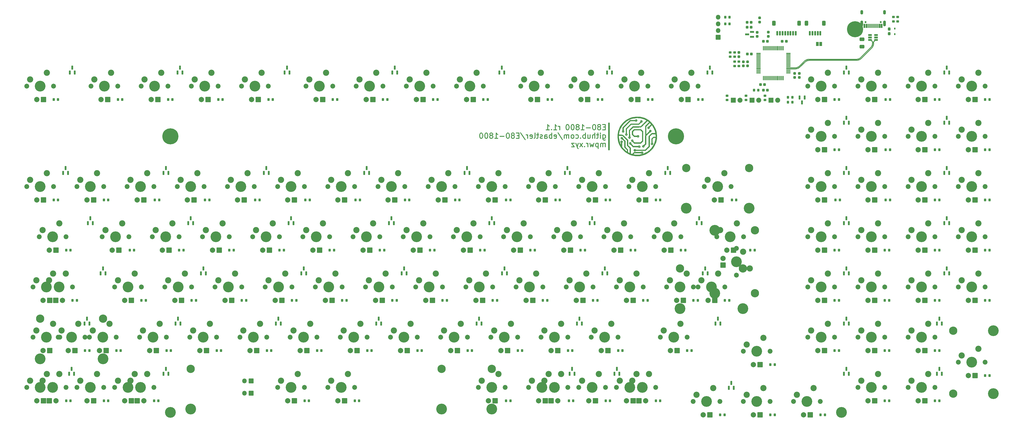
<source format=gbs>
G04 #@! TF.GenerationSoftware,KiCad,Pcbnew,(6.0.0)*
G04 #@! TF.CreationDate,2022-01-12T23:24:30+01:00*
G04 #@! TF.ProjectId,E80-1800-pcb-universal,4538302d-3138-4303-902d-7063622d756e,rev?*
G04 #@! TF.SameCoordinates,Original*
G04 #@! TF.FileFunction,Soldermask,Bot*
G04 #@! TF.FilePolarity,Negative*
%FSLAX46Y46*%
G04 Gerber Fmt 4.6, Leading zero omitted, Abs format (unit mm)*
G04 Created by KiCad (PCBNEW (6.0.0)) date 2022-01-12 23:24:30*
%MOMM*%
%LPD*%
G01*
G04 APERTURE LIST*
G04 Aperture macros list*
%AMRoundRect*
0 Rectangle with rounded corners*
0 $1 Rounding radius*
0 $2 $3 $4 $5 $6 $7 $8 $9 X,Y pos of 4 corners*
0 Add a 4 corners polygon primitive as box body*
4,1,4,$2,$3,$4,$5,$6,$7,$8,$9,$2,$3,0*
0 Add four circle primitives for the rounded corners*
1,1,$1+$1,$2,$3*
1,1,$1+$1,$4,$5*
1,1,$1+$1,$6,$7*
1,1,$1+$1,$8,$9*
0 Add four rect primitives between the rounded corners*
20,1,$1+$1,$2,$3,$4,$5,0*
20,1,$1+$1,$4,$5,$6,$7,0*
20,1,$1+$1,$6,$7,$8,$9,0*
20,1,$1+$1,$8,$9,$2,$3,0*%
G04 Aperture macros list end*
%ADD10C,0.300000*%
%ADD11C,0.600000*%
%ADD12C,0.010000*%
%ADD13RoundRect,0.050000X-0.850000X0.850000X-0.850000X-0.850000X0.850000X-0.850000X0.850000X0.850000X0*%
%ADD14O,1.800000X1.800000*%
%ADD15RoundRect,0.200000X0.500000X0.150000X-0.500000X0.150000X-0.500000X-0.150000X0.500000X-0.150000X0*%
%ADD16RoundRect,0.250000X0.200000X0.275000X-0.200000X0.275000X-0.200000X-0.275000X0.200000X-0.275000X0*%
%ADD17RoundRect,0.250000X-0.275000X0.200000X-0.275000X-0.200000X0.275000X-0.200000X0.275000X0.200000X0*%
%ADD18RoundRect,0.250000X0.275000X-0.200000X0.275000X0.200000X-0.275000X0.200000X-0.275000X-0.200000X0*%
%ADD19RoundRect,0.250000X-0.200000X-0.275000X0.200000X-0.275000X0.200000X0.275000X-0.200000X0.275000X0*%
%ADD20RoundRect,0.275000X-0.250000X0.225000X-0.250000X-0.225000X0.250000X-0.225000X0.250000X0.225000X0*%
%ADD21RoundRect,0.275000X0.225000X0.250000X-0.225000X0.250000X-0.225000X-0.250000X0.225000X-0.250000X0*%
%ADD22RoundRect,0.275000X0.250000X-0.225000X0.250000X0.225000X-0.250000X0.225000X-0.250000X-0.225000X0*%
%ADD23RoundRect,0.275000X-0.225000X-0.250000X0.225000X-0.250000X0.225000X0.250000X-0.225000X0.250000X0*%
%ADD24C,4.087800*%
%ADD25C,1.850000*%
%ADD26C,2.350000*%
%ADD27C,2.005000*%
%ADD28RoundRect,0.050000X-0.952500X-0.952500X0.952500X-0.952500X0.952500X0.952500X-0.952500X0.952500X0*%
%ADD29C,3.148000*%
%ADD30RoundRect,0.200000X-0.150000X0.587500X-0.150000X-0.587500X0.150000X-0.587500X0.150000X0.587500X0*%
%ADD31RoundRect,0.200000X0.150000X-0.587500X0.150000X0.587500X-0.150000X0.587500X-0.150000X-0.587500X0*%
%ADD32C,6.100000*%
%ADD33RoundRect,0.050000X-0.900000X-0.900000X0.900000X-0.900000X0.900000X0.900000X-0.900000X0.900000X0*%
%ADD34C,1.900000*%
%ADD35C,4.100000*%
%ADD36RoundRect,0.050000X0.850000X0.850000X-0.850000X0.850000X-0.850000X-0.850000X0.850000X-0.850000X0*%
%ADD37RoundRect,0.125000X-0.700000X-0.075000X0.700000X-0.075000X0.700000X0.075000X-0.700000X0.075000X0*%
%ADD38RoundRect,0.125000X-0.075000X-0.700000X0.075000X-0.700000X0.075000X0.700000X-0.075000X0.700000X0*%
%ADD39O,1.100000X1.700000*%
%ADD40C,0.750000*%
%ADD41O,1.100000X2.200000*%
%ADD42RoundRect,0.050000X-0.150000X-0.725000X0.150000X-0.725000X0.150000X0.725000X-0.150000X0.725000X0*%
%ADD43RoundRect,0.050000X-0.300000X-0.725000X0.300000X-0.725000X0.300000X0.725000X-0.300000X0.725000X0*%
%ADD44RoundRect,0.287500X0.237500X-0.287500X0.237500X0.287500X-0.237500X0.287500X-0.237500X-0.287500X0*%
%ADD45RoundRect,0.200000X0.587500X0.150000X-0.587500X0.150000X-0.587500X-0.150000X0.587500X-0.150000X0*%
%ADD46RoundRect,0.300000X0.625000X-0.375000X0.625000X0.375000X-0.625000X0.375000X-0.625000X-0.375000X0*%
%ADD47RoundRect,0.050000X0.500000X0.750000X-0.500000X0.750000X-0.500000X-0.750000X0.500000X-0.750000X0*%
%ADD48RoundRect,0.200000X-0.150000X-0.625000X0.150000X-0.625000X0.150000X0.625000X-0.150000X0.625000X0*%
%ADD49RoundRect,0.300000X-0.350000X-0.650000X0.350000X-0.650000X0.350000X0.650000X-0.350000X0.650000X0*%
%ADD50RoundRect,0.050000X-0.225000X0.300000X-0.225000X-0.300000X0.225000X-0.300000X0.225000X0.300000X0*%
G04 APERTURE END LIST*
D10*
X311281560Y10143494D02*
X311396688Y10216398D01*
X287930810Y7306367D02*
X287830699Y7242972D01*
X316002981Y16197384D02*
X315994264Y16079209D01*
X311545652Y10855606D02*
X311459831Y10773898D01*
X290382947Y9123100D02*
X290472672Y9200498D01*
X316570290Y16957468D02*
X316548419Y16929443D01*
X315793757Y17006132D02*
X315818268Y16980385D01*
X315933539Y15729237D02*
X315901934Y15615034D01*
X291988546Y10148500D02*
X309838546Y10148500D01*
X316078062Y14991395D02*
X316010895Y14872828D01*
X315963551Y16737997D02*
X315974702Y16704242D01*
X291767599Y9736874D02*
X291885774Y9745591D01*
X311179810Y10555367D02*
X311079699Y10491972D01*
D11*
X215910992Y-14065917D02*
X215910992Y-24065917D01*
D10*
X310660164Y9868048D02*
X310789556Y9910793D01*
X315959501Y15844854D02*
X315933539Y15729237D01*
X310762425Y10332270D02*
X310651869Y10289624D01*
X316005890Y16315844D02*
X316002981Y16197384D01*
X311370106Y10696500D02*
X311276690Y10623598D01*
X316405890Y16300156D02*
X316402545Y16163927D01*
X291182615Y10028951D02*
X291313948Y10065296D01*
X287146871Y6552846D02*
X287279830Y6582703D01*
X290124066Y9429290D02*
X290227250Y9518298D01*
X310126363Y9761868D02*
X310261608Y9778549D01*
X284027250Y6449500D02*
X284077250Y6499500D01*
X291649995Y9722369D02*
X291767599Y9736874D01*
X315920368Y16835415D02*
X315936351Y16803662D01*
X315530790Y14877698D02*
X315457888Y14784282D01*
X316548419Y16929443D02*
X316527950Y16900379D01*
X316593509Y16984385D02*
X316570290Y16957468D01*
X309854234Y9748500D02*
X292004234Y9748500D01*
X315883828Y16896379D02*
X315902846Y16866345D01*
X315863358Y16925443D02*
X315883828Y16896379D01*
X291852317Y10145155D02*
X291988546Y10148500D01*
X291533244Y9702111D02*
X291649995Y9722369D01*
X288027690Y7374598D02*
X287930810Y7306367D01*
X290334678Y9602135D02*
X290446090Y9680601D01*
X316405890Y16498000D02*
X316405890Y16300156D01*
X316010895Y14872828D02*
X315937991Y14757700D01*
X310916694Y9959836D02*
X311041274Y10015058D01*
X286943784Y6925629D02*
X286826180Y6911124D01*
X316322686Y15625558D02*
X316286341Y15494225D01*
X310075180Y10160124D02*
X309957005Y10151407D01*
X315984183Y16669981D02*
X315991972Y16635296D01*
X315859526Y14646288D02*
X315775688Y14538860D01*
X286708005Y6902407D02*
X286589546Y6899500D01*
X287913993Y6827327D02*
X288032560Y6894494D01*
X316413729Y16604271D02*
X316409377Y16568990D01*
X311162993Y10076327D02*
X311281560Y10143494D01*
X311459831Y10773898D02*
X311370106Y10696500D01*
X290472672Y9200498D02*
X290566088Y9273400D01*
X288296652Y7606606D02*
X288210831Y7524898D01*
X290866181Y9463432D02*
X290972024Y9516709D01*
X311396688Y10216398D02*
X311508100Y10294863D01*
X316194553Y15237694D02*
X316139331Y15113115D01*
X287411164Y6619048D02*
X287540556Y6661793D01*
X316402545Y16163927D02*
X316392521Y16028026D01*
X290227250Y9518298D02*
X290334678Y9602135D01*
X288366527Y7129701D02*
X288469712Y7218708D01*
X316618022Y17010132D02*
X316593509Y16984385D01*
X286826180Y6911124D02*
X286708005Y6902407D01*
X310870754Y10380289D02*
X310762425Y10332270D01*
X284027250Y6949500D02*
X284077250Y6899500D01*
X290446090Y9680601D02*
X290561218Y9753505D01*
X291885774Y9745591D02*
X292004234Y9748500D01*
X291190909Y9607374D02*
X291303424Y9644544D01*
X310789556Y9910793D02*
X310916694Y9959836D01*
X288259100Y7045863D02*
X288366527Y7129701D01*
X315793757Y17006132D02*
X315332890Y17467000D01*
X310651869Y10289624D02*
X310539354Y10252454D01*
X288121106Y7447500D02*
X288027690Y7374598D01*
X291716416Y10135131D02*
X291852317Y10145155D01*
X315818268Y16980385D02*
X315841488Y16953467D01*
X316002401Y16564990D02*
X316005016Y16529537D01*
X291053223Y9986205D02*
X291182615Y10028951D01*
X290561218Y9753505D02*
X290679785Y9820672D01*
X316437076Y16708242D02*
X316427595Y16673981D01*
X310425151Y10220850D02*
X310309535Y10194887D01*
X286605234Y6499500D02*
X284077250Y6499500D01*
X286589546Y6899500D02*
X284077250Y6899500D01*
X288469712Y7218708D02*
X288568406Y7312672D01*
X310261608Y9778549D02*
X310395871Y9801846D01*
X310309535Y10194887D02*
X310192784Y10174629D01*
X288032560Y6894494D02*
X288147688Y6967398D01*
X315822118Y15391964D02*
X315774099Y15283634D01*
X290662968Y9341631D02*
X290763080Y9405026D01*
X287540556Y6661793D02*
X287667694Y6710836D01*
X287402869Y7040624D02*
X287290354Y7003454D01*
X288210831Y7524898D02*
X288121106Y7447500D01*
X316427595Y16673981D02*
X316419806Y16639296D01*
X316352543Y15758517D02*
X316322686Y15625558D01*
X316508932Y16870346D02*
X316491410Y16839415D01*
X315902846Y16866345D02*
X315920368Y16835415D01*
X316461021Y16775163D02*
X316448227Y16741997D01*
X311079699Y10491972D02*
X310976597Y10433566D01*
X315720822Y15177791D02*
X315662416Y15074689D01*
X315994264Y16079209D02*
X315979759Y15961605D01*
X290679785Y9820672D02*
X290801505Y9881940D01*
X288147688Y6967398D02*
X288259100Y7045863D01*
X316475427Y16807662D02*
X316461021Y16775163D01*
X311041274Y10015058D02*
X311162993Y10076327D01*
X310539354Y10252454D02*
X310425151Y10220850D01*
X287513425Y7083270D02*
X287402869Y7040624D01*
X315774099Y15283634D02*
X315720822Y15177791D01*
X309990462Y9751844D02*
X310126363Y9761868D01*
X290025373Y9335327D02*
X288296652Y7606606D01*
X287290354Y7003454D02*
X287176151Y6971850D01*
X311508100Y10294863D02*
X311615527Y10378701D01*
X309957005Y10151407D02*
X309838546Y10148500D01*
X286605234Y6499500D02*
X286741462Y6502844D01*
X291313948Y10065296D02*
X291446907Y10095153D01*
X316419806Y16639296D02*
X316413729Y16604271D01*
X287621754Y7131289D02*
X287513425Y7083270D01*
X315991972Y16635296D02*
X315998050Y16600271D01*
X315901934Y15615034D02*
X315864764Y15502519D01*
X315599021Y14974578D02*
X315530790Y14877698D01*
X310395871Y9801846D02*
X310528830Y9831703D01*
X316375840Y15892781D02*
X316352543Y15758517D01*
X310192784Y10174629D02*
X310075180Y10160124D01*
X316409377Y16568990D02*
X316406762Y16533537D01*
X287012608Y6529549D02*
X287146871Y6552846D01*
X311615527Y10378701D02*
X311718712Y10467708D01*
X315974702Y16704242D02*
X315984183Y16669981D01*
X291303424Y9644544D02*
X291417627Y9676148D01*
X287792274Y6766058D02*
X287913993Y6827327D01*
X286877363Y6512868D02*
X287012608Y6529549D01*
X288568406Y7312672D02*
X290297127Y9041393D01*
X316005016Y16529537D02*
X316005890Y16494000D01*
X290025373Y9335327D02*
X290124066Y9429290D01*
X315775688Y14538860D02*
X315686680Y14435675D01*
X315298783Y14608737D02*
X311545652Y10855606D01*
X315662416Y15074689D02*
X315599021Y14974578D01*
X287060535Y6945887D02*
X286943784Y6925629D01*
X291417627Y9676148D02*
X291533244Y9702111D01*
X316406762Y16533537D02*
X316405890Y16498000D01*
X316243596Y15364833D02*
X316194553Y15237694D01*
X311276690Y10623598D02*
X311179810Y10555367D01*
X290801505Y9881940D02*
X290926084Y9937163D01*
X316527950Y16900379D02*
X316508932Y16870346D01*
X315936351Y16803662D02*
X315950757Y16771163D01*
X315979759Y15961605D02*
X315959501Y15844854D01*
X315457888Y14784282D02*
X315380490Y14694556D01*
X287279830Y6582703D02*
X287411164Y6619048D01*
X316618022Y17010132D02*
X317074890Y17467000D01*
X290763080Y9405026D02*
X290866181Y9463432D01*
X316286341Y15494225D02*
X316243596Y15364833D01*
X286741462Y6502844D02*
X286877363Y6512868D01*
X290972024Y9516709D02*
X291080354Y9564728D01*
X291446907Y10095153D02*
X291581171Y10118450D01*
X311718712Y10467708D02*
X311817406Y10561672D01*
X287667694Y6710836D02*
X287792274Y6766058D01*
X315998050Y16600271D02*
X316002401Y16564990D01*
X290297127Y9041393D02*
X290382947Y9123100D01*
X316448227Y16741997D02*
X316437076Y16708242D01*
X316005890Y16494000D02*
X316005890Y16315844D01*
X310976597Y10433566D02*
X310870754Y10380289D01*
X315864764Y15502519D02*
X315822118Y15391964D01*
X291080354Y9564728D02*
X291190909Y9607374D01*
X315950757Y16771163D02*
X315963551Y16737997D01*
X290926084Y9937163D02*
X291053223Y9986205D01*
X310528830Y9831703D02*
X310660164Y9868048D01*
X311817406Y10561672D02*
X315592717Y14336983D01*
X315686680Y14435675D02*
X315592717Y14336983D01*
X291581171Y10118450D02*
X291716416Y10135131D01*
X316392521Y16028026D02*
X316375840Y15892781D01*
X316139331Y15113115D02*
X316078062Y14991395D01*
X315380490Y14694556D02*
X315298783Y14608737D01*
X290566088Y9273400D02*
X290662968Y9341631D01*
X287176151Y6971850D02*
X287060535Y6945887D01*
X315937991Y14757700D02*
X315859526Y14646288D01*
X309854234Y9748500D02*
X309990462Y9751844D01*
X287727597Y7184566D02*
X287621754Y7131289D01*
X315841488Y16953467D02*
X315863358Y16925443D01*
X287830699Y7242972D02*
X287727597Y7184566D01*
X316491410Y16839415D02*
X316475427Y16807662D01*
X214489801Y-15568059D02*
X213823134Y-15568059D01*
X213537420Y-16615678D02*
X214489801Y-16615678D01*
X214489801Y-14615678D01*
X213537420Y-14615678D01*
X212394563Y-15472821D02*
X212585039Y-15377583D01*
X212680277Y-15282345D01*
X212775515Y-15091869D01*
X212775515Y-14996631D01*
X212680277Y-14806155D01*
X212585039Y-14710917D01*
X212394563Y-14615678D01*
X212013611Y-14615678D01*
X211823134Y-14710917D01*
X211727896Y-14806155D01*
X211632658Y-14996631D01*
X211632658Y-15091869D01*
X211727896Y-15282345D01*
X211823134Y-15377583D01*
X212013611Y-15472821D01*
X212394563Y-15472821D01*
X212585039Y-15568059D01*
X212680277Y-15663297D01*
X212775515Y-15853774D01*
X212775515Y-16234726D01*
X212680277Y-16425202D01*
X212585039Y-16520440D01*
X212394563Y-16615678D01*
X212013611Y-16615678D01*
X211823134Y-16520440D01*
X211727896Y-16425202D01*
X211632658Y-16234726D01*
X211632658Y-15853774D01*
X211727896Y-15663297D01*
X211823134Y-15568059D01*
X212013611Y-15472821D01*
X210394563Y-14615678D02*
X210204087Y-14615678D01*
X210013611Y-14710917D01*
X209918372Y-14806155D01*
X209823134Y-14996631D01*
X209727896Y-15377583D01*
X209727896Y-15853774D01*
X209823134Y-16234726D01*
X209918372Y-16425202D01*
X210013611Y-16520440D01*
X210204087Y-16615678D01*
X210394563Y-16615678D01*
X210585039Y-16520440D01*
X210680277Y-16425202D01*
X210775515Y-16234726D01*
X210870753Y-15853774D01*
X210870753Y-15377583D01*
X210775515Y-14996631D01*
X210680277Y-14806155D01*
X210585039Y-14710917D01*
X210394563Y-14615678D01*
X208870753Y-15853774D02*
X207346944Y-15853774D01*
X205346944Y-16615678D02*
X206489801Y-16615678D01*
X205918372Y-16615678D02*
X205918372Y-14615678D01*
X206108849Y-14901393D01*
X206299325Y-15091869D01*
X206489801Y-15187107D01*
X204204087Y-15472821D02*
X204394563Y-15377583D01*
X204489801Y-15282345D01*
X204585039Y-15091869D01*
X204585039Y-14996631D01*
X204489801Y-14806155D01*
X204394563Y-14710917D01*
X204204087Y-14615678D01*
X203823134Y-14615678D01*
X203632658Y-14710917D01*
X203537420Y-14806155D01*
X203442182Y-14996631D01*
X203442182Y-15091869D01*
X203537420Y-15282345D01*
X203632658Y-15377583D01*
X203823134Y-15472821D01*
X204204087Y-15472821D01*
X204394563Y-15568059D01*
X204489801Y-15663297D01*
X204585039Y-15853774D01*
X204585039Y-16234726D01*
X204489801Y-16425202D01*
X204394563Y-16520440D01*
X204204087Y-16615678D01*
X203823134Y-16615678D01*
X203632658Y-16520440D01*
X203537420Y-16425202D01*
X203442182Y-16234726D01*
X203442182Y-15853774D01*
X203537420Y-15663297D01*
X203632658Y-15568059D01*
X203823134Y-15472821D01*
X202204087Y-14615678D02*
X202013611Y-14615678D01*
X201823134Y-14710917D01*
X201727896Y-14806155D01*
X201632658Y-14996631D01*
X201537420Y-15377583D01*
X201537420Y-15853774D01*
X201632658Y-16234726D01*
X201727896Y-16425202D01*
X201823134Y-16520440D01*
X202013611Y-16615678D01*
X202204087Y-16615678D01*
X202394563Y-16520440D01*
X202489801Y-16425202D01*
X202585039Y-16234726D01*
X202680277Y-15853774D01*
X202680277Y-15377583D01*
X202585039Y-14996631D01*
X202489801Y-14806155D01*
X202394563Y-14710917D01*
X202204087Y-14615678D01*
X200299325Y-14615678D02*
X200108849Y-14615678D01*
X199918372Y-14710917D01*
X199823134Y-14806155D01*
X199727896Y-14996631D01*
X199632658Y-15377583D01*
X199632658Y-15853774D01*
X199727896Y-16234726D01*
X199823134Y-16425202D01*
X199918372Y-16520440D01*
X200108849Y-16615678D01*
X200299325Y-16615678D01*
X200489801Y-16520440D01*
X200585039Y-16425202D01*
X200680277Y-16234726D01*
X200775515Y-15853774D01*
X200775515Y-15377583D01*
X200680277Y-14996631D01*
X200585039Y-14806155D01*
X200489801Y-14710917D01*
X200299325Y-14615678D01*
X197251706Y-16615678D02*
X197251706Y-15282345D01*
X197251706Y-15663297D02*
X197156468Y-15472821D01*
X197061230Y-15377583D01*
X196870753Y-15282345D01*
X196680277Y-15282345D01*
X194965992Y-16615678D02*
X196108849Y-16615678D01*
X195537420Y-16615678D02*
X195537420Y-14615678D01*
X195727896Y-14901393D01*
X195918372Y-15091869D01*
X196108849Y-15187107D01*
X194108849Y-16425202D02*
X194013611Y-16520440D01*
X194108849Y-16615678D01*
X194204087Y-16520440D01*
X194108849Y-16425202D01*
X194108849Y-16615678D01*
X192108849Y-16615678D02*
X193251706Y-16615678D01*
X192680277Y-16615678D02*
X192680277Y-14615678D01*
X192870753Y-14901393D01*
X193061230Y-15091869D01*
X193251706Y-15187107D01*
X213632658Y-18502345D02*
X213632658Y-20121393D01*
X213727896Y-20311869D01*
X213823134Y-20407107D01*
X214013611Y-20502345D01*
X214299325Y-20502345D01*
X214489801Y-20407107D01*
X213632658Y-19740440D02*
X213823134Y-19835678D01*
X214204087Y-19835678D01*
X214394563Y-19740440D01*
X214489801Y-19645202D01*
X214585039Y-19454726D01*
X214585039Y-18883297D01*
X214489801Y-18692821D01*
X214394563Y-18597583D01*
X214204087Y-18502345D01*
X213823134Y-18502345D01*
X213632658Y-18597583D01*
X212680277Y-19835678D02*
X212680277Y-18502345D01*
X212680277Y-17835678D02*
X212775515Y-17930917D01*
X212680277Y-18026155D01*
X212585039Y-17930917D01*
X212680277Y-17835678D01*
X212680277Y-18026155D01*
X212013611Y-18502345D02*
X211251706Y-18502345D01*
X211727896Y-17835678D02*
X211727896Y-19549964D01*
X211632658Y-19740440D01*
X211442182Y-19835678D01*
X211251706Y-19835678D01*
X210585039Y-19835678D02*
X210585039Y-17835678D01*
X209727896Y-19835678D02*
X209727896Y-18788059D01*
X209823134Y-18597583D01*
X210013611Y-18502345D01*
X210299325Y-18502345D01*
X210489801Y-18597583D01*
X210585039Y-18692821D01*
X207918372Y-18502345D02*
X207918372Y-19835678D01*
X208775515Y-18502345D02*
X208775515Y-19549964D01*
X208680277Y-19740440D01*
X208489801Y-19835678D01*
X208204087Y-19835678D01*
X208013611Y-19740440D01*
X207918372Y-19645202D01*
X206965992Y-19835678D02*
X206965992Y-17835678D01*
X206965992Y-18597583D02*
X206775515Y-18502345D01*
X206394563Y-18502345D01*
X206204087Y-18597583D01*
X206108849Y-18692821D01*
X206013611Y-18883297D01*
X206013611Y-19454726D01*
X206108849Y-19645202D01*
X206204087Y-19740440D01*
X206394563Y-19835678D01*
X206775515Y-19835678D01*
X206965992Y-19740440D01*
X205156468Y-19645202D02*
X205061230Y-19740440D01*
X205156468Y-19835678D01*
X205251706Y-19740440D01*
X205156468Y-19645202D01*
X205156468Y-19835678D01*
X203346944Y-19740440D02*
X203537420Y-19835678D01*
X203918372Y-19835678D01*
X204108849Y-19740440D01*
X204204087Y-19645202D01*
X204299325Y-19454726D01*
X204299325Y-18883297D01*
X204204087Y-18692821D01*
X204108849Y-18597583D01*
X203918372Y-18502345D01*
X203537420Y-18502345D01*
X203346944Y-18597583D01*
X202204087Y-19835678D02*
X202394563Y-19740440D01*
X202489801Y-19645202D01*
X202585039Y-19454726D01*
X202585039Y-18883297D01*
X202489801Y-18692821D01*
X202394563Y-18597583D01*
X202204087Y-18502345D01*
X201918372Y-18502345D01*
X201727896Y-18597583D01*
X201632658Y-18692821D01*
X201537420Y-18883297D01*
X201537420Y-19454726D01*
X201632658Y-19645202D01*
X201727896Y-19740440D01*
X201918372Y-19835678D01*
X202204087Y-19835678D01*
X200680277Y-19835678D02*
X200680277Y-18502345D01*
X200680277Y-18692821D02*
X200585039Y-18597583D01*
X200394563Y-18502345D01*
X200108849Y-18502345D01*
X199918372Y-18597583D01*
X199823134Y-18788059D01*
X199823134Y-19835678D01*
X199823134Y-18788059D02*
X199727896Y-18597583D01*
X199537420Y-18502345D01*
X199251706Y-18502345D01*
X199061230Y-18597583D01*
X198965992Y-18788059D01*
X198965992Y-19835678D01*
X196585039Y-17740440D02*
X198299325Y-20311869D01*
X195156468Y-19740440D02*
X195346944Y-19835678D01*
X195727896Y-19835678D01*
X195918372Y-19740440D01*
X196013611Y-19549964D01*
X196013611Y-18788059D01*
X195918372Y-18597583D01*
X195727896Y-18502345D01*
X195346944Y-18502345D01*
X195156468Y-18597583D01*
X195061230Y-18788059D01*
X195061230Y-18978536D01*
X196013611Y-19169012D01*
X194204087Y-19835678D02*
X194204087Y-17835678D01*
X194204087Y-18597583D02*
X194013611Y-18502345D01*
X193632658Y-18502345D01*
X193442182Y-18597583D01*
X193346944Y-18692821D01*
X193251706Y-18883297D01*
X193251706Y-19454726D01*
X193346944Y-19645202D01*
X193442182Y-19740440D01*
X193632658Y-19835678D01*
X194013611Y-19835678D01*
X194204087Y-19740440D01*
X191537420Y-19835678D02*
X191537420Y-18788059D01*
X191632658Y-18597583D01*
X191823134Y-18502345D01*
X192204087Y-18502345D01*
X192394563Y-18597583D01*
X191537420Y-19740440D02*
X191727896Y-19835678D01*
X192204087Y-19835678D01*
X192394563Y-19740440D01*
X192489801Y-19549964D01*
X192489801Y-19359488D01*
X192394563Y-19169012D01*
X192204087Y-19073774D01*
X191727896Y-19073774D01*
X191537420Y-18978536D01*
X190680277Y-19740440D02*
X190489801Y-19835678D01*
X190108849Y-19835678D01*
X189918372Y-19740440D01*
X189823134Y-19549964D01*
X189823134Y-19454726D01*
X189918372Y-19264250D01*
X190108849Y-19169012D01*
X190394563Y-19169012D01*
X190585039Y-19073774D01*
X190680277Y-18883297D01*
X190680277Y-18788059D01*
X190585039Y-18597583D01*
X190394563Y-18502345D01*
X190108849Y-18502345D01*
X189918372Y-18597583D01*
X189251706Y-18502345D02*
X188489801Y-18502345D01*
X188965992Y-17835678D02*
X188965992Y-19549964D01*
X188870753Y-19740440D01*
X188680277Y-19835678D01*
X188489801Y-19835678D01*
X187537420Y-19835678D02*
X187727896Y-19740440D01*
X187823134Y-19549964D01*
X187823134Y-17835678D01*
X186013611Y-19740440D02*
X186204087Y-19835678D01*
X186585039Y-19835678D01*
X186775515Y-19740440D01*
X186870753Y-19549964D01*
X186870753Y-18788059D01*
X186775515Y-18597583D01*
X186585039Y-18502345D01*
X186204087Y-18502345D01*
X186013611Y-18597583D01*
X185918372Y-18788059D01*
X185918372Y-18978536D01*
X186870753Y-19169012D01*
X185061230Y-19835678D02*
X185061230Y-18502345D01*
X185061230Y-18883297D02*
X184965992Y-18692821D01*
X184870753Y-18597583D01*
X184680277Y-18502345D01*
X184489801Y-18502345D01*
X182394563Y-17740440D02*
X184108849Y-20311869D01*
X181727896Y-18788059D02*
X181061230Y-18788059D01*
X180775515Y-19835678D02*
X181727896Y-19835678D01*
X181727896Y-17835678D01*
X180775515Y-17835678D01*
X179632658Y-18692821D02*
X179823134Y-18597583D01*
X179918372Y-18502345D01*
X180013611Y-18311869D01*
X180013611Y-18216631D01*
X179918372Y-18026155D01*
X179823134Y-17930917D01*
X179632658Y-17835678D01*
X179251706Y-17835678D01*
X179061230Y-17930917D01*
X178965992Y-18026155D01*
X178870753Y-18216631D01*
X178870753Y-18311869D01*
X178965992Y-18502345D01*
X179061230Y-18597583D01*
X179251706Y-18692821D01*
X179632658Y-18692821D01*
X179823134Y-18788059D01*
X179918372Y-18883297D01*
X180013611Y-19073774D01*
X180013611Y-19454726D01*
X179918372Y-19645202D01*
X179823134Y-19740440D01*
X179632658Y-19835678D01*
X179251706Y-19835678D01*
X179061230Y-19740440D01*
X178965992Y-19645202D01*
X178870753Y-19454726D01*
X178870753Y-19073774D01*
X178965992Y-18883297D01*
X179061230Y-18788059D01*
X179251706Y-18692821D01*
X177632658Y-17835678D02*
X177442182Y-17835678D01*
X177251706Y-17930917D01*
X177156468Y-18026155D01*
X177061230Y-18216631D01*
X176965992Y-18597583D01*
X176965992Y-19073774D01*
X177061230Y-19454726D01*
X177156468Y-19645202D01*
X177251706Y-19740440D01*
X177442182Y-19835678D01*
X177632658Y-19835678D01*
X177823134Y-19740440D01*
X177918372Y-19645202D01*
X178013611Y-19454726D01*
X178108849Y-19073774D01*
X178108849Y-18597583D01*
X178013611Y-18216631D01*
X177918372Y-18026155D01*
X177823134Y-17930917D01*
X177632658Y-17835678D01*
X176108849Y-19073774D02*
X174585039Y-19073774D01*
X172585039Y-19835678D02*
X173727896Y-19835678D01*
X173156468Y-19835678D02*
X173156468Y-17835678D01*
X173346944Y-18121393D01*
X173537420Y-18311869D01*
X173727896Y-18407107D01*
X171442182Y-18692821D02*
X171632658Y-18597583D01*
X171727896Y-18502345D01*
X171823134Y-18311869D01*
X171823134Y-18216631D01*
X171727896Y-18026155D01*
X171632658Y-17930917D01*
X171442182Y-17835678D01*
X171061230Y-17835678D01*
X170870753Y-17930917D01*
X170775515Y-18026155D01*
X170680277Y-18216631D01*
X170680277Y-18311869D01*
X170775515Y-18502345D01*
X170870753Y-18597583D01*
X171061230Y-18692821D01*
X171442182Y-18692821D01*
X171632658Y-18788059D01*
X171727896Y-18883297D01*
X171823134Y-19073774D01*
X171823134Y-19454726D01*
X171727896Y-19645202D01*
X171632658Y-19740440D01*
X171442182Y-19835678D01*
X171061230Y-19835678D01*
X170870753Y-19740440D01*
X170775515Y-19645202D01*
X170680277Y-19454726D01*
X170680277Y-19073774D01*
X170775515Y-18883297D01*
X170870753Y-18788059D01*
X171061230Y-18692821D01*
X169442182Y-17835678D02*
X169251706Y-17835678D01*
X169061230Y-17930917D01*
X168965992Y-18026155D01*
X168870753Y-18216631D01*
X168775515Y-18597583D01*
X168775515Y-19073774D01*
X168870753Y-19454726D01*
X168965992Y-19645202D01*
X169061230Y-19740440D01*
X169251706Y-19835678D01*
X169442182Y-19835678D01*
X169632658Y-19740440D01*
X169727896Y-19645202D01*
X169823134Y-19454726D01*
X169918372Y-19073774D01*
X169918372Y-18597583D01*
X169823134Y-18216631D01*
X169727896Y-18026155D01*
X169632658Y-17930917D01*
X169442182Y-17835678D01*
X167537420Y-17835678D02*
X167346944Y-17835678D01*
X167156468Y-17930917D01*
X167061230Y-18026155D01*
X166965992Y-18216631D01*
X166870753Y-18597583D01*
X166870753Y-19073774D01*
X166965992Y-19454726D01*
X167061230Y-19645202D01*
X167156468Y-19740440D01*
X167346944Y-19835678D01*
X167537420Y-19835678D01*
X167727896Y-19740440D01*
X167823134Y-19645202D01*
X167918372Y-19454726D01*
X168013611Y-19073774D01*
X168013611Y-18597583D01*
X167918372Y-18216631D01*
X167823134Y-18026155D01*
X167727896Y-17930917D01*
X167537420Y-17835678D01*
X214489801Y-23055678D02*
X214489801Y-21722345D01*
X214489801Y-21912821D02*
X214394563Y-21817583D01*
X214204087Y-21722345D01*
X213918372Y-21722345D01*
X213727896Y-21817583D01*
X213632658Y-22008059D01*
X213632658Y-23055678D01*
X213632658Y-22008059D02*
X213537420Y-21817583D01*
X213346944Y-21722345D01*
X213061230Y-21722345D01*
X212870753Y-21817583D01*
X212775515Y-22008059D01*
X212775515Y-23055678D01*
X211823134Y-21722345D02*
X211823134Y-23722345D01*
X211823134Y-21817583D02*
X211632658Y-21722345D01*
X211251706Y-21722345D01*
X211061230Y-21817583D01*
X210965992Y-21912821D01*
X210870753Y-22103297D01*
X210870753Y-22674726D01*
X210965992Y-22865202D01*
X211061230Y-22960440D01*
X211251706Y-23055678D01*
X211632658Y-23055678D01*
X211823134Y-22960440D01*
X210204087Y-21722345D02*
X209823134Y-23055678D01*
X209442182Y-22103297D01*
X209061230Y-23055678D01*
X208680277Y-21722345D01*
X207918372Y-23055678D02*
X207918372Y-21722345D01*
X207918372Y-22103297D02*
X207823134Y-21912821D01*
X207727896Y-21817583D01*
X207537420Y-21722345D01*
X207346944Y-21722345D01*
X206680277Y-22865202D02*
X206585039Y-22960440D01*
X206680277Y-23055678D01*
X206775515Y-22960440D01*
X206680277Y-22865202D01*
X206680277Y-23055678D01*
X205918372Y-23055678D02*
X204870753Y-21722345D01*
X205918372Y-21722345D02*
X204870753Y-23055678D01*
X204299325Y-21722345D02*
X203823134Y-23055678D01*
X203346944Y-21722345D02*
X203823134Y-23055678D01*
X204013611Y-23531869D01*
X204108849Y-23627107D01*
X204299325Y-23722345D01*
X202775515Y-21722345D02*
X201727896Y-21722345D01*
X202775515Y-23055678D01*
X201727896Y-23055678D01*
D12*
X226228797Y-11607093D02*
X225529352Y-11679158D01*
X225529352Y-11679158D02*
X224834951Y-11817186D01*
X224834951Y-11817186D02*
X224274893Y-11978485D01*
X224274893Y-11978485D02*
X223635361Y-12223651D01*
X223635361Y-12223651D02*
X223023614Y-12527414D01*
X223023614Y-12527414D02*
X222443442Y-12885984D01*
X222443442Y-12885984D02*
X221898634Y-13295572D01*
X221898634Y-13295572D02*
X221392980Y-13752388D01*
X221392980Y-13752388D02*
X220930269Y-14252644D01*
X220930269Y-14252644D02*
X220514292Y-14792548D01*
X220514292Y-14792548D02*
X220148836Y-15368312D01*
X220148836Y-15368312D02*
X219837693Y-15976147D01*
X219837693Y-15976147D02*
X219584651Y-16612262D01*
X219584651Y-16612262D02*
X219556063Y-16697315D01*
X219556063Y-16697315D02*
X219364681Y-17383780D01*
X219364681Y-17383780D02*
X219238926Y-18078185D01*
X219238926Y-18078185D02*
X219178792Y-18776985D01*
X219178792Y-18776985D02*
X219184276Y-19476637D01*
X219184276Y-19476637D02*
X219255373Y-20173598D01*
X219255373Y-20173598D02*
X219392076Y-20864323D01*
X219392076Y-20864323D02*
X219562638Y-21452238D01*
X219562638Y-21452238D02*
X219814777Y-22105046D01*
X219814777Y-22105046D02*
X220123701Y-22723284D01*
X220123701Y-22723284D02*
X220490263Y-23308319D01*
X220490263Y-23308319D02*
X220915313Y-23861521D01*
X220915313Y-23861521D02*
X221363100Y-24347884D01*
X221363100Y-24347884D02*
X221888834Y-24827355D01*
X221888834Y-24827355D02*
X222449978Y-25250578D01*
X222449978Y-25250578D02*
X223044037Y-25616359D01*
X223044037Y-25616359D02*
X223668516Y-25923506D01*
X223668516Y-25923506D02*
X224320919Y-26170825D01*
X224320919Y-26170825D02*
X224998752Y-26357123D01*
X224998752Y-26357123D02*
X225699519Y-26481207D01*
X225699519Y-26481207D02*
X225865924Y-26501065D01*
X225865924Y-26501065D02*
X226070979Y-26517040D01*
X226070979Y-26517040D02*
X226322190Y-26526949D01*
X226322190Y-26526949D02*
X226599154Y-26530840D01*
X226599154Y-26530840D02*
X226881464Y-26528758D01*
X226881464Y-26528758D02*
X227148715Y-26520751D01*
X227148715Y-26520751D02*
X227380503Y-26506864D01*
X227380503Y-26506864D02*
X227479807Y-26497384D01*
X227479807Y-26497384D02*
X228162878Y-26387512D01*
X228162878Y-26387512D02*
X228826867Y-26215941D01*
X228826867Y-26215941D02*
X229468150Y-25985605D01*
X229468150Y-25985605D02*
X230083107Y-25699435D01*
X230083107Y-25699435D02*
X230668116Y-25360363D01*
X230668116Y-25360363D02*
X231219554Y-24971320D01*
X231219554Y-24971320D02*
X231733800Y-24535238D01*
X231733800Y-24535238D02*
X232207232Y-24055050D01*
X232207232Y-24055050D02*
X232636228Y-23533686D01*
X232636228Y-23533686D02*
X233017166Y-22974079D01*
X233017166Y-22974079D02*
X233346424Y-22379160D01*
X233346424Y-22379160D02*
X233620380Y-21751862D01*
X233620380Y-21751862D02*
X233732499Y-21436091D01*
X233732499Y-21436091D02*
X233924294Y-20748144D01*
X233924294Y-20748144D02*
X234050124Y-20052572D01*
X234050124Y-20052572D02*
X234109990Y-19352541D01*
X234109990Y-19352541D02*
X234109103Y-19250519D01*
X234109103Y-19250519D02*
X233656286Y-19250519D01*
X233656286Y-19250519D02*
X232694688Y-19250519D01*
X232694688Y-19250519D02*
X232368234Y-19575747D01*
X232368234Y-19575747D02*
X232041781Y-19900975D01*
X232041781Y-19900975D02*
X232041781Y-21503257D01*
X232041781Y-21503257D02*
X231933163Y-21615323D01*
X231933163Y-21615323D02*
X231868345Y-21690849D01*
X231868345Y-21690849D02*
X231835938Y-21762418D01*
X231835938Y-21762418D02*
X231825188Y-21859387D01*
X231825188Y-21859387D02*
X231824544Y-21911917D01*
X231824544Y-21911917D02*
X231828694Y-22023664D01*
X231828694Y-22023664D02*
X231849101Y-22097294D01*
X231849101Y-22097294D02*
X231897703Y-22161389D01*
X231897703Y-22161389D02*
X231949382Y-22210850D01*
X231949382Y-22210850D02*
X232045596Y-22286207D01*
X232045596Y-22286207D02*
X232134596Y-22319646D01*
X232134596Y-22319646D02*
X232210055Y-22325255D01*
X232210055Y-22325255D02*
X232383025Y-22297851D01*
X232383025Y-22297851D02*
X232516998Y-22219706D01*
X232516998Y-22219706D02*
X232605650Y-22096918D01*
X232605650Y-22096918D02*
X232642654Y-21935586D01*
X232642654Y-21935586D02*
X232643360Y-21907492D01*
X232643360Y-21907492D02*
X232375992Y-21907492D01*
X232375992Y-21907492D02*
X232349396Y-21973345D01*
X232349396Y-21973345D02*
X232288884Y-22033099D01*
X232288884Y-22033099D02*
X232225597Y-22057887D01*
X232225597Y-22057887D02*
X232166881Y-22035973D01*
X232166881Y-22035973D02*
X232127721Y-22005368D01*
X232127721Y-22005368D02*
X232085364Y-21947921D01*
X232085364Y-21947921D02*
X232075202Y-21916092D01*
X232075202Y-21916092D02*
X232099664Y-21857304D01*
X232099664Y-21857304D02*
X232155232Y-21795731D01*
X232155232Y-21795731D02*
X232215181Y-21759110D01*
X232215181Y-21759110D02*
X232228390Y-21757098D01*
X232228390Y-21757098D02*
X232291862Y-21783531D01*
X232291862Y-21783531D02*
X232350539Y-21843518D01*
X232350539Y-21843518D02*
X232375992Y-21907492D01*
X232375992Y-21907492D02*
X232643360Y-21907492D01*
X232643360Y-21907492D02*
X232622382Y-21770103D01*
X232622382Y-21770103D02*
X232567024Y-21647650D01*
X232567024Y-21647650D02*
X232488652Y-21563965D01*
X232488652Y-21563965D02*
X232475909Y-21556386D01*
X232475909Y-21556386D02*
X232454060Y-21541495D01*
X232454060Y-21541495D02*
X232437599Y-21517570D01*
X232437599Y-21517570D02*
X232425767Y-21475919D01*
X232425767Y-21475919D02*
X232417802Y-21407853D01*
X232417802Y-21407853D02*
X232412946Y-21304680D01*
X232412946Y-21304680D02*
X232410438Y-21157710D01*
X232410438Y-21157710D02*
X232409519Y-20958252D01*
X232409519Y-20958252D02*
X232409413Y-20795905D01*
X232409413Y-20795905D02*
X232409413Y-20071012D01*
X232409413Y-20071012D02*
X232634109Y-19844581D01*
X232634109Y-19844581D02*
X232858804Y-19618150D01*
X232858804Y-19618150D02*
X233620358Y-19618150D01*
X233620358Y-19618150D02*
X233596996Y-19843742D01*
X233596996Y-19843742D02*
X233506861Y-20423086D01*
X233506861Y-20423086D02*
X233357749Y-21011786D01*
X233357749Y-21011786D02*
X233154246Y-21598513D01*
X233154246Y-21598513D02*
X232900936Y-22171936D01*
X232900936Y-22171936D02*
X232602402Y-22720726D01*
X232602402Y-22720726D02*
X232263231Y-23233554D01*
X232263231Y-23233554D02*
X232180434Y-23344598D01*
X232180434Y-23344598D02*
X232065628Y-23484526D01*
X232065628Y-23484526D02*
X231913252Y-23655058D01*
X231913252Y-23655058D02*
X231736245Y-23843017D01*
X231736245Y-23843017D02*
X231547548Y-24035226D01*
X231547548Y-24035226D02*
X231360098Y-24218509D01*
X231360098Y-24218509D02*
X231186835Y-24379688D01*
X231186835Y-24379688D02*
X231040699Y-24505587D01*
X231040699Y-24505587D02*
X231039150Y-24506841D01*
X231039150Y-24506841D02*
X230520066Y-24885915D01*
X230520066Y-24885915D02*
X229963980Y-25216318D01*
X229963980Y-25216318D02*
X229378104Y-25495853D01*
X229378104Y-25495853D02*
X228769647Y-25722322D01*
X228769647Y-25722322D02*
X228145823Y-25893527D01*
X228145823Y-25893527D02*
X227513840Y-26007271D01*
X227513840Y-26007271D02*
X226880910Y-26061356D01*
X226880910Y-26061356D02*
X226254245Y-26053585D01*
X226254245Y-26053585D02*
X226025992Y-26034652D01*
X226025992Y-26034652D02*
X225788515Y-26008014D01*
X225788515Y-26008014D02*
X225576834Y-25979908D01*
X225576834Y-25979908D02*
X225400674Y-25951909D01*
X225400674Y-25951909D02*
X225269757Y-25925596D01*
X225269757Y-25925596D02*
X225193808Y-25902544D01*
X225193808Y-25902544D02*
X225186046Y-25898448D01*
X225186046Y-25898448D02*
X225176151Y-25872563D01*
X225176151Y-25872563D02*
X225202398Y-25823023D01*
X225202398Y-25823023D02*
X225269682Y-25742947D01*
X225269682Y-25742947D02*
X225373385Y-25635030D01*
X225373385Y-25635030D02*
X225606436Y-25399992D01*
X225606436Y-25399992D02*
X226851091Y-25399992D01*
X226851091Y-25399992D02*
X227172127Y-25400078D01*
X227172127Y-25400078D02*
X227432837Y-25400572D01*
X227432837Y-25400572D02*
X227639736Y-25401827D01*
X227639736Y-25401827D02*
X227799339Y-25404199D01*
X227799339Y-25404199D02*
X227918161Y-25408041D01*
X227918161Y-25408041D02*
X228002718Y-25413706D01*
X228002718Y-25413706D02*
X228059526Y-25421551D01*
X228059526Y-25421551D02*
X228095099Y-25431927D01*
X228095099Y-25431927D02*
X228115954Y-25445190D01*
X228115954Y-25445190D02*
X228128605Y-25461694D01*
X228128605Y-25461694D02*
X228133032Y-25469664D01*
X228133032Y-25469664D02*
X228199504Y-25537816D01*
X228199504Y-25537816D02*
X228307129Y-25594877D01*
X228307129Y-25594877D02*
X228430223Y-25629026D01*
X228430223Y-25629026D02*
X228489721Y-25633815D01*
X228489721Y-25633815D02*
X228620125Y-25603877D01*
X228620125Y-25603877D02*
X228743331Y-25525228D01*
X228743331Y-25525228D02*
X228836335Y-25414100D01*
X228836335Y-25414100D02*
X228855357Y-25375785D01*
X228855357Y-25375785D02*
X228892928Y-25213141D01*
X228892928Y-25213141D02*
X228618459Y-25213141D01*
X228618459Y-25213141D02*
X228603094Y-25259372D01*
X228603094Y-25259372D02*
X228568442Y-25297279D01*
X228568442Y-25297279D02*
X228509473Y-25350847D01*
X228509473Y-25350847D02*
X228465700Y-25362065D01*
X228465700Y-25362065D02*
X228406388Y-25337141D01*
X228406388Y-25337141D02*
X228396689Y-25331974D01*
X228396689Y-25331974D02*
X228343335Y-25273682D01*
X228343335Y-25273682D02*
X228334714Y-25197086D01*
X228334714Y-25197086D02*
X228363401Y-25124058D01*
X228363401Y-25124058D02*
X228421966Y-25076467D01*
X228421966Y-25076467D02*
X228485196Y-25071377D01*
X228485196Y-25071377D02*
X228545793Y-25106278D01*
X228545793Y-25106278D02*
X228589514Y-25155240D01*
X228589514Y-25155240D02*
X228618459Y-25213141D01*
X228618459Y-25213141D02*
X228892928Y-25213141D01*
X228892928Y-25213141D02*
X228893003Y-25212820D01*
X228893003Y-25212820D02*
X228865111Y-25062669D01*
X228865111Y-25062669D02*
X228772051Y-24926992D01*
X228772051Y-24926992D02*
X228751457Y-24907032D01*
X228751457Y-24907032D02*
X228665159Y-24838057D01*
X228665159Y-24838057D02*
X228582405Y-24806229D01*
X228582405Y-24806229D02*
X228468725Y-24798415D01*
X228468725Y-24798415D02*
X228466316Y-24798413D01*
X228466316Y-24798413D02*
X228354475Y-24805472D01*
X228354475Y-24805472D02*
X228271819Y-24835447D01*
X228271819Y-24835447D02*
X228184839Y-24901536D01*
X228184839Y-24901536D02*
X228169340Y-24915387D01*
X228169340Y-24915387D02*
X228039864Y-25032361D01*
X228039864Y-25032361D02*
X225442169Y-25032361D01*
X225442169Y-25032361D02*
X225066429Y-25407035D01*
X225066429Y-25407035D02*
X224690690Y-25781708D01*
X224690690Y-25781708D02*
X224430906Y-25697429D01*
X224430906Y-25697429D02*
X224171123Y-25613150D01*
X224171123Y-25613150D02*
X224162327Y-24511422D01*
X224162327Y-24511422D02*
X224154872Y-23577709D01*
X224154872Y-23577709D02*
X223786781Y-23577709D01*
X223786781Y-23577709D02*
X223786781Y-24505561D01*
X223786781Y-24505561D02*
X223786184Y-24746791D01*
X223786184Y-24746791D02*
X223784497Y-24964675D01*
X223784497Y-24964675D02*
X223781880Y-25150722D01*
X223781880Y-25150722D02*
X223778491Y-25296439D01*
X223778491Y-25296439D02*
X223774489Y-25393335D01*
X223774489Y-25393335D02*
X223770031Y-25432918D01*
X223770031Y-25432918D02*
X223769463Y-25433413D01*
X223769463Y-25433413D02*
X223734397Y-25419299D01*
X223734397Y-25419299D02*
X223652493Y-25381015D01*
X223652493Y-25381015D02*
X223536516Y-25324652D01*
X223536516Y-25324652D02*
X223418542Y-25266003D01*
X223418542Y-25266003D02*
X223084939Y-25098593D01*
X223084939Y-25098593D02*
X223084939Y-24059288D01*
X223084939Y-24059288D02*
X222600334Y-23565209D01*
X222600334Y-23565209D02*
X222115729Y-23071131D01*
X222115729Y-23071131D02*
X222115729Y-20803702D01*
X222115729Y-20803702D02*
X221649849Y-20338714D01*
X221649849Y-20338714D02*
X221488376Y-20176474D01*
X221488376Y-20176474D02*
X221369226Y-20053403D01*
X221369226Y-20053403D02*
X221286573Y-19962309D01*
X221286573Y-19962309D02*
X221234588Y-19895998D01*
X221234588Y-19895998D02*
X221207446Y-19847278D01*
X221207446Y-19847278D02*
X221199319Y-19808955D01*
X221199319Y-19808955D02*
X221201635Y-19785395D01*
X221201635Y-19785395D02*
X221200455Y-19757526D01*
X221200455Y-19757526D02*
X220910181Y-19757526D01*
X220910181Y-19757526D02*
X220880217Y-19832531D01*
X220880217Y-19832531D02*
X220816646Y-19879672D01*
X220816646Y-19879672D02*
X220778886Y-19885519D01*
X220778886Y-19885519D02*
X220708711Y-19863221D01*
X220708711Y-19863221D02*
X220685307Y-19845413D01*
X220685307Y-19845413D02*
X220644575Y-19768923D01*
X220644575Y-19768923D02*
X220653828Y-19690965D01*
X220653828Y-19690965D02*
X220700611Y-19629183D01*
X220700611Y-19629183D02*
X220772471Y-19601220D01*
X220772471Y-19601220D02*
X220845729Y-19618150D01*
X220845729Y-19618150D02*
X220900648Y-19678214D01*
X220900648Y-19678214D02*
X220910181Y-19757526D01*
X220910181Y-19757526D02*
X221200455Y-19757526D01*
X221200455Y-19757526D02*
X221196430Y-19662504D01*
X221196430Y-19662504D02*
X221144421Y-19533668D01*
X221144421Y-19533668D02*
X221057919Y-19424139D01*
X221057919Y-19424139D02*
X221006490Y-19385060D01*
X221006490Y-19385060D02*
X220857767Y-19325367D01*
X220857767Y-19325367D02*
X220716259Y-19322613D01*
X220716259Y-19322613D02*
X220589044Y-19366984D01*
X220589044Y-19366984D02*
X220483203Y-19448665D01*
X220483203Y-19448665D02*
X220405813Y-19557842D01*
X220405813Y-19557842D02*
X220363955Y-19684700D01*
X220363955Y-19684700D02*
X220364709Y-19819424D01*
X220364709Y-19819424D02*
X220415153Y-19952201D01*
X220415153Y-19952201D02*
X220514686Y-20066871D01*
X220514686Y-20066871D02*
X220614004Y-20129157D01*
X220614004Y-20129157D02*
X220731015Y-20151965D01*
X220731015Y-20151965D02*
X220769998Y-20152887D01*
X220769998Y-20152887D02*
X220827852Y-20154404D01*
X220827852Y-20154404D02*
X220877442Y-20163405D01*
X220877442Y-20163405D02*
X220928145Y-20186568D01*
X220928145Y-20186568D02*
X220989337Y-20230572D01*
X220989337Y-20230572D02*
X221070393Y-20302092D01*
X221070393Y-20302092D02*
X221180690Y-20407808D01*
X221180690Y-20407808D02*
X221318881Y-20543806D01*
X221318881Y-20543806D02*
X221714676Y-20934726D01*
X221714676Y-20934726D02*
X221714676Y-23245170D01*
X221714676Y-23245170D02*
X222215992Y-23745650D01*
X222215992Y-23745650D02*
X222717307Y-24246130D01*
X222717307Y-24246130D02*
X222717307Y-24538982D01*
X222717307Y-24538982D02*
X222714977Y-24669520D01*
X222714977Y-24669520D02*
X222708745Y-24770093D01*
X222708745Y-24770093D02*
X222699751Y-24825590D01*
X222699751Y-24825590D02*
X222695217Y-24831834D01*
X222695217Y-24831834D02*
X222660492Y-24813097D01*
X222660492Y-24813097D02*
X222585457Y-24762787D01*
X222585457Y-24762787D02*
X222483034Y-24689757D01*
X222483034Y-24689757D02*
X222419493Y-24642952D01*
X222419493Y-24642952D02*
X222276630Y-24527600D01*
X222276630Y-24527600D02*
X222102472Y-24373039D01*
X222102472Y-24373039D02*
X221908864Y-24191112D01*
X221908864Y-24191112D02*
X221707652Y-23993668D01*
X221707652Y-23993668D02*
X221510682Y-23792550D01*
X221510682Y-23792550D02*
X221329799Y-23599606D01*
X221329799Y-23599606D02*
X221176851Y-23426680D01*
X221176851Y-23426680D02*
X221068032Y-23291491D01*
X221068032Y-23291491D02*
X220879150Y-23037858D01*
X220879150Y-23037858D02*
X220879150Y-21484587D01*
X220879150Y-21484587D02*
X220975428Y-21388309D01*
X220975428Y-21388309D02*
X221064760Y-21257508D01*
X221064760Y-21257508D02*
X221097222Y-21112461D01*
X221097222Y-21112461D02*
X221096003Y-21103909D01*
X221096003Y-21103909D02*
X220812307Y-21103909D01*
X220812307Y-21103909D02*
X220799347Y-21181621D01*
X220799347Y-21181621D02*
X220751086Y-21215003D01*
X220751086Y-21215003D02*
X220663114Y-21215589D01*
X220663114Y-21215589D02*
X220590835Y-21198560D01*
X220590835Y-21198560D02*
X220559567Y-21151860D01*
X220559567Y-21151860D02*
X220551262Y-21098178D01*
X220551262Y-21098178D02*
X220552366Y-21020547D01*
X220552366Y-21020547D02*
X220585708Y-20982782D01*
X220585708Y-20982782D02*
X220626894Y-20969118D01*
X220626894Y-20969118D02*
X220725001Y-20970970D01*
X220725001Y-20970970D02*
X220791533Y-21024130D01*
X220791533Y-21024130D02*
X220812307Y-21103909D01*
X220812307Y-21103909D02*
X221096003Y-21103909D01*
X221096003Y-21103909D02*
X221076504Y-20967202D01*
X221076504Y-20967202D02*
X221006301Y-20835770D01*
X221006301Y-20835770D02*
X220890304Y-20732201D01*
X220890304Y-20732201D02*
X220790682Y-20686002D01*
X220790682Y-20686002D02*
X220642127Y-20670370D01*
X220642127Y-20670370D02*
X220495540Y-20716468D01*
X220495540Y-20716468D02*
X220370391Y-20813725D01*
X220370391Y-20813725D02*
X220277638Y-20954460D01*
X220277638Y-20954460D02*
X220249431Y-21104126D01*
X220249431Y-21104126D02*
X220285651Y-21254729D01*
X220285651Y-21254729D02*
X220378899Y-21390606D01*
X220378899Y-21390606D02*
X220478097Y-21496798D01*
X220478097Y-21496798D02*
X220476405Y-21919382D01*
X220476405Y-21919382D02*
X220474714Y-22341966D01*
X220474714Y-22341966D02*
X220321344Y-22041177D01*
X220321344Y-22041177D02*
X220149020Y-21657033D01*
X220149020Y-21657033D02*
X219995838Y-21223998D01*
X219995838Y-21223998D02*
X219865500Y-20758214D01*
X219865500Y-20758214D02*
X219761705Y-20275825D01*
X219761705Y-20275825D02*
X219688154Y-19792973D01*
X219688154Y-19792973D02*
X219648546Y-19325801D01*
X219648546Y-19325801D02*
X219642571Y-19079872D01*
X219642571Y-19079872D02*
X219642571Y-18816045D01*
X219642571Y-18816045D02*
X220996588Y-18816045D01*
X220996588Y-18816045D02*
X222784150Y-20604527D01*
X222784150Y-20604527D02*
X222784150Y-22576749D01*
X222784150Y-22576749D02*
X223285465Y-23077229D01*
X223285465Y-23077229D02*
X223786781Y-23577709D01*
X223786781Y-23577709D02*
X224154872Y-23577709D01*
X224154872Y-23577709D02*
X224153530Y-23409694D01*
X224153530Y-23409694D02*
X223185202Y-22443094D01*
X223185202Y-22443094D02*
X223185202Y-20469976D01*
X223185202Y-20469976D02*
X222174215Y-19459712D01*
X222174215Y-19459712D02*
X221163229Y-18449448D01*
X221163229Y-18449448D02*
X220427965Y-18440575D01*
X220427965Y-18440575D02*
X219692702Y-18431703D01*
X219692702Y-18431703D02*
X219703099Y-18247887D01*
X219703099Y-18247887D02*
X219724084Y-18050610D01*
X219724084Y-18050610D02*
X219765311Y-17808362D01*
X219765311Y-17808362D02*
X219822867Y-17538498D01*
X219822867Y-17538498D02*
X219892836Y-17258371D01*
X219892836Y-17258371D02*
X219971307Y-16985335D01*
X219971307Y-16985335D02*
X220025433Y-16818668D01*
X220025433Y-16818668D02*
X220239717Y-16273102D01*
X220239717Y-16273102D02*
X220503957Y-15734300D01*
X220503957Y-15734300D02*
X220808216Y-15220361D01*
X220808216Y-15220361D02*
X221142559Y-14749383D01*
X221142559Y-14749383D02*
X221204143Y-14671834D01*
X221204143Y-14671834D02*
X221329534Y-14526106D01*
X221329534Y-14526106D02*
X221490365Y-14353094D01*
X221490365Y-14353094D02*
X221673459Y-14165739D01*
X221673459Y-14165739D02*
X221865639Y-13976979D01*
X221865639Y-13976979D02*
X222053729Y-13799754D01*
X222053729Y-13799754D02*
X222224550Y-13647002D01*
X222224550Y-13647002D02*
X222364928Y-13531664D01*
X222364928Y-13531664D02*
X222366386Y-13530550D01*
X222366386Y-13530550D02*
X222913351Y-13153235D01*
X222913351Y-13153235D02*
X223492673Y-12829033D01*
X223492673Y-12829033D02*
X224098071Y-12559779D01*
X224098071Y-12559779D02*
X224723263Y-12347308D01*
X224723263Y-12347308D02*
X225361967Y-12193455D01*
X225361967Y-12193455D02*
X226007899Y-12100055D01*
X226007899Y-12100055D02*
X226654778Y-12068943D01*
X226654778Y-12068943D02*
X227267385Y-12099038D01*
X227267385Y-12099038D02*
X227845691Y-12180556D01*
X227845691Y-12180556D02*
X228422508Y-12309126D01*
X228422508Y-12309126D02*
X228980860Y-12479983D01*
X228980860Y-12479983D02*
X229503772Y-12688361D01*
X229503772Y-12688361D02*
X229702307Y-12782697D01*
X229702307Y-12782697D02*
X229851261Y-12858210D01*
X229851261Y-12858210D02*
X229980594Y-12925673D01*
X229980594Y-12925673D02*
X230077316Y-12978177D01*
X230077316Y-12978177D02*
X230128436Y-13008813D01*
X230128436Y-13008813D02*
X230130654Y-13010500D01*
X230130654Y-13010500D02*
X230131200Y-13029273D01*
X230131200Y-13029273D02*
X230107630Y-13069022D01*
X230107630Y-13069022D02*
X230056902Y-13133017D01*
X230056902Y-13133017D02*
X229975976Y-13224527D01*
X229975976Y-13224527D02*
X229861811Y-13346818D01*
X229861811Y-13346818D02*
X229711366Y-13503161D01*
X229711366Y-13503161D02*
X229521599Y-13696823D01*
X229521599Y-13696823D02*
X229289470Y-13931072D01*
X229289470Y-13931072D02*
X229061368Y-14159750D01*
X229061368Y-14159750D02*
X227948076Y-15273413D01*
X227948076Y-15273413D02*
X224940377Y-15273413D01*
X224940377Y-15273413D02*
X223519413Y-16693225D01*
X223519413Y-16693225D02*
X223519413Y-19076729D01*
X223519413Y-19076729D02*
X223402439Y-19193703D01*
X223402439Y-19193703D02*
X223331028Y-19273702D01*
X223331028Y-19273702D02*
X223296439Y-19346737D01*
X223296439Y-19346737D02*
X223285868Y-19444640D01*
X223285868Y-19444640D02*
X223285465Y-19484466D01*
X223285465Y-19484466D02*
X223291392Y-19596949D01*
X223291392Y-19596949D02*
X223317287Y-19674276D01*
X223317287Y-19674276D02*
X223375322Y-19747674D01*
X223375322Y-19747674D02*
X223396461Y-19769251D01*
X223396461Y-19769251D02*
X223528872Y-19864194D01*
X223528872Y-19864194D02*
X223667786Y-19902112D01*
X223667786Y-19902112D02*
X223803575Y-19890495D01*
X223803575Y-19890495D02*
X223926615Y-19836834D01*
X223926615Y-19836834D02*
X224027278Y-19748618D01*
X224027278Y-19748618D02*
X224095940Y-19633337D01*
X224095940Y-19633337D02*
X224119068Y-19517962D01*
X224119068Y-19517962D02*
X223833364Y-19517962D01*
X223833364Y-19517962D02*
X223819130Y-19553311D01*
X223819130Y-19553311D02*
X223760167Y-19603237D01*
X223760167Y-19603237D02*
X223678371Y-19610086D01*
X223678371Y-19610086D02*
X223601030Y-19575005D01*
X223601030Y-19575005D02*
X223573086Y-19542953D01*
X223573086Y-19542953D02*
X223556977Y-19466383D01*
X223556977Y-19466383D02*
X223595918Y-19399644D01*
X223595918Y-19399644D02*
X223678528Y-19359944D01*
X223678528Y-19359944D02*
X223695996Y-19357134D01*
X223695996Y-19357134D02*
X223780857Y-19373503D01*
X223780857Y-19373503D02*
X223830647Y-19433486D01*
X223830647Y-19433486D02*
X223833364Y-19517962D01*
X223833364Y-19517962D02*
X224119068Y-19517962D01*
X224119068Y-19517962D02*
X224122974Y-19498482D01*
X224122974Y-19498482D02*
X224098753Y-19351542D01*
X224098753Y-19351542D02*
X224053833Y-19257752D01*
X224053833Y-19257752D02*
X223997593Y-19181005D01*
X223997593Y-19181005D02*
X223944893Y-19132761D01*
X223944893Y-19132761D02*
X223936985Y-19128847D01*
X223936985Y-19128847D02*
X223923289Y-19115999D01*
X223923289Y-19115999D02*
X223912289Y-19084772D01*
X223912289Y-19084772D02*
X223903703Y-19028711D01*
X223903703Y-19028711D02*
X223897249Y-18941365D01*
X223897249Y-18941365D02*
X223892647Y-18816278D01*
X223892647Y-18816278D02*
X223889613Y-18646998D01*
X223889613Y-18646998D02*
X223887867Y-18427072D01*
X223887867Y-18427072D02*
X223887126Y-18150046D01*
X223887126Y-18150046D02*
X223887044Y-17984950D01*
X223887044Y-17984950D02*
X223887044Y-16860217D01*
X223887044Y-16860217D02*
X224480268Y-16271099D01*
X224480268Y-16271099D02*
X225073492Y-15681980D01*
X225073492Y-15681980D02*
X226594150Y-15660516D01*
X226594150Y-15660516D02*
X228114807Y-15639051D01*
X228114807Y-15639051D02*
X229317965Y-14437355D01*
X229317965Y-14437355D02*
X230521123Y-13235658D01*
X230521123Y-13235658D02*
X230813558Y-13452123D01*
X230813558Y-13452123D02*
X230932116Y-13541989D01*
X230932116Y-13541989D02*
X231027584Y-13618364D01*
X231027584Y-13618364D02*
X231088918Y-13672151D01*
X231088918Y-13672151D02*
X231105992Y-13692985D01*
X231105992Y-13692985D02*
X231083316Y-13721917D01*
X231083316Y-13721917D02*
X231019127Y-13792114D01*
X231019127Y-13792114D02*
X230919180Y-13897581D01*
X230919180Y-13897581D02*
X230789231Y-14032321D01*
X230789231Y-14032321D02*
X230635036Y-14190341D01*
X230635036Y-14190341D02*
X230462352Y-14365645D01*
X230462352Y-14365645D02*
X230391727Y-14436910D01*
X230391727Y-14436910D02*
X229677461Y-15156440D01*
X229677461Y-15156440D02*
X229656490Y-17445782D01*
X229656490Y-17445782D02*
X229652778Y-17867660D01*
X229652778Y-17867660D02*
X229649274Y-18297973D01*
X229649274Y-18297973D02*
X229646038Y-18727442D01*
X229646038Y-18727442D02*
X229643127Y-19146787D01*
X229643127Y-19146787D02*
X229640600Y-19546728D01*
X229640600Y-19546728D02*
X229638516Y-19917986D01*
X229638516Y-19917986D02*
X229636931Y-20251280D01*
X229636931Y-20251280D02*
X229635906Y-20537331D01*
X229635906Y-20537331D02*
X229635497Y-20766861D01*
X229635497Y-20766861D02*
X229635492Y-20788584D01*
X229635492Y-20788584D02*
X229635465Y-21842044D01*
X229635465Y-21842044D02*
X229342370Y-22133781D01*
X229342370Y-22133781D02*
X229214982Y-22258405D01*
X229214982Y-22258405D02*
X229122304Y-22342064D01*
X229122304Y-22342064D02*
X229053358Y-22392583D01*
X229053358Y-22392583D02*
X228997168Y-22417789D01*
X228997168Y-22417789D02*
X228942755Y-22425508D01*
X228942755Y-22425508D02*
X228932962Y-22425644D01*
X228932962Y-22425644D02*
X228780165Y-22455962D01*
X228780165Y-22455962D02*
X228651591Y-22537627D01*
X228651591Y-22537627D02*
X228558525Y-22657224D01*
X228558525Y-22657224D02*
X228512255Y-22801338D01*
X228512255Y-22801338D02*
X228515790Y-22921505D01*
X228515790Y-22921505D02*
X228557156Y-23026556D01*
X228557156Y-23026556D02*
X228632431Y-23132737D01*
X228632431Y-23132737D02*
X228648838Y-23150049D01*
X228648838Y-23150049D02*
X228728302Y-23219433D01*
X228728302Y-23219433D02*
X228804280Y-23252071D01*
X228804280Y-23252071D02*
X228909419Y-23260957D01*
X228909419Y-23260957D02*
X228927717Y-23261045D01*
X228927717Y-23261045D02*
X229052907Y-23250964D01*
X229052907Y-23250964D02*
X229145223Y-23214034D01*
X229145223Y-23214034D02*
X229196197Y-23176399D01*
X229196197Y-23176399D02*
X229288586Y-23066699D01*
X229288586Y-23066699D02*
X229346027Y-22933876D01*
X229346027Y-22933876D02*
X229348744Y-22905878D01*
X229348744Y-22905878D02*
X229057249Y-22905878D01*
X229057249Y-22905878D02*
X229014296Y-22968819D01*
X229014296Y-22968819D02*
X228933623Y-22993677D01*
X228933623Y-22993677D02*
X228863448Y-22971379D01*
X228863448Y-22971379D02*
X228840044Y-22953571D01*
X228840044Y-22953571D02*
X228799341Y-22879668D01*
X228799341Y-22879668D02*
X228805157Y-22804485D01*
X228805157Y-22804485D02*
X228845229Y-22743655D01*
X228845229Y-22743655D02*
X228907292Y-22712813D01*
X228907292Y-22712813D02*
X228979080Y-22727592D01*
X228979080Y-22727592D02*
X229003246Y-22745535D01*
X229003246Y-22745535D02*
X229055431Y-22824800D01*
X229055431Y-22824800D02*
X229057249Y-22905878D01*
X229057249Y-22905878D02*
X229348744Y-22905878D01*
X229348744Y-22905878D02*
X229358703Y-22803273D01*
X229358703Y-22803273D02*
X229353088Y-22771320D01*
X229353088Y-22771320D02*
X229349788Y-22731878D01*
X229349788Y-22731878D02*
X229364299Y-22687286D01*
X229364299Y-22687286D02*
X229403214Y-22628538D01*
X229403214Y-22628538D02*
X229473130Y-22546633D01*
X229473130Y-22546633D02*
X229580641Y-22432568D01*
X229580641Y-22432568D02*
X229663949Y-22346976D01*
X229663949Y-22346976D02*
X229996175Y-22007755D01*
X229996175Y-22007755D02*
X230042157Y-18866177D01*
X230042157Y-18866177D02*
X230749243Y-18155979D01*
X230749243Y-18155979D02*
X231456330Y-17445782D01*
X231456330Y-17445782D02*
X231618713Y-17445782D01*
X231618713Y-17445782D02*
X231729363Y-17438382D01*
X231729363Y-17438382D02*
X231808386Y-17406726D01*
X231808386Y-17406726D02*
X231890231Y-17336631D01*
X231890231Y-17336631D02*
X231894729Y-17332150D01*
X231894729Y-17332150D02*
X231967818Y-17247802D01*
X231967818Y-17247802D02*
X232000860Y-17167768D01*
X232000860Y-17167768D02*
X232008360Y-17063122D01*
X232008360Y-17063122D02*
X232006295Y-17040432D01*
X232006295Y-17040432D02*
X231740992Y-17040432D01*
X231740992Y-17040432D02*
X231714650Y-17123341D01*
X231714650Y-17123341D02*
X231649520Y-17168876D01*
X231649520Y-17168876D02*
X231566446Y-17169863D01*
X231566446Y-17169863D02*
X231492721Y-17125895D01*
X231492721Y-17125895D02*
X231450536Y-17071106D01*
X231450536Y-17071106D02*
X231440202Y-17042342D01*
X231440202Y-17042342D02*
X231463673Y-16994932D01*
X231463673Y-16994932D02*
X231517236Y-16935346D01*
X231517236Y-16935346D02*
X231575616Y-16888858D01*
X231575616Y-16888858D02*
X231604920Y-16877624D01*
X231604920Y-16877624D02*
X231661312Y-16904628D01*
X231661312Y-16904628D02*
X231714562Y-16966582D01*
X231714562Y-16966582D02*
X231740775Y-17034894D01*
X231740775Y-17034894D02*
X231740992Y-17040432D01*
X231740992Y-17040432D02*
X232006295Y-17040432D01*
X232006295Y-17040432D02*
X231997645Y-16945399D01*
X231997645Y-16945399D02*
X231970855Y-16839346D01*
X231970855Y-16839346D02*
X231959701Y-16813629D01*
X231959701Y-16813629D02*
X231882045Y-16723517D01*
X231882045Y-16723517D02*
X231764565Y-16651724D01*
X231764565Y-16651724D02*
X231634187Y-16613153D01*
X231634187Y-16613153D02*
X231592242Y-16610255D01*
X231592242Y-16610255D02*
X231445535Y-16641232D01*
X231445535Y-16641232D02*
X231319353Y-16725437D01*
X231319353Y-16725437D02*
X231225849Y-16849781D01*
X231225849Y-16849781D02*
X231177174Y-17001179D01*
X231177174Y-17001179D02*
X231172959Y-17061808D01*
X231172959Y-17061808D02*
X231170996Y-17105866D01*
X231170996Y-17105866D02*
X231161465Y-17147599D01*
X231161465Y-17147599D02*
X231138765Y-17193919D01*
X231138765Y-17193919D02*
X231097297Y-17251737D01*
X231097297Y-17251737D02*
X231031464Y-17327964D01*
X231031464Y-17327964D02*
X230935665Y-17429511D01*
X230935665Y-17429511D02*
X230804302Y-17563290D01*
X230804302Y-17563290D02*
X230631775Y-17736213D01*
X230631775Y-17736213D02*
X230604676Y-17763282D01*
X230604676Y-17763282D02*
X230036518Y-18330702D01*
X230036518Y-18330702D02*
X230036518Y-15322933D01*
X230036518Y-15322933D02*
X230721410Y-14638653D01*
X230721410Y-14638653D02*
X231406301Y-13954373D01*
X231406301Y-13954373D02*
X231674086Y-14220587D01*
X231674086Y-14220587D02*
X231941870Y-14486801D01*
X231941870Y-14486801D02*
X231482798Y-14946753D01*
X231482798Y-14946753D02*
X231309862Y-15117682D01*
X231309862Y-15117682D02*
X231177043Y-15243249D01*
X231177043Y-15243249D02*
X231079506Y-15327567D01*
X231079506Y-15327567D02*
X231012416Y-15374746D01*
X231012416Y-15374746D02*
X230970939Y-15388894D01*
X230970939Y-15388894D02*
X230964071Y-15387773D01*
X230964071Y-15387773D02*
X230866704Y-15386225D01*
X230866704Y-15386225D02*
X230750750Y-15425409D01*
X230750750Y-15425409D02*
X230640758Y-15494993D01*
X230640758Y-15494993D02*
X230589059Y-15545577D01*
X230589059Y-15545577D02*
X230531212Y-15635277D01*
X230531212Y-15635277D02*
X230507070Y-15740229D01*
X230507070Y-15740229D02*
X230504413Y-15811205D01*
X230504413Y-15811205D02*
X230512339Y-15925559D01*
X230512339Y-15925559D02*
X230545131Y-16009234D01*
X230545131Y-16009234D02*
X230613031Y-16093878D01*
X230613031Y-16093878D02*
X230741937Y-16192715D01*
X230741937Y-16192715D02*
X230881899Y-16233803D01*
X230881899Y-16233803D02*
X231021255Y-16222255D01*
X231021255Y-16222255D02*
X231148343Y-16163186D01*
X231148343Y-16163186D02*
X231251500Y-16061708D01*
X231251500Y-16061708D02*
X231319063Y-15922936D01*
X231319063Y-15922936D02*
X231330481Y-15841646D01*
X231330481Y-15841646D02*
X231052312Y-15841646D01*
X231052312Y-15841646D02*
X231038078Y-15876995D01*
X231038078Y-15876995D02*
X230979114Y-15926922D01*
X230979114Y-15926922D02*
X230897319Y-15933770D01*
X230897319Y-15933770D02*
X230819978Y-15898690D01*
X230819978Y-15898690D02*
X230792034Y-15866637D01*
X230792034Y-15866637D02*
X230775924Y-15790068D01*
X230775924Y-15790068D02*
X230814866Y-15723329D01*
X230814866Y-15723329D02*
X230897475Y-15683628D01*
X230897475Y-15683628D02*
X230914944Y-15680818D01*
X230914944Y-15680818D02*
X230999804Y-15697187D01*
X230999804Y-15697187D02*
X231049594Y-15757171D01*
X231049594Y-15757171D02*
X231052312Y-15841646D01*
X231052312Y-15841646D02*
X231330481Y-15841646D01*
X231330481Y-15841646D02*
X231339814Y-15775212D01*
X231339814Y-15775212D02*
X231341427Y-15719414D01*
X231341427Y-15719414D02*
X231350548Y-15671034D01*
X231350548Y-15671034D02*
X231373761Y-15621064D01*
X231373761Y-15621064D02*
X231417647Y-15560495D01*
X231417647Y-15560495D02*
X231488790Y-15480317D01*
X231488790Y-15480317D02*
X231593771Y-15371524D01*
X231593771Y-15371524D02*
X231739173Y-15225105D01*
X231739173Y-15225105D02*
X231748845Y-15215409D01*
X231748845Y-15215409D02*
X231883553Y-15081682D01*
X231883553Y-15081682D02*
X232002342Y-14966222D01*
X232002342Y-14966222D02*
X232097103Y-14876715D01*
X232097103Y-14876715D02*
X232159728Y-14820844D01*
X232159728Y-14820844D02*
X232181416Y-14805519D01*
X232181416Y-14805519D02*
X232214212Y-14833085D01*
X232214212Y-14833085D02*
X232273459Y-14909293D01*
X232273459Y-14909293D02*
X232353055Y-15024406D01*
X232353055Y-15024406D02*
X232446896Y-15168685D01*
X232446896Y-15168685D02*
X232548880Y-15332395D01*
X232548880Y-15332395D02*
X232652904Y-15505796D01*
X232652904Y-15505796D02*
X232752866Y-15679153D01*
X232752866Y-15679153D02*
X232842662Y-15842727D01*
X232842662Y-15842727D02*
X232895713Y-15945216D01*
X232895713Y-15945216D02*
X233002804Y-16172276D01*
X233002804Y-16172276D02*
X233109032Y-16421814D01*
X233109032Y-16421814D02*
X233210525Y-16682350D01*
X233210525Y-16682350D02*
X233303408Y-16942406D01*
X233303408Y-16942406D02*
X233383806Y-17190501D01*
X233383806Y-17190501D02*
X233447847Y-17415157D01*
X233447847Y-17415157D02*
X233491656Y-17604894D01*
X233491656Y-17604894D02*
X233511360Y-17748234D01*
X233511360Y-17748234D02*
X233512073Y-17771637D01*
X233512073Y-17771637D02*
X233512307Y-17846834D01*
X233512307Y-17846834D02*
X232818821Y-17847360D01*
X232818821Y-17847360D02*
X232125334Y-17847886D01*
X232125334Y-17847886D02*
X230938886Y-18962006D01*
X230938886Y-18962006D02*
X230938886Y-22876060D01*
X230938886Y-22876060D02*
X230312572Y-23503026D01*
X230312572Y-23503026D02*
X229686257Y-24129992D01*
X229686257Y-24129992D02*
X226087692Y-24129992D01*
X226087692Y-24129992D02*
X225991414Y-24033714D01*
X225991414Y-24033714D02*
X225860613Y-23944382D01*
X225860613Y-23944382D02*
X225715565Y-23911920D01*
X225715565Y-23911920D02*
X225570307Y-23932638D01*
X225570307Y-23932638D02*
X225438875Y-24002841D01*
X225438875Y-24002841D02*
X225335306Y-24118838D01*
X225335306Y-24118838D02*
X225289107Y-24218459D01*
X225289107Y-24218459D02*
X225273475Y-24367015D01*
X225273475Y-24367015D02*
X225319573Y-24513602D01*
X225319573Y-24513602D02*
X225416830Y-24638751D01*
X225416830Y-24638751D02*
X225557565Y-24731504D01*
X225557565Y-24731504D02*
X225707231Y-24759711D01*
X225707231Y-24759711D02*
X225857833Y-24723491D01*
X225857833Y-24723491D02*
X225993711Y-24630243D01*
X225993711Y-24630243D02*
X226099903Y-24531045D01*
X226099903Y-24531045D02*
X229818748Y-24531045D01*
X229818748Y-24531045D02*
X229975339Y-24374564D01*
X229975339Y-24374564D02*
X225820726Y-24374564D01*
X225820726Y-24374564D02*
X225811588Y-24418740D01*
X225811588Y-24418740D02*
X225767812Y-24453932D01*
X225767812Y-24453932D02*
X225695108Y-24456227D01*
X225695108Y-24456227D02*
X225620637Y-24429087D01*
X225620637Y-24429087D02*
X225578349Y-24389005D01*
X225578349Y-24389005D02*
X225561134Y-24312807D01*
X225561134Y-24312807D02*
X225598931Y-24249930D01*
X225598931Y-24249930D02*
X225679943Y-24215846D01*
X225679943Y-24215846D02*
X225712134Y-24213545D01*
X225712134Y-24213545D02*
X225785945Y-24226261D01*
X225785945Y-24226261D02*
X225816707Y-24274305D01*
X225816707Y-24274305D02*
X225819753Y-24291173D01*
X225819753Y-24291173D02*
X225820726Y-24374564D01*
X225820726Y-24374564D02*
X229975339Y-24374564D01*
X229975339Y-24374564D02*
X230579343Y-23770988D01*
X230579343Y-23770988D02*
X231339939Y-23010932D01*
X231339939Y-23010932D02*
X231341529Y-21055528D01*
X231341529Y-21055528D02*
X231343118Y-19100124D01*
X231343118Y-19100124D02*
X231817779Y-18657818D01*
X231817779Y-18657818D02*
X232292439Y-18215511D01*
X232292439Y-18215511D02*
X232932219Y-18214989D01*
X232932219Y-18214989D02*
X233157990Y-18215470D01*
X233157990Y-18215470D02*
X233325605Y-18217786D01*
X233325605Y-18217786D02*
X233443740Y-18222611D01*
X233443740Y-18222611D02*
X233521071Y-18230620D01*
X233521071Y-18230620D02*
X233566274Y-18242487D01*
X233566274Y-18242487D02*
X233588025Y-18258888D01*
X233588025Y-18258888D02*
X233591887Y-18266296D01*
X233591887Y-18266296D02*
X233600665Y-18317338D01*
X233600665Y-18317338D02*
X233610939Y-18421366D01*
X233610939Y-18421366D02*
X233621587Y-18564574D01*
X233621587Y-18564574D02*
X233631485Y-18733157D01*
X233631485Y-18733157D02*
X233634031Y-18784323D01*
X233634031Y-18784323D02*
X233656286Y-19250519D01*
X233656286Y-19250519D02*
X234109103Y-19250519D01*
X234109103Y-19250519D02*
X234103891Y-18651219D01*
X234103891Y-18651219D02*
X234031826Y-17951773D01*
X234031826Y-17951773D02*
X233893798Y-17257372D01*
X233893798Y-17257372D02*
X233732499Y-16697315D01*
X233732499Y-16697315D02*
X233487333Y-16057783D01*
X233487333Y-16057783D02*
X233183570Y-15446036D01*
X233183570Y-15446036D02*
X232825000Y-14865864D01*
X232825000Y-14865864D02*
X232415412Y-14321056D01*
X232415412Y-14321056D02*
X231958596Y-13815402D01*
X231958596Y-13815402D02*
X231458340Y-13352691D01*
X231458340Y-13352691D02*
X230918436Y-12936713D01*
X230918436Y-12936713D02*
X230342672Y-12571258D01*
X230342672Y-12571258D02*
X229734837Y-12260115D01*
X229734837Y-12260115D02*
X229098722Y-12007073D01*
X229098722Y-12007073D02*
X229013669Y-11978485D01*
X229013669Y-11978485D02*
X228325723Y-11786690D01*
X228325723Y-11786690D02*
X227630150Y-11660860D01*
X227630150Y-11660860D02*
X226930119Y-11600994D01*
X226930119Y-11600994D02*
X226228797Y-11607093D01*
X226228797Y-11607093D02*
X226228797Y-11607093D01*
G36*
X234050124Y-20052572D02*
G01*
X233924294Y-20748144D01*
X233732499Y-21436091D01*
X233620380Y-21751862D01*
X233346424Y-22379160D01*
X233017166Y-22974079D01*
X232636228Y-23533686D01*
X232207232Y-24055050D01*
X231733800Y-24535238D01*
X231219554Y-24971320D01*
X230668116Y-25360363D01*
X230083107Y-25699435D01*
X229468150Y-25985605D01*
X228826867Y-26215941D01*
X228162878Y-26387512D01*
X227479807Y-26497384D01*
X227380503Y-26506864D01*
X227148715Y-26520751D01*
X226881464Y-26528758D01*
X226599154Y-26530840D01*
X226322190Y-26526949D01*
X226070979Y-26517040D01*
X225865924Y-26501065D01*
X225699519Y-26481207D01*
X224998752Y-26357123D01*
X224320919Y-26170825D01*
X223668516Y-25923506D01*
X223044037Y-25616359D01*
X222449978Y-25250578D01*
X221888834Y-24827355D01*
X221363100Y-24347884D01*
X220915313Y-23861521D01*
X220490263Y-23308319D01*
X220123701Y-22723284D01*
X219814777Y-22105046D01*
X219562638Y-21452238D01*
X219392076Y-20864323D01*
X219255373Y-20173598D01*
X219184276Y-19476637D01*
X219181166Y-19079872D01*
X219642571Y-19079872D01*
X219648546Y-19325801D01*
X219688154Y-19792973D01*
X219761705Y-20275825D01*
X219865500Y-20758214D01*
X219995838Y-21223998D01*
X220149020Y-21657033D01*
X220321344Y-22041177D01*
X220474714Y-22341966D01*
X220476405Y-21919382D01*
X220478097Y-21496798D01*
X220378899Y-21390606D01*
X220285651Y-21254729D01*
X220249431Y-21104126D01*
X220250552Y-21098178D01*
X220551262Y-21098178D01*
X220559567Y-21151860D01*
X220590835Y-21198560D01*
X220663114Y-21215589D01*
X220751086Y-21215003D01*
X220799347Y-21181621D01*
X220812307Y-21103909D01*
X220791533Y-21024130D01*
X220725001Y-20970970D01*
X220626894Y-20969118D01*
X220585708Y-20982782D01*
X220552366Y-21020547D01*
X220551262Y-21098178D01*
X220250552Y-21098178D01*
X220277638Y-20954460D01*
X220370391Y-20813725D01*
X220495540Y-20716468D01*
X220642127Y-20670370D01*
X220790682Y-20686002D01*
X220890304Y-20732201D01*
X221006301Y-20835770D01*
X221076504Y-20967202D01*
X221096003Y-21103909D01*
X221097222Y-21112461D01*
X221064760Y-21257508D01*
X220975428Y-21388309D01*
X220879150Y-21484587D01*
X220879150Y-23037858D01*
X221068032Y-23291491D01*
X221176851Y-23426680D01*
X221329799Y-23599606D01*
X221510682Y-23792550D01*
X221707652Y-23993668D01*
X221908864Y-24191112D01*
X222102472Y-24373039D01*
X222276630Y-24527600D01*
X222419493Y-24642952D01*
X222483034Y-24689757D01*
X222585457Y-24762787D01*
X222660492Y-24813097D01*
X222695217Y-24831834D01*
X222699751Y-24825590D01*
X222708745Y-24770093D01*
X222714977Y-24669520D01*
X222717307Y-24538982D01*
X222717307Y-24246130D01*
X222215992Y-23745650D01*
X221714676Y-23245170D01*
X221714676Y-20934726D01*
X221318881Y-20543806D01*
X221180690Y-20407808D01*
X221070393Y-20302092D01*
X220989337Y-20230572D01*
X220928145Y-20186568D01*
X220877442Y-20163405D01*
X220827852Y-20154404D01*
X220769998Y-20152887D01*
X220731015Y-20151965D01*
X220614004Y-20129157D01*
X220514686Y-20066871D01*
X220415153Y-19952201D01*
X220364709Y-19819424D01*
X220364426Y-19768923D01*
X220644575Y-19768923D01*
X220685307Y-19845413D01*
X220708711Y-19863221D01*
X220778886Y-19885519D01*
X220816646Y-19879672D01*
X220880217Y-19832531D01*
X220910181Y-19757526D01*
X220900648Y-19678214D01*
X220845729Y-19618150D01*
X220772471Y-19601220D01*
X220700611Y-19629183D01*
X220653828Y-19690965D01*
X220644575Y-19768923D01*
X220364426Y-19768923D01*
X220363955Y-19684700D01*
X220405813Y-19557842D01*
X220483203Y-19448665D01*
X220589044Y-19366984D01*
X220716259Y-19322613D01*
X220857767Y-19325367D01*
X221006490Y-19385060D01*
X221057919Y-19424139D01*
X221144421Y-19533668D01*
X221196430Y-19662504D01*
X221200455Y-19757526D01*
X221201635Y-19785395D01*
X221199319Y-19808955D01*
X221207446Y-19847278D01*
X221234588Y-19895998D01*
X221286573Y-19962309D01*
X221369226Y-20053403D01*
X221488376Y-20176474D01*
X221649849Y-20338714D01*
X222115729Y-20803702D01*
X222115729Y-23071131D01*
X222600334Y-23565209D01*
X223084939Y-24059288D01*
X223084939Y-25098593D01*
X223418542Y-25266003D01*
X223536516Y-25324652D01*
X223652493Y-25381015D01*
X223734397Y-25419299D01*
X223769463Y-25433413D01*
X223770031Y-25432918D01*
X223774489Y-25393335D01*
X223778491Y-25296439D01*
X223781880Y-25150722D01*
X223784497Y-24964675D01*
X223786184Y-24746791D01*
X223786781Y-24505561D01*
X223786781Y-23577709D01*
X223285465Y-23077229D01*
X222784150Y-22576749D01*
X222784150Y-20604527D01*
X220996588Y-18816045D01*
X219642571Y-18816045D01*
X219642571Y-19079872D01*
X219181166Y-19079872D01*
X219178792Y-18776985D01*
X219208505Y-18431703D01*
X219692702Y-18431703D01*
X220427965Y-18440575D01*
X221163229Y-18449448D01*
X222174215Y-19459712D01*
X223185202Y-20469976D01*
X223185202Y-22443094D01*
X224153530Y-23409694D01*
X224154872Y-23577709D01*
X224162327Y-24511422D01*
X224171123Y-25613150D01*
X224430906Y-25697429D01*
X224690690Y-25781708D01*
X225066429Y-25407035D01*
X225276975Y-25197086D01*
X228334714Y-25197086D01*
X228343335Y-25273682D01*
X228396689Y-25331974D01*
X228406388Y-25337141D01*
X228465700Y-25362065D01*
X228509473Y-25350847D01*
X228568442Y-25297279D01*
X228603094Y-25259372D01*
X228618459Y-25213141D01*
X228589514Y-25155240D01*
X228545793Y-25106278D01*
X228485196Y-25071377D01*
X228421966Y-25076467D01*
X228363401Y-25124058D01*
X228334714Y-25197086D01*
X225276975Y-25197086D01*
X225442169Y-25032361D01*
X228039864Y-25032361D01*
X228169340Y-24915387D01*
X228184839Y-24901536D01*
X228271819Y-24835447D01*
X228354475Y-24805472D01*
X228466316Y-24798413D01*
X228468725Y-24798415D01*
X228582405Y-24806229D01*
X228665159Y-24838057D01*
X228751457Y-24907032D01*
X228772051Y-24926992D01*
X228865111Y-25062669D01*
X228893003Y-25212820D01*
X228892928Y-25213141D01*
X228855357Y-25375785D01*
X228836335Y-25414100D01*
X228743331Y-25525228D01*
X228620125Y-25603877D01*
X228489721Y-25633815D01*
X228430223Y-25629026D01*
X228307129Y-25594877D01*
X228199504Y-25537816D01*
X228133032Y-25469664D01*
X228128605Y-25461694D01*
X228115954Y-25445190D01*
X228095099Y-25431927D01*
X228059526Y-25421551D01*
X228002718Y-25413706D01*
X227918161Y-25408041D01*
X227799339Y-25404199D01*
X227639736Y-25401827D01*
X227432837Y-25400572D01*
X227172127Y-25400078D01*
X226851091Y-25399992D01*
X225606436Y-25399992D01*
X225373385Y-25635030D01*
X225269682Y-25742947D01*
X225202398Y-25823023D01*
X225176151Y-25872563D01*
X225186046Y-25898448D01*
X225193808Y-25902544D01*
X225269757Y-25925596D01*
X225400674Y-25951909D01*
X225576834Y-25979908D01*
X225788515Y-26008014D01*
X226025992Y-26034652D01*
X226254245Y-26053585D01*
X226880910Y-26061356D01*
X227513840Y-26007271D01*
X228145823Y-25893527D01*
X228769647Y-25722322D01*
X229378104Y-25495853D01*
X229963980Y-25216318D01*
X230520066Y-24885915D01*
X231039150Y-24506841D01*
X231040699Y-24505587D01*
X231186835Y-24379688D01*
X231360098Y-24218509D01*
X231547548Y-24035226D01*
X231736245Y-23843017D01*
X231913252Y-23655058D01*
X232065628Y-23484526D01*
X232180434Y-23344598D01*
X232263231Y-23233554D01*
X232602402Y-22720726D01*
X232900936Y-22171936D01*
X233154246Y-21598513D01*
X233357749Y-21011786D01*
X233506861Y-20423086D01*
X233596996Y-19843742D01*
X233620358Y-19618150D01*
X232858804Y-19618150D01*
X232634109Y-19844581D01*
X232409413Y-20071012D01*
X232409413Y-20795905D01*
X232409519Y-20958252D01*
X232410438Y-21157710D01*
X232412946Y-21304680D01*
X232417802Y-21407853D01*
X232425767Y-21475919D01*
X232437599Y-21517570D01*
X232454060Y-21541495D01*
X232475909Y-21556386D01*
X232488652Y-21563965D01*
X232567024Y-21647650D01*
X232622382Y-21770103D01*
X232643360Y-21907492D01*
X232642654Y-21935586D01*
X232605650Y-22096918D01*
X232516998Y-22219706D01*
X232383025Y-22297851D01*
X232210055Y-22325255D01*
X232134596Y-22319646D01*
X232045596Y-22286207D01*
X231949382Y-22210850D01*
X231897703Y-22161389D01*
X231849101Y-22097294D01*
X231828694Y-22023664D01*
X231824699Y-21916092D01*
X232075202Y-21916092D01*
X232085364Y-21947921D01*
X232127721Y-22005368D01*
X232166881Y-22035973D01*
X232225597Y-22057887D01*
X232288884Y-22033099D01*
X232349396Y-21973345D01*
X232375992Y-21907492D01*
X232350539Y-21843518D01*
X232291862Y-21783531D01*
X232228390Y-21757098D01*
X232215181Y-21759110D01*
X232155232Y-21795731D01*
X232099664Y-21857304D01*
X232075202Y-21916092D01*
X231824699Y-21916092D01*
X231824544Y-21911917D01*
X231825188Y-21859387D01*
X231835938Y-21762418D01*
X231868345Y-21690849D01*
X231933163Y-21615323D01*
X232041781Y-21503257D01*
X232041781Y-19900975D01*
X232368234Y-19575747D01*
X232694688Y-19250519D01*
X233656286Y-19250519D01*
X233634031Y-18784323D01*
X233631485Y-18733157D01*
X233621587Y-18564574D01*
X233610939Y-18421366D01*
X233600665Y-18317338D01*
X233591887Y-18266296D01*
X233588025Y-18258888D01*
X233566274Y-18242487D01*
X233521071Y-18230620D01*
X233443740Y-18222611D01*
X233325605Y-18217786D01*
X233157990Y-18215470D01*
X232932219Y-18214989D01*
X232292439Y-18215511D01*
X231817779Y-18657818D01*
X231343118Y-19100124D01*
X231341529Y-21055528D01*
X231339939Y-23010932D01*
X230579343Y-23770988D01*
X229975339Y-24374564D01*
X229818748Y-24531045D01*
X226099903Y-24531045D01*
X225993711Y-24630243D01*
X225857833Y-24723491D01*
X225707231Y-24759711D01*
X225557565Y-24731504D01*
X225416830Y-24638751D01*
X225319573Y-24513602D01*
X225273475Y-24367015D01*
X225279179Y-24312807D01*
X225561134Y-24312807D01*
X225578349Y-24389005D01*
X225620637Y-24429087D01*
X225695108Y-24456227D01*
X225767812Y-24453932D01*
X225811588Y-24418740D01*
X225820726Y-24374564D01*
X225819753Y-24291173D01*
X225816707Y-24274305D01*
X225785945Y-24226261D01*
X225712134Y-24213545D01*
X225679943Y-24215846D01*
X225598931Y-24249930D01*
X225561134Y-24312807D01*
X225279179Y-24312807D01*
X225289107Y-24218459D01*
X225335306Y-24118838D01*
X225438875Y-24002841D01*
X225570307Y-23932638D01*
X225715565Y-23911920D01*
X225860613Y-23944382D01*
X225991414Y-24033714D01*
X226087692Y-24129992D01*
X229686257Y-24129992D01*
X230312572Y-23503026D01*
X230938886Y-22876060D01*
X230938886Y-18962006D01*
X232125334Y-17847886D01*
X232818821Y-17847360D01*
X233512307Y-17846834D01*
X233512073Y-17771637D01*
X233511360Y-17748234D01*
X233491656Y-17604894D01*
X233447847Y-17415157D01*
X233383806Y-17190501D01*
X233303408Y-16942406D01*
X233210525Y-16682350D01*
X233109032Y-16421814D01*
X233002804Y-16172276D01*
X232895713Y-15945216D01*
X232842662Y-15842727D01*
X232752866Y-15679153D01*
X232652904Y-15505796D01*
X232548880Y-15332395D01*
X232446896Y-15168685D01*
X232353055Y-15024406D01*
X232273459Y-14909293D01*
X232214212Y-14833085D01*
X232181416Y-14805519D01*
X232159728Y-14820844D01*
X232097103Y-14876715D01*
X232002342Y-14966222D01*
X231883553Y-15081682D01*
X231748845Y-15215409D01*
X231739173Y-15225105D01*
X231593771Y-15371524D01*
X231488790Y-15480317D01*
X231417647Y-15560495D01*
X231373761Y-15621064D01*
X231350548Y-15671034D01*
X231341427Y-15719414D01*
X231339814Y-15775212D01*
X231330481Y-15841646D01*
X231319063Y-15922936D01*
X231251500Y-16061708D01*
X231148343Y-16163186D01*
X231021255Y-16222255D01*
X230881899Y-16233803D01*
X230741937Y-16192715D01*
X230613031Y-16093878D01*
X230545131Y-16009234D01*
X230512339Y-15925559D01*
X230504413Y-15811205D01*
X230505204Y-15790068D01*
X230775924Y-15790068D01*
X230792034Y-15866637D01*
X230819978Y-15898690D01*
X230897319Y-15933770D01*
X230979114Y-15926922D01*
X231038078Y-15876995D01*
X231052312Y-15841646D01*
X231049594Y-15757171D01*
X230999804Y-15697187D01*
X230914944Y-15680818D01*
X230897475Y-15683628D01*
X230814866Y-15723329D01*
X230775924Y-15790068D01*
X230505204Y-15790068D01*
X230507070Y-15740229D01*
X230531212Y-15635277D01*
X230589059Y-15545577D01*
X230640758Y-15494993D01*
X230750750Y-15425409D01*
X230866704Y-15386225D01*
X230964071Y-15387773D01*
X230970939Y-15388894D01*
X231012416Y-15374746D01*
X231079506Y-15327567D01*
X231177043Y-15243249D01*
X231309862Y-15117682D01*
X231482798Y-14946753D01*
X231941870Y-14486801D01*
X231674086Y-14220587D01*
X231406301Y-13954373D01*
X230721410Y-14638653D01*
X230036518Y-15322933D01*
X230036518Y-18330702D01*
X230604676Y-17763282D01*
X230631775Y-17736213D01*
X230804302Y-17563290D01*
X230935665Y-17429511D01*
X231031464Y-17327964D01*
X231097297Y-17251737D01*
X231138765Y-17193919D01*
X231161465Y-17147599D01*
X231170996Y-17105866D01*
X231172959Y-17061808D01*
X231174312Y-17042342D01*
X231440202Y-17042342D01*
X231450536Y-17071106D01*
X231492721Y-17125895D01*
X231566446Y-17169863D01*
X231649520Y-17168876D01*
X231714650Y-17123341D01*
X231740992Y-17040432D01*
X231740775Y-17034894D01*
X231714562Y-16966582D01*
X231661312Y-16904628D01*
X231604920Y-16877624D01*
X231575616Y-16888858D01*
X231517236Y-16935346D01*
X231463673Y-16994932D01*
X231440202Y-17042342D01*
X231174312Y-17042342D01*
X231177174Y-17001179D01*
X231225849Y-16849781D01*
X231319353Y-16725437D01*
X231445535Y-16641232D01*
X231592242Y-16610255D01*
X231634187Y-16613153D01*
X231764565Y-16651724D01*
X231882045Y-16723517D01*
X231959701Y-16813629D01*
X231970855Y-16839346D01*
X231997645Y-16945399D01*
X232006295Y-17040432D01*
X232008360Y-17063122D01*
X232000860Y-17167768D01*
X231967818Y-17247802D01*
X231894729Y-17332150D01*
X231890231Y-17336631D01*
X231808386Y-17406726D01*
X231729363Y-17438382D01*
X231618713Y-17445782D01*
X231456330Y-17445782D01*
X230749243Y-18155979D01*
X230042157Y-18866177D01*
X229996175Y-22007755D01*
X229663949Y-22346976D01*
X229580641Y-22432568D01*
X229473130Y-22546633D01*
X229403214Y-22628538D01*
X229364299Y-22687286D01*
X229349788Y-22731878D01*
X229353088Y-22771320D01*
X229358703Y-22803273D01*
X229348744Y-22905878D01*
X229346027Y-22933876D01*
X229288586Y-23066699D01*
X229196197Y-23176399D01*
X229145223Y-23214034D01*
X229052907Y-23250964D01*
X228927717Y-23261045D01*
X228909419Y-23260957D01*
X228804280Y-23252071D01*
X228728302Y-23219433D01*
X228648838Y-23150049D01*
X228632431Y-23132737D01*
X228557156Y-23026556D01*
X228515790Y-22921505D01*
X228514559Y-22879668D01*
X228799341Y-22879668D01*
X228840044Y-22953571D01*
X228863448Y-22971379D01*
X228933623Y-22993677D01*
X229014296Y-22968819D01*
X229057249Y-22905878D01*
X229055431Y-22824800D01*
X229003246Y-22745535D01*
X228979080Y-22727592D01*
X228907292Y-22712813D01*
X228845229Y-22743655D01*
X228805157Y-22804485D01*
X228799341Y-22879668D01*
X228514559Y-22879668D01*
X228512255Y-22801338D01*
X228558525Y-22657224D01*
X228651591Y-22537627D01*
X228780165Y-22455962D01*
X228932962Y-22425644D01*
X228942755Y-22425508D01*
X228997168Y-22417789D01*
X229053358Y-22392583D01*
X229122304Y-22342064D01*
X229214982Y-22258405D01*
X229342370Y-22133781D01*
X229635465Y-21842044D01*
X229635492Y-20788584D01*
X229635497Y-20766861D01*
X229635906Y-20537331D01*
X229636931Y-20251280D01*
X229638516Y-19917986D01*
X229640600Y-19546728D01*
X229643127Y-19146787D01*
X229646038Y-18727442D01*
X229649274Y-18297973D01*
X229652778Y-17867660D01*
X229656490Y-17445782D01*
X229677461Y-15156440D01*
X230391727Y-14436910D01*
X230462352Y-14365645D01*
X230635036Y-14190341D01*
X230789231Y-14032321D01*
X230919180Y-13897581D01*
X231019127Y-13792114D01*
X231083316Y-13721917D01*
X231105992Y-13692985D01*
X231088918Y-13672151D01*
X231027584Y-13618364D01*
X230932116Y-13541989D01*
X230813558Y-13452123D01*
X230521123Y-13235658D01*
X229317965Y-14437355D01*
X228114807Y-15639051D01*
X226594150Y-15660516D01*
X225073492Y-15681980D01*
X224480268Y-16271099D01*
X223887044Y-16860217D01*
X223887044Y-17984950D01*
X223887126Y-18150046D01*
X223887867Y-18427072D01*
X223889613Y-18646998D01*
X223892647Y-18816278D01*
X223897249Y-18941365D01*
X223903703Y-19028711D01*
X223912289Y-19084772D01*
X223923289Y-19115999D01*
X223936985Y-19128847D01*
X223944893Y-19132761D01*
X223997593Y-19181005D01*
X224053833Y-19257752D01*
X224098753Y-19351542D01*
X224122974Y-19498482D01*
X224119068Y-19517962D01*
X224095940Y-19633337D01*
X224027278Y-19748618D01*
X223926615Y-19836834D01*
X223803575Y-19890495D01*
X223667786Y-19902112D01*
X223528872Y-19864194D01*
X223396461Y-19769251D01*
X223375322Y-19747674D01*
X223317287Y-19674276D01*
X223291392Y-19596949D01*
X223285465Y-19484466D01*
X223285648Y-19466383D01*
X223556977Y-19466383D01*
X223573086Y-19542953D01*
X223601030Y-19575005D01*
X223678371Y-19610086D01*
X223760167Y-19603237D01*
X223819130Y-19553311D01*
X223833364Y-19517962D01*
X223830647Y-19433486D01*
X223780857Y-19373503D01*
X223695996Y-19357134D01*
X223678528Y-19359944D01*
X223595918Y-19399644D01*
X223556977Y-19466383D01*
X223285648Y-19466383D01*
X223285868Y-19444640D01*
X223296439Y-19346737D01*
X223331028Y-19273702D01*
X223402439Y-19193703D01*
X223519413Y-19076729D01*
X223519413Y-16693225D01*
X224940377Y-15273413D01*
X227948076Y-15273413D01*
X229061368Y-14159750D01*
X229289470Y-13931072D01*
X229521599Y-13696823D01*
X229711366Y-13503161D01*
X229861811Y-13346818D01*
X229975976Y-13224527D01*
X230056902Y-13133017D01*
X230107630Y-13069022D01*
X230131200Y-13029273D01*
X230130654Y-13010500D01*
X230128436Y-13008813D01*
X230077316Y-12978177D01*
X229980594Y-12925673D01*
X229851261Y-12858210D01*
X229702307Y-12782697D01*
X229503772Y-12688361D01*
X228980860Y-12479983D01*
X228422508Y-12309126D01*
X227845691Y-12180556D01*
X227267385Y-12099038D01*
X226654778Y-12068943D01*
X226007899Y-12100055D01*
X225361967Y-12193455D01*
X224723263Y-12347308D01*
X224098071Y-12559779D01*
X223492673Y-12829033D01*
X222913351Y-13153235D01*
X222366386Y-13530550D01*
X222364928Y-13531664D01*
X222224550Y-13647002D01*
X222053729Y-13799754D01*
X221865639Y-13976979D01*
X221673459Y-14165739D01*
X221490365Y-14353094D01*
X221329534Y-14526106D01*
X221204143Y-14671834D01*
X221142559Y-14749383D01*
X220808216Y-15220361D01*
X220503957Y-15734300D01*
X220239717Y-16273102D01*
X220025433Y-16818668D01*
X219971307Y-16985335D01*
X219892836Y-17258371D01*
X219822867Y-17538498D01*
X219765311Y-17808362D01*
X219724084Y-18050610D01*
X219703099Y-18247887D01*
X219692702Y-18431703D01*
X219208505Y-18431703D01*
X219238926Y-18078185D01*
X219364681Y-17383780D01*
X219556063Y-16697315D01*
X219584651Y-16612262D01*
X219837693Y-15976147D01*
X220148836Y-15368312D01*
X220514292Y-14792548D01*
X220930269Y-14252644D01*
X221392980Y-13752388D01*
X221898634Y-13295572D01*
X222443442Y-12885984D01*
X223023614Y-12527414D01*
X223635361Y-12223651D01*
X224274893Y-11978485D01*
X224834951Y-11817186D01*
X225529352Y-11679158D01*
X226228797Y-11607093D01*
X226930119Y-11600994D01*
X227630150Y-11660860D01*
X228325723Y-11786690D01*
X229013669Y-11978485D01*
X229098722Y-12007073D01*
X229734837Y-12260115D01*
X230342672Y-12571258D01*
X230918436Y-12936713D01*
X231458340Y-13352691D01*
X231958596Y-13815402D01*
X232415412Y-14321056D01*
X232825000Y-14865864D01*
X233183570Y-15446036D01*
X233487333Y-16057783D01*
X233732499Y-16697315D01*
X233893798Y-17257372D01*
X234031826Y-17951773D01*
X234103891Y-18651219D01*
X234109103Y-19250519D01*
X234109990Y-19352541D01*
X234050124Y-20052572D01*
G37*
X234050124Y-20052572D02*
X233924294Y-20748144D01*
X233732499Y-21436091D01*
X233620380Y-21751862D01*
X233346424Y-22379160D01*
X233017166Y-22974079D01*
X232636228Y-23533686D01*
X232207232Y-24055050D01*
X231733800Y-24535238D01*
X231219554Y-24971320D01*
X230668116Y-25360363D01*
X230083107Y-25699435D01*
X229468150Y-25985605D01*
X228826867Y-26215941D01*
X228162878Y-26387512D01*
X227479807Y-26497384D01*
X227380503Y-26506864D01*
X227148715Y-26520751D01*
X226881464Y-26528758D01*
X226599154Y-26530840D01*
X226322190Y-26526949D01*
X226070979Y-26517040D01*
X225865924Y-26501065D01*
X225699519Y-26481207D01*
X224998752Y-26357123D01*
X224320919Y-26170825D01*
X223668516Y-25923506D01*
X223044037Y-25616359D01*
X222449978Y-25250578D01*
X221888834Y-24827355D01*
X221363100Y-24347884D01*
X220915313Y-23861521D01*
X220490263Y-23308319D01*
X220123701Y-22723284D01*
X219814777Y-22105046D01*
X219562638Y-21452238D01*
X219392076Y-20864323D01*
X219255373Y-20173598D01*
X219184276Y-19476637D01*
X219181166Y-19079872D01*
X219642571Y-19079872D01*
X219648546Y-19325801D01*
X219688154Y-19792973D01*
X219761705Y-20275825D01*
X219865500Y-20758214D01*
X219995838Y-21223998D01*
X220149020Y-21657033D01*
X220321344Y-22041177D01*
X220474714Y-22341966D01*
X220476405Y-21919382D01*
X220478097Y-21496798D01*
X220378899Y-21390606D01*
X220285651Y-21254729D01*
X220249431Y-21104126D01*
X220250552Y-21098178D01*
X220551262Y-21098178D01*
X220559567Y-21151860D01*
X220590835Y-21198560D01*
X220663114Y-21215589D01*
X220751086Y-21215003D01*
X220799347Y-21181621D01*
X220812307Y-21103909D01*
X220791533Y-21024130D01*
X220725001Y-20970970D01*
X220626894Y-20969118D01*
X220585708Y-20982782D01*
X220552366Y-21020547D01*
X220551262Y-21098178D01*
X220250552Y-21098178D01*
X220277638Y-20954460D01*
X220370391Y-20813725D01*
X220495540Y-20716468D01*
X220642127Y-20670370D01*
X220790682Y-20686002D01*
X220890304Y-20732201D01*
X221006301Y-20835770D01*
X221076504Y-20967202D01*
X221096003Y-21103909D01*
X221097222Y-21112461D01*
X221064760Y-21257508D01*
X220975428Y-21388309D01*
X220879150Y-21484587D01*
X220879150Y-23037858D01*
X221068032Y-23291491D01*
X221176851Y-23426680D01*
X221329799Y-23599606D01*
X221510682Y-23792550D01*
X221707652Y-23993668D01*
X221908864Y-24191112D01*
X222102472Y-24373039D01*
X222276630Y-24527600D01*
X222419493Y-24642952D01*
X222483034Y-24689757D01*
X222585457Y-24762787D01*
X222660492Y-24813097D01*
X222695217Y-24831834D01*
X222699751Y-24825590D01*
X222708745Y-24770093D01*
X222714977Y-24669520D01*
X222717307Y-24538982D01*
X222717307Y-24246130D01*
X222215992Y-23745650D01*
X221714676Y-23245170D01*
X221714676Y-20934726D01*
X221318881Y-20543806D01*
X221180690Y-20407808D01*
X221070393Y-20302092D01*
X220989337Y-20230572D01*
X220928145Y-20186568D01*
X220877442Y-20163405D01*
X220827852Y-20154404D01*
X220769998Y-20152887D01*
X220731015Y-20151965D01*
X220614004Y-20129157D01*
X220514686Y-20066871D01*
X220415153Y-19952201D01*
X220364709Y-19819424D01*
X220364426Y-19768923D01*
X220644575Y-19768923D01*
X220685307Y-19845413D01*
X220708711Y-19863221D01*
X220778886Y-19885519D01*
X220816646Y-19879672D01*
X220880217Y-19832531D01*
X220910181Y-19757526D01*
X220900648Y-19678214D01*
X220845729Y-19618150D01*
X220772471Y-19601220D01*
X220700611Y-19629183D01*
X220653828Y-19690965D01*
X220644575Y-19768923D01*
X220364426Y-19768923D01*
X220363955Y-19684700D01*
X220405813Y-19557842D01*
X220483203Y-19448665D01*
X220589044Y-19366984D01*
X220716259Y-19322613D01*
X220857767Y-19325367D01*
X221006490Y-19385060D01*
X221057919Y-19424139D01*
X221144421Y-19533668D01*
X221196430Y-19662504D01*
X221200455Y-19757526D01*
X221201635Y-19785395D01*
X221199319Y-19808955D01*
X221207446Y-19847278D01*
X221234588Y-19895998D01*
X221286573Y-19962309D01*
X221369226Y-20053403D01*
X221488376Y-20176474D01*
X221649849Y-20338714D01*
X222115729Y-20803702D01*
X222115729Y-23071131D01*
X222600334Y-23565209D01*
X223084939Y-24059288D01*
X223084939Y-25098593D01*
X223418542Y-25266003D01*
X223536516Y-25324652D01*
X223652493Y-25381015D01*
X223734397Y-25419299D01*
X223769463Y-25433413D01*
X223770031Y-25432918D01*
X223774489Y-25393335D01*
X223778491Y-25296439D01*
X223781880Y-25150722D01*
X223784497Y-24964675D01*
X223786184Y-24746791D01*
X223786781Y-24505561D01*
X223786781Y-23577709D01*
X223285465Y-23077229D01*
X222784150Y-22576749D01*
X222784150Y-20604527D01*
X220996588Y-18816045D01*
X219642571Y-18816045D01*
X219642571Y-19079872D01*
X219181166Y-19079872D01*
X219178792Y-18776985D01*
X219208505Y-18431703D01*
X219692702Y-18431703D01*
X220427965Y-18440575D01*
X221163229Y-18449448D01*
X222174215Y-19459712D01*
X223185202Y-20469976D01*
X223185202Y-22443094D01*
X224153530Y-23409694D01*
X224154872Y-23577709D01*
X224162327Y-24511422D01*
X224171123Y-25613150D01*
X224430906Y-25697429D01*
X224690690Y-25781708D01*
X225066429Y-25407035D01*
X225276975Y-25197086D01*
X228334714Y-25197086D01*
X228343335Y-25273682D01*
X228396689Y-25331974D01*
X228406388Y-25337141D01*
X228465700Y-25362065D01*
X228509473Y-25350847D01*
X228568442Y-25297279D01*
X228603094Y-25259372D01*
X228618459Y-25213141D01*
X228589514Y-25155240D01*
X228545793Y-25106278D01*
X228485196Y-25071377D01*
X228421966Y-25076467D01*
X228363401Y-25124058D01*
X228334714Y-25197086D01*
X225276975Y-25197086D01*
X225442169Y-25032361D01*
X228039864Y-25032361D01*
X228169340Y-24915387D01*
X228184839Y-24901536D01*
X228271819Y-24835447D01*
X228354475Y-24805472D01*
X228466316Y-24798413D01*
X228468725Y-24798415D01*
X228582405Y-24806229D01*
X228665159Y-24838057D01*
X228751457Y-24907032D01*
X228772051Y-24926992D01*
X228865111Y-25062669D01*
X228893003Y-25212820D01*
X228892928Y-25213141D01*
X228855357Y-25375785D01*
X228836335Y-25414100D01*
X228743331Y-25525228D01*
X228620125Y-25603877D01*
X228489721Y-25633815D01*
X228430223Y-25629026D01*
X228307129Y-25594877D01*
X228199504Y-25537816D01*
X228133032Y-25469664D01*
X228128605Y-25461694D01*
X228115954Y-25445190D01*
X228095099Y-25431927D01*
X228059526Y-25421551D01*
X228002718Y-25413706D01*
X227918161Y-25408041D01*
X227799339Y-25404199D01*
X227639736Y-25401827D01*
X227432837Y-25400572D01*
X227172127Y-25400078D01*
X226851091Y-25399992D01*
X225606436Y-25399992D01*
X225373385Y-25635030D01*
X225269682Y-25742947D01*
X225202398Y-25823023D01*
X225176151Y-25872563D01*
X225186046Y-25898448D01*
X225193808Y-25902544D01*
X225269757Y-25925596D01*
X225400674Y-25951909D01*
X225576834Y-25979908D01*
X225788515Y-26008014D01*
X226025992Y-26034652D01*
X226254245Y-26053585D01*
X226880910Y-26061356D01*
X227513840Y-26007271D01*
X228145823Y-25893527D01*
X228769647Y-25722322D01*
X229378104Y-25495853D01*
X229963980Y-25216318D01*
X230520066Y-24885915D01*
X231039150Y-24506841D01*
X231040699Y-24505587D01*
X231186835Y-24379688D01*
X231360098Y-24218509D01*
X231547548Y-24035226D01*
X231736245Y-23843017D01*
X231913252Y-23655058D01*
X232065628Y-23484526D01*
X232180434Y-23344598D01*
X232263231Y-23233554D01*
X232602402Y-22720726D01*
X232900936Y-22171936D01*
X233154246Y-21598513D01*
X233357749Y-21011786D01*
X233506861Y-20423086D01*
X233596996Y-19843742D01*
X233620358Y-19618150D01*
X232858804Y-19618150D01*
X232634109Y-19844581D01*
X232409413Y-20071012D01*
X232409413Y-20795905D01*
X232409519Y-20958252D01*
X232410438Y-21157710D01*
X232412946Y-21304680D01*
X232417802Y-21407853D01*
X232425767Y-21475919D01*
X232437599Y-21517570D01*
X232454060Y-21541495D01*
X232475909Y-21556386D01*
X232488652Y-21563965D01*
X232567024Y-21647650D01*
X232622382Y-21770103D01*
X232643360Y-21907492D01*
X232642654Y-21935586D01*
X232605650Y-22096918D01*
X232516998Y-22219706D01*
X232383025Y-22297851D01*
X232210055Y-22325255D01*
X232134596Y-22319646D01*
X232045596Y-22286207D01*
X231949382Y-22210850D01*
X231897703Y-22161389D01*
X231849101Y-22097294D01*
X231828694Y-22023664D01*
X231824699Y-21916092D01*
X232075202Y-21916092D01*
X232085364Y-21947921D01*
X232127721Y-22005368D01*
X232166881Y-22035973D01*
X232225597Y-22057887D01*
X232288884Y-22033099D01*
X232349396Y-21973345D01*
X232375992Y-21907492D01*
X232350539Y-21843518D01*
X232291862Y-21783531D01*
X232228390Y-21757098D01*
X232215181Y-21759110D01*
X232155232Y-21795731D01*
X232099664Y-21857304D01*
X232075202Y-21916092D01*
X231824699Y-21916092D01*
X231824544Y-21911917D01*
X231825188Y-21859387D01*
X231835938Y-21762418D01*
X231868345Y-21690849D01*
X231933163Y-21615323D01*
X232041781Y-21503257D01*
X232041781Y-19900975D01*
X232368234Y-19575747D01*
X232694688Y-19250519D01*
X233656286Y-19250519D01*
X233634031Y-18784323D01*
X233631485Y-18733157D01*
X233621587Y-18564574D01*
X233610939Y-18421366D01*
X233600665Y-18317338D01*
X233591887Y-18266296D01*
X233588025Y-18258888D01*
X233566274Y-18242487D01*
X233521071Y-18230620D01*
X233443740Y-18222611D01*
X233325605Y-18217786D01*
X233157990Y-18215470D01*
X232932219Y-18214989D01*
X232292439Y-18215511D01*
X231817779Y-18657818D01*
X231343118Y-19100124D01*
X231341529Y-21055528D01*
X231339939Y-23010932D01*
X230579343Y-23770988D01*
X229975339Y-24374564D01*
X229818748Y-24531045D01*
X226099903Y-24531045D01*
X225993711Y-24630243D01*
X225857833Y-24723491D01*
X225707231Y-24759711D01*
X225557565Y-24731504D01*
X225416830Y-24638751D01*
X225319573Y-24513602D01*
X225273475Y-24367015D01*
X225279179Y-24312807D01*
X225561134Y-24312807D01*
X225578349Y-24389005D01*
X225620637Y-24429087D01*
X225695108Y-24456227D01*
X225767812Y-24453932D01*
X225811588Y-24418740D01*
X225820726Y-24374564D01*
X225819753Y-24291173D01*
X225816707Y-24274305D01*
X225785945Y-24226261D01*
X225712134Y-24213545D01*
X225679943Y-24215846D01*
X225598931Y-24249930D01*
X225561134Y-24312807D01*
X225279179Y-24312807D01*
X225289107Y-24218459D01*
X225335306Y-24118838D01*
X225438875Y-24002841D01*
X225570307Y-23932638D01*
X225715565Y-23911920D01*
X225860613Y-23944382D01*
X225991414Y-24033714D01*
X226087692Y-24129992D01*
X229686257Y-24129992D01*
X230312572Y-23503026D01*
X230938886Y-22876060D01*
X230938886Y-18962006D01*
X232125334Y-17847886D01*
X232818821Y-17847360D01*
X233512307Y-17846834D01*
X233512073Y-17771637D01*
X233511360Y-17748234D01*
X233491656Y-17604894D01*
X233447847Y-17415157D01*
X233383806Y-17190501D01*
X233303408Y-16942406D01*
X233210525Y-16682350D01*
X233109032Y-16421814D01*
X233002804Y-16172276D01*
X232895713Y-15945216D01*
X232842662Y-15842727D01*
X232752866Y-15679153D01*
X232652904Y-15505796D01*
X232548880Y-15332395D01*
X232446896Y-15168685D01*
X232353055Y-15024406D01*
X232273459Y-14909293D01*
X232214212Y-14833085D01*
X232181416Y-14805519D01*
X232159728Y-14820844D01*
X232097103Y-14876715D01*
X232002342Y-14966222D01*
X231883553Y-15081682D01*
X231748845Y-15215409D01*
X231739173Y-15225105D01*
X231593771Y-15371524D01*
X231488790Y-15480317D01*
X231417647Y-15560495D01*
X231373761Y-15621064D01*
X231350548Y-15671034D01*
X231341427Y-15719414D01*
X231339814Y-15775212D01*
X231330481Y-15841646D01*
X231319063Y-15922936D01*
X231251500Y-16061708D01*
X231148343Y-16163186D01*
X231021255Y-16222255D01*
X230881899Y-16233803D01*
X230741937Y-16192715D01*
X230613031Y-16093878D01*
X230545131Y-16009234D01*
X230512339Y-15925559D01*
X230504413Y-15811205D01*
X230505204Y-15790068D01*
X230775924Y-15790068D01*
X230792034Y-15866637D01*
X230819978Y-15898690D01*
X230897319Y-15933770D01*
X230979114Y-15926922D01*
X231038078Y-15876995D01*
X231052312Y-15841646D01*
X231049594Y-15757171D01*
X230999804Y-15697187D01*
X230914944Y-15680818D01*
X230897475Y-15683628D01*
X230814866Y-15723329D01*
X230775924Y-15790068D01*
X230505204Y-15790068D01*
X230507070Y-15740229D01*
X230531212Y-15635277D01*
X230589059Y-15545577D01*
X230640758Y-15494993D01*
X230750750Y-15425409D01*
X230866704Y-15386225D01*
X230964071Y-15387773D01*
X230970939Y-15388894D01*
X231012416Y-15374746D01*
X231079506Y-15327567D01*
X231177043Y-15243249D01*
X231309862Y-15117682D01*
X231482798Y-14946753D01*
X231941870Y-14486801D01*
X231674086Y-14220587D01*
X231406301Y-13954373D01*
X230721410Y-14638653D01*
X230036518Y-15322933D01*
X230036518Y-18330702D01*
X230604676Y-17763282D01*
X230631775Y-17736213D01*
X230804302Y-17563290D01*
X230935665Y-17429511D01*
X231031464Y-17327964D01*
X231097297Y-17251737D01*
X231138765Y-17193919D01*
X231161465Y-17147599D01*
X231170996Y-17105866D01*
X231172959Y-17061808D01*
X231174312Y-17042342D01*
X231440202Y-17042342D01*
X231450536Y-17071106D01*
X231492721Y-17125895D01*
X231566446Y-17169863D01*
X231649520Y-17168876D01*
X231714650Y-17123341D01*
X231740992Y-17040432D01*
X231740775Y-17034894D01*
X231714562Y-16966582D01*
X231661312Y-16904628D01*
X231604920Y-16877624D01*
X231575616Y-16888858D01*
X231517236Y-16935346D01*
X231463673Y-16994932D01*
X231440202Y-17042342D01*
X231174312Y-17042342D01*
X231177174Y-17001179D01*
X231225849Y-16849781D01*
X231319353Y-16725437D01*
X231445535Y-16641232D01*
X231592242Y-16610255D01*
X231634187Y-16613153D01*
X231764565Y-16651724D01*
X231882045Y-16723517D01*
X231959701Y-16813629D01*
X231970855Y-16839346D01*
X231997645Y-16945399D01*
X232006295Y-17040432D01*
X232008360Y-17063122D01*
X232000860Y-17167768D01*
X231967818Y-17247802D01*
X231894729Y-17332150D01*
X231890231Y-17336631D01*
X231808386Y-17406726D01*
X231729363Y-17438382D01*
X231618713Y-17445782D01*
X231456330Y-17445782D01*
X230749243Y-18155979D01*
X230042157Y-18866177D01*
X229996175Y-22007755D01*
X229663949Y-22346976D01*
X229580641Y-22432568D01*
X229473130Y-22546633D01*
X229403214Y-22628538D01*
X229364299Y-22687286D01*
X229349788Y-22731878D01*
X229353088Y-22771320D01*
X229358703Y-22803273D01*
X229348744Y-22905878D01*
X229346027Y-22933876D01*
X229288586Y-23066699D01*
X229196197Y-23176399D01*
X229145223Y-23214034D01*
X229052907Y-23250964D01*
X228927717Y-23261045D01*
X228909419Y-23260957D01*
X228804280Y-23252071D01*
X228728302Y-23219433D01*
X228648838Y-23150049D01*
X228632431Y-23132737D01*
X228557156Y-23026556D01*
X228515790Y-22921505D01*
X228514559Y-22879668D01*
X228799341Y-22879668D01*
X228840044Y-22953571D01*
X228863448Y-22971379D01*
X228933623Y-22993677D01*
X229014296Y-22968819D01*
X229057249Y-22905878D01*
X229055431Y-22824800D01*
X229003246Y-22745535D01*
X228979080Y-22727592D01*
X228907292Y-22712813D01*
X228845229Y-22743655D01*
X228805157Y-22804485D01*
X228799341Y-22879668D01*
X228514559Y-22879668D01*
X228512255Y-22801338D01*
X228558525Y-22657224D01*
X228651591Y-22537627D01*
X228780165Y-22455962D01*
X228932962Y-22425644D01*
X228942755Y-22425508D01*
X228997168Y-22417789D01*
X229053358Y-22392583D01*
X229122304Y-22342064D01*
X229214982Y-22258405D01*
X229342370Y-22133781D01*
X229635465Y-21842044D01*
X229635492Y-20788584D01*
X229635497Y-20766861D01*
X229635906Y-20537331D01*
X229636931Y-20251280D01*
X229638516Y-19917986D01*
X229640600Y-19546728D01*
X229643127Y-19146787D01*
X229646038Y-18727442D01*
X229649274Y-18297973D01*
X229652778Y-17867660D01*
X229656490Y-17445782D01*
X229677461Y-15156440D01*
X230391727Y-14436910D01*
X230462352Y-14365645D01*
X230635036Y-14190341D01*
X230789231Y-14032321D01*
X230919180Y-13897581D01*
X231019127Y-13792114D01*
X231083316Y-13721917D01*
X231105992Y-13692985D01*
X231088918Y-13672151D01*
X231027584Y-13618364D01*
X230932116Y-13541989D01*
X230813558Y-13452123D01*
X230521123Y-13235658D01*
X229317965Y-14437355D01*
X228114807Y-15639051D01*
X226594150Y-15660516D01*
X225073492Y-15681980D01*
X224480268Y-16271099D01*
X223887044Y-16860217D01*
X223887044Y-17984950D01*
X223887126Y-18150046D01*
X223887867Y-18427072D01*
X223889613Y-18646998D01*
X223892647Y-18816278D01*
X223897249Y-18941365D01*
X223903703Y-19028711D01*
X223912289Y-19084772D01*
X223923289Y-19115999D01*
X223936985Y-19128847D01*
X223944893Y-19132761D01*
X223997593Y-19181005D01*
X224053833Y-19257752D01*
X224098753Y-19351542D01*
X224122974Y-19498482D01*
X224119068Y-19517962D01*
X224095940Y-19633337D01*
X224027278Y-19748618D01*
X223926615Y-19836834D01*
X223803575Y-19890495D01*
X223667786Y-19902112D01*
X223528872Y-19864194D01*
X223396461Y-19769251D01*
X223375322Y-19747674D01*
X223317287Y-19674276D01*
X223291392Y-19596949D01*
X223285465Y-19484466D01*
X223285648Y-19466383D01*
X223556977Y-19466383D01*
X223573086Y-19542953D01*
X223601030Y-19575005D01*
X223678371Y-19610086D01*
X223760167Y-19603237D01*
X223819130Y-19553311D01*
X223833364Y-19517962D01*
X223830647Y-19433486D01*
X223780857Y-19373503D01*
X223695996Y-19357134D01*
X223678528Y-19359944D01*
X223595918Y-19399644D01*
X223556977Y-19466383D01*
X223285648Y-19466383D01*
X223285868Y-19444640D01*
X223296439Y-19346737D01*
X223331028Y-19273702D01*
X223402439Y-19193703D01*
X223519413Y-19076729D01*
X223519413Y-16693225D01*
X224940377Y-15273413D01*
X227948076Y-15273413D01*
X229061368Y-14159750D01*
X229289470Y-13931072D01*
X229521599Y-13696823D01*
X229711366Y-13503161D01*
X229861811Y-13346818D01*
X229975976Y-13224527D01*
X230056902Y-13133017D01*
X230107630Y-13069022D01*
X230131200Y-13029273D01*
X230130654Y-13010500D01*
X230128436Y-13008813D01*
X230077316Y-12978177D01*
X229980594Y-12925673D01*
X229851261Y-12858210D01*
X229702307Y-12782697D01*
X229503772Y-12688361D01*
X228980860Y-12479983D01*
X228422508Y-12309126D01*
X227845691Y-12180556D01*
X227267385Y-12099038D01*
X226654778Y-12068943D01*
X226007899Y-12100055D01*
X225361967Y-12193455D01*
X224723263Y-12347308D01*
X224098071Y-12559779D01*
X223492673Y-12829033D01*
X222913351Y-13153235D01*
X222366386Y-13530550D01*
X222364928Y-13531664D01*
X222224550Y-13647002D01*
X222053729Y-13799754D01*
X221865639Y-13976979D01*
X221673459Y-14165739D01*
X221490365Y-14353094D01*
X221329534Y-14526106D01*
X221204143Y-14671834D01*
X221142559Y-14749383D01*
X220808216Y-15220361D01*
X220503957Y-15734300D01*
X220239717Y-16273102D01*
X220025433Y-16818668D01*
X219971307Y-16985335D01*
X219892836Y-17258371D01*
X219822867Y-17538498D01*
X219765311Y-17808362D01*
X219724084Y-18050610D01*
X219703099Y-18247887D01*
X219692702Y-18431703D01*
X219208505Y-18431703D01*
X219238926Y-18078185D01*
X219364681Y-17383780D01*
X219556063Y-16697315D01*
X219584651Y-16612262D01*
X219837693Y-15976147D01*
X220148836Y-15368312D01*
X220514292Y-14792548D01*
X220930269Y-14252644D01*
X221392980Y-13752388D01*
X221898634Y-13295572D01*
X222443442Y-12885984D01*
X223023614Y-12527414D01*
X223635361Y-12223651D01*
X224274893Y-11978485D01*
X224834951Y-11817186D01*
X225529352Y-11679158D01*
X226228797Y-11607093D01*
X226930119Y-11600994D01*
X227630150Y-11660860D01*
X228325723Y-11786690D01*
X229013669Y-11978485D01*
X229098722Y-12007073D01*
X229734837Y-12260115D01*
X230342672Y-12571258D01*
X230918436Y-12936713D01*
X231458340Y-13352691D01*
X231958596Y-13815402D01*
X232415412Y-14321056D01*
X232825000Y-14865864D01*
X233183570Y-15446036D01*
X233487333Y-16057783D01*
X233732499Y-16697315D01*
X233893798Y-17257372D01*
X234031826Y-17951773D01*
X234103891Y-18651219D01*
X234109103Y-19250519D01*
X234109990Y-19352541D01*
X234050124Y-20052572D01*
X223859131Y-21263930D02*
X223783847Y-21297057D01*
X223783847Y-21297057D02*
X223700148Y-21368185D01*
X223700148Y-21368185D02*
X223682586Y-21385534D01*
X223682586Y-21385534D02*
X223603459Y-21473505D01*
X223603459Y-21473505D02*
X223564614Y-21548301D01*
X223564614Y-21548301D02*
X223553029Y-21637077D01*
X223553029Y-21637077D02*
X223552834Y-21656101D01*
X223552834Y-21656101D02*
X223580577Y-21819378D01*
X223580577Y-21819378D02*
X223657067Y-21953535D01*
X223657067Y-21953535D02*
X223772191Y-22047437D01*
X223772191Y-22047437D02*
X223915839Y-22089951D01*
X223915839Y-22089951D02*
X223948028Y-22091308D01*
X223948028Y-22091308D02*
X223994796Y-22101773D01*
X223994796Y-22101773D02*
X224054704Y-22136109D01*
X224054704Y-22136109D02*
X224132270Y-22198728D01*
X224132270Y-22198728D02*
X224232012Y-22294042D01*
X224232012Y-22294042D02*
X224358446Y-22426463D01*
X224358446Y-22426463D02*
X224516089Y-22600404D01*
X224516089Y-22600404D02*
X224709460Y-22820275D01*
X224709460Y-22820275D02*
X224793548Y-22917134D01*
X224793548Y-22917134D02*
X224973229Y-23124671D01*
X224973229Y-23124671D02*
X225971809Y-23126016D01*
X225971809Y-23126016D02*
X226970390Y-23127361D01*
X226970390Y-23127361D02*
X227099866Y-23244334D01*
X227099866Y-23244334D02*
X227194137Y-23318779D01*
X227194137Y-23318779D02*
X227278265Y-23352959D01*
X227278265Y-23352959D02*
X227371285Y-23359970D01*
X227371285Y-23359970D02*
X227484253Y-23347726D01*
X227484253Y-23347726D02*
X227583967Y-23319137D01*
X227583967Y-23319137D02*
X227600348Y-23311280D01*
X227600348Y-23311280D02*
X227717428Y-23212257D01*
X227717428Y-23212257D02*
X227782883Y-23071684D01*
X227782883Y-23071684D02*
X227795789Y-22957030D01*
X227795789Y-22957030D02*
X227530315Y-22957030D01*
X227530315Y-22957030D02*
X227503222Y-23030875D01*
X227503222Y-23030875D02*
X227471452Y-23057842D01*
X227471452Y-23057842D02*
X227394134Y-23089704D01*
X227394134Y-23089704D02*
X227331217Y-23071579D01*
X227331217Y-23071579D02*
X227290268Y-23038628D01*
X227290268Y-23038628D02*
X227236495Y-22967950D01*
X227236495Y-22967950D02*
X227245682Y-22900952D01*
X227245682Y-22900952D02*
X227296127Y-22843159D01*
X227296127Y-22843159D02*
X227359396Y-22802663D01*
X227359396Y-22802663D02*
X227426338Y-22811917D01*
X227426338Y-22811917D02*
X227446522Y-22820552D01*
X227446522Y-22820552D02*
X227510516Y-22878360D01*
X227510516Y-22878360D02*
X227530315Y-22957030D01*
X227530315Y-22957030D02*
X227795789Y-22957030D01*
X227795789Y-22957030D02*
X227797307Y-22943545D01*
X227797307Y-22943545D02*
X227769841Y-22774384D01*
X227769841Y-22774384D02*
X227690566Y-22645472D01*
X227690566Y-22645472D02*
X227564165Y-22561330D01*
X227564165Y-22561330D02*
X227395324Y-22526481D01*
X227395324Y-22526481D02*
X227364590Y-22525782D01*
X227364590Y-22525782D02*
X227263773Y-22537359D01*
X227263773Y-22537359D02*
X227175881Y-22580724D01*
X227175881Y-22580724D02*
X227099866Y-22642755D01*
X227099866Y-22642755D02*
X226970390Y-22759729D01*
X226970390Y-22759729D02*
X226623520Y-22759627D01*
X226623520Y-22759627D02*
X226466118Y-22758213D01*
X226466118Y-22758213D02*
X226263380Y-22754386D01*
X226263380Y-22754386D02*
X226036744Y-22748657D01*
X226036744Y-22748657D02*
X225807653Y-22741533D01*
X225807653Y-22741533D02*
X225701867Y-22737721D01*
X225701867Y-22737721D02*
X225127084Y-22715918D01*
X225127084Y-22715918D02*
X224748124Y-22290412D01*
X224748124Y-22290412D02*
X224610265Y-22135073D01*
X224610265Y-22135073D02*
X224510964Y-22020184D01*
X224510964Y-22020184D02*
X224444213Y-21936380D01*
X224444213Y-21936380D02*
X224404003Y-21874292D01*
X224404003Y-21874292D02*
X224384326Y-21824554D01*
X224384326Y-21824554D02*
X224379174Y-21777799D01*
X224379174Y-21777799D02*
X224382540Y-21724661D01*
X224382540Y-21724661D02*
X224382888Y-21720997D01*
X224382888Y-21720997D02*
X224379286Y-21673545D01*
X224379286Y-21673545D02*
X224120992Y-21673545D01*
X224120992Y-21673545D02*
X224099078Y-21732261D01*
X224099078Y-21732261D02*
X224068473Y-21771421D01*
X224068473Y-21771421D02*
X224006934Y-21814034D01*
X224006934Y-21814034D02*
X223970597Y-21823940D01*
X223970597Y-21823940D02*
X223911881Y-21802026D01*
X223911881Y-21802026D02*
X223872721Y-21771421D01*
X223872721Y-21771421D02*
X223830108Y-21709882D01*
X223830108Y-21709882D02*
X223820202Y-21673545D01*
X223820202Y-21673545D02*
X223842116Y-21614829D01*
X223842116Y-21614829D02*
X223872721Y-21575669D01*
X223872721Y-21575669D02*
X223934260Y-21533056D01*
X223934260Y-21533056D02*
X223970597Y-21523150D01*
X223970597Y-21523150D02*
X224029313Y-21545064D01*
X224029313Y-21545064D02*
X224068473Y-21575669D01*
X224068473Y-21575669D02*
X224111086Y-21637208D01*
X224111086Y-21637208D02*
X224120992Y-21673545D01*
X224120992Y-21673545D02*
X224379286Y-21673545D01*
X224379286Y-21673545D02*
X224370026Y-21551578D01*
X224370026Y-21551578D02*
X224301945Y-21412863D01*
X224301945Y-21412863D02*
X224186455Y-21313309D01*
X224186455Y-21313309D02*
X224031368Y-21261371D01*
X224031368Y-21261371D02*
X223953153Y-21255782D01*
X223953153Y-21255782D02*
X223859131Y-21263930D01*
X223859131Y-21263930D02*
X223859131Y-21263930D01*
G36*
X227717428Y-23212257D02*
G01*
X227600348Y-23311280D01*
X227583967Y-23319137D01*
X227484253Y-23347726D01*
X227371285Y-23359970D01*
X227278265Y-23352959D01*
X227194137Y-23318779D01*
X227099866Y-23244334D01*
X226970390Y-23127361D01*
X225971809Y-23126016D01*
X224973229Y-23124671D01*
X224837543Y-22967950D01*
X227236495Y-22967950D01*
X227290268Y-23038628D01*
X227331217Y-23071579D01*
X227394134Y-23089704D01*
X227471452Y-23057842D01*
X227503222Y-23030875D01*
X227530315Y-22957030D01*
X227510516Y-22878360D01*
X227446522Y-22820552D01*
X227426338Y-22811917D01*
X227359396Y-22802663D01*
X227296127Y-22843159D01*
X227245682Y-22900952D01*
X227236495Y-22967950D01*
X224837543Y-22967950D01*
X224793548Y-22917134D01*
X224709460Y-22820275D01*
X224516089Y-22600404D01*
X224358446Y-22426463D01*
X224232012Y-22294042D01*
X224132270Y-22198728D01*
X224054704Y-22136109D01*
X223994796Y-22101773D01*
X223948028Y-22091308D01*
X223915839Y-22089951D01*
X223772191Y-22047437D01*
X223657067Y-21953535D01*
X223580577Y-21819378D01*
X223555798Y-21673545D01*
X223820202Y-21673545D01*
X223830108Y-21709882D01*
X223872721Y-21771421D01*
X223911881Y-21802026D01*
X223970597Y-21823940D01*
X224006934Y-21814034D01*
X224068473Y-21771421D01*
X224099078Y-21732261D01*
X224120992Y-21673545D01*
X224111086Y-21637208D01*
X224068473Y-21575669D01*
X224029313Y-21545064D01*
X223970597Y-21523150D01*
X223934260Y-21533056D01*
X223872721Y-21575669D01*
X223842116Y-21614829D01*
X223820202Y-21673545D01*
X223555798Y-21673545D01*
X223552834Y-21656101D01*
X223553029Y-21637077D01*
X223564614Y-21548301D01*
X223603459Y-21473505D01*
X223682586Y-21385534D01*
X223700148Y-21368185D01*
X223783847Y-21297057D01*
X223859131Y-21263930D01*
X223953153Y-21255782D01*
X224031368Y-21261371D01*
X224186455Y-21313309D01*
X224301945Y-21412863D01*
X224370026Y-21551578D01*
X224379286Y-21673545D01*
X224382888Y-21720997D01*
X224382540Y-21724661D01*
X224379174Y-21777799D01*
X224384326Y-21824554D01*
X224404003Y-21874292D01*
X224444213Y-21936380D01*
X224510964Y-22020184D01*
X224610265Y-22135073D01*
X224748124Y-22290412D01*
X225127084Y-22715918D01*
X225701867Y-22737721D01*
X225807653Y-22741533D01*
X226036744Y-22748657D01*
X226263380Y-22754386D01*
X226466118Y-22758213D01*
X226623520Y-22759627D01*
X226970390Y-22759729D01*
X227099866Y-22642755D01*
X227175881Y-22580724D01*
X227263773Y-22537359D01*
X227364590Y-22525782D01*
X227395324Y-22526481D01*
X227564165Y-22561330D01*
X227690566Y-22645472D01*
X227769841Y-22774384D01*
X227797307Y-22943545D01*
X227795789Y-22957030D01*
X227782883Y-23071684D01*
X227717428Y-23212257D01*
G37*
X227717428Y-23212257D02*
X227600348Y-23311280D01*
X227583967Y-23319137D01*
X227484253Y-23347726D01*
X227371285Y-23359970D01*
X227278265Y-23352959D01*
X227194137Y-23318779D01*
X227099866Y-23244334D01*
X226970390Y-23127361D01*
X225971809Y-23126016D01*
X224973229Y-23124671D01*
X224837543Y-22967950D01*
X227236495Y-22967950D01*
X227290268Y-23038628D01*
X227331217Y-23071579D01*
X227394134Y-23089704D01*
X227471452Y-23057842D01*
X227503222Y-23030875D01*
X227530315Y-22957030D01*
X227510516Y-22878360D01*
X227446522Y-22820552D01*
X227426338Y-22811917D01*
X227359396Y-22802663D01*
X227296127Y-22843159D01*
X227245682Y-22900952D01*
X227236495Y-22967950D01*
X224837543Y-22967950D01*
X224793548Y-22917134D01*
X224709460Y-22820275D01*
X224516089Y-22600404D01*
X224358446Y-22426463D01*
X224232012Y-22294042D01*
X224132270Y-22198728D01*
X224054704Y-22136109D01*
X223994796Y-22101773D01*
X223948028Y-22091308D01*
X223915839Y-22089951D01*
X223772191Y-22047437D01*
X223657067Y-21953535D01*
X223580577Y-21819378D01*
X223555798Y-21673545D01*
X223820202Y-21673545D01*
X223830108Y-21709882D01*
X223872721Y-21771421D01*
X223911881Y-21802026D01*
X223970597Y-21823940D01*
X224006934Y-21814034D01*
X224068473Y-21771421D01*
X224099078Y-21732261D01*
X224120992Y-21673545D01*
X224111086Y-21637208D01*
X224068473Y-21575669D01*
X224029313Y-21545064D01*
X223970597Y-21523150D01*
X223934260Y-21533056D01*
X223872721Y-21575669D01*
X223842116Y-21614829D01*
X223820202Y-21673545D01*
X223555798Y-21673545D01*
X223552834Y-21656101D01*
X223553029Y-21637077D01*
X223564614Y-21548301D01*
X223603459Y-21473505D01*
X223682586Y-21385534D01*
X223700148Y-21368185D01*
X223783847Y-21297057D01*
X223859131Y-21263930D01*
X223953153Y-21255782D01*
X224031368Y-21261371D01*
X224186455Y-21313309D01*
X224301945Y-21412863D01*
X224370026Y-21551578D01*
X224379286Y-21673545D01*
X224382888Y-21720997D01*
X224382540Y-21724661D01*
X224379174Y-21777799D01*
X224384326Y-21824554D01*
X224404003Y-21874292D01*
X224444213Y-21936380D01*
X224510964Y-22020184D01*
X224610265Y-22135073D01*
X224748124Y-22290412D01*
X225127084Y-22715918D01*
X225701867Y-22737721D01*
X225807653Y-22741533D01*
X226036744Y-22748657D01*
X226263380Y-22754386D01*
X226466118Y-22758213D01*
X226623520Y-22759627D01*
X226970390Y-22759729D01*
X227099866Y-22642755D01*
X227175881Y-22580724D01*
X227263773Y-22537359D01*
X227364590Y-22525782D01*
X227395324Y-22526481D01*
X227564165Y-22561330D01*
X227690566Y-22645472D01*
X227769841Y-22774384D01*
X227797307Y-22943545D01*
X227795789Y-22957030D01*
X227782883Y-23071684D01*
X227717428Y-23212257D01*
X225031214Y-16752778D02*
X224622307Y-17162668D01*
X224622307Y-17162668D02*
X224622307Y-18399285D01*
X224622307Y-18399285D02*
X225032198Y-18808191D01*
X225032198Y-18808191D02*
X225442089Y-19217098D01*
X225442089Y-19217098D02*
X225983522Y-19217098D01*
X225983522Y-19217098D02*
X226185931Y-19217601D01*
X226185931Y-19217601D02*
X226331711Y-19219897D01*
X226331711Y-19219897D02*
X226431075Y-19225162D01*
X226431075Y-19225162D02*
X226494232Y-19234572D01*
X226494232Y-19234572D02*
X226531395Y-19249305D01*
X226531395Y-19249305D02*
X226552775Y-19270536D01*
X226552775Y-19270536D02*
X226560543Y-19283594D01*
X226560543Y-19283594D02*
X226636541Y-19364385D01*
X226636541Y-19364385D02*
X226754800Y-19423828D01*
X226754800Y-19423828D02*
X226891490Y-19450559D01*
X226891490Y-19450559D02*
X226911650Y-19451045D01*
X226911650Y-19451045D02*
X227078481Y-19422752D01*
X227078481Y-19422752D02*
X227207399Y-19341860D01*
X227207399Y-19341860D02*
X227292686Y-19214346D01*
X227292686Y-19214346D02*
X227328623Y-19046191D01*
X227328623Y-19046191D02*
X227328942Y-19033282D01*
X227328942Y-19033282D02*
X227062044Y-19033282D01*
X227062044Y-19033282D02*
X227040130Y-19091998D01*
X227040130Y-19091998D02*
X227009526Y-19131158D01*
X227009526Y-19131158D02*
X226947986Y-19173771D01*
X226947986Y-19173771D02*
X226911650Y-19183677D01*
X226911650Y-19183677D02*
X226852933Y-19161763D01*
X226852933Y-19161763D02*
X226813774Y-19131158D01*
X226813774Y-19131158D02*
X226771160Y-19069619D01*
X226771160Y-19069619D02*
X226761255Y-19033282D01*
X226761255Y-19033282D02*
X226783169Y-18974565D01*
X226783169Y-18974565D02*
X226813774Y-18935406D01*
X226813774Y-18935406D02*
X226875313Y-18892792D01*
X226875313Y-18892792D02*
X226911650Y-18882887D01*
X226911650Y-18882887D02*
X226970366Y-18904801D01*
X226970366Y-18904801D02*
X227009526Y-18935406D01*
X227009526Y-18935406D02*
X227052139Y-18996945D01*
X227052139Y-18996945D02*
X227062044Y-19033282D01*
X227062044Y-19033282D02*
X227328942Y-19033282D01*
X227328942Y-19033282D02*
X227329413Y-19014299D01*
X227329413Y-19014299D02*
X227321053Y-18920831D01*
X227321053Y-18920831D02*
X227287296Y-18845362D01*
X227287296Y-18845362D02*
X227215131Y-18760910D01*
X227215131Y-18760910D02*
X227199660Y-18745271D01*
X227199660Y-18745271D02*
X227113790Y-18667284D01*
X227113790Y-18667284D02*
X227041107Y-18628560D01*
X227041107Y-18628560D02*
X226953139Y-18616089D01*
X226953139Y-18616089D02*
X226915678Y-18615519D01*
X226915678Y-18615519D02*
X226809117Y-18623976D01*
X226809117Y-18623976D02*
X226725670Y-18658179D01*
X226725670Y-18658179D02*
X226633210Y-18731374D01*
X226633210Y-18731374D02*
X226631972Y-18732492D01*
X226631972Y-18732492D02*
X226502496Y-18849466D01*
X226502496Y-18849466D02*
X225606908Y-18849466D01*
X225606908Y-18849466D02*
X225298424Y-18539693D01*
X225298424Y-18539693D02*
X224989939Y-18229921D01*
X224989939Y-18229921D02*
X224989939Y-17327488D01*
X224989939Y-17327488D02*
X225299712Y-17019003D01*
X225299712Y-17019003D02*
X225609484Y-16710519D01*
X225609484Y-16710519D02*
X227848759Y-16710519D01*
X227848759Y-16710519D02*
X228157244Y-17020291D01*
X228157244Y-17020291D02*
X228465729Y-17330064D01*
X228465729Y-17330064D02*
X228465729Y-20739076D01*
X228465729Y-20739076D02*
X228155956Y-21047560D01*
X228155956Y-21047560D02*
X227846183Y-21356045D01*
X227846183Y-21356045D02*
X225606436Y-21356045D01*
X225606436Y-21356045D02*
X225157044Y-20903183D01*
X225157044Y-20903183D02*
X225157044Y-20708509D01*
X225157044Y-20708509D02*
X225155818Y-20673033D01*
X225155818Y-20673033D02*
X224887169Y-20673033D01*
X224887169Y-20673033D02*
X224868066Y-20761383D01*
X224868066Y-20761383D02*
X224837157Y-20802210D01*
X224837157Y-20802210D02*
X224760570Y-20850027D01*
X224760570Y-20850027D02*
X224689744Y-20831954D01*
X224689744Y-20831954D02*
X224635384Y-20770320D01*
X224635384Y-20770320D02*
X224599937Y-20706533D01*
X224599937Y-20706533D02*
X224605559Y-20662672D01*
X224605559Y-20662672D02*
X224639793Y-20619925D01*
X224639793Y-20619925D02*
X224723564Y-20562197D01*
X224723564Y-20562197D02*
X224807381Y-20564990D01*
X224807381Y-20564990D02*
X224849571Y-20594045D01*
X224849571Y-20594045D02*
X224887169Y-20673033D01*
X224887169Y-20673033D02*
X225155818Y-20673033D01*
X225155818Y-20673033D02*
X225153022Y-20592189D01*
X225153022Y-20592189D02*
X225134214Y-20515112D01*
X225134214Y-20515112D02*
X225090508Y-20449840D01*
X225090508Y-20449840D02*
X225043413Y-20400203D01*
X225043413Y-20400203D02*
X224963318Y-20329653D01*
X224963318Y-20329653D02*
X224888223Y-20296193D01*
X224888223Y-20296193D02*
X224785540Y-20286735D01*
X224785540Y-20286735D02*
X224760497Y-20286571D01*
X224760497Y-20286571D02*
X224642907Y-20294559D01*
X224642907Y-20294559D02*
X224556595Y-20326781D01*
X224556595Y-20326781D02*
X224474111Y-20389387D01*
X224474111Y-20389387D02*
X224371652Y-20516696D01*
X224371652Y-20516696D02*
X224326963Y-20657436D01*
X224326963Y-20657436D02*
X224336172Y-20799193D01*
X224336172Y-20799193D02*
X224395406Y-20929554D01*
X224395406Y-20929554D02*
X224500792Y-21036104D01*
X224500792Y-21036104D02*
X224648457Y-21106429D01*
X224648457Y-21106429D02*
X224701683Y-21118838D01*
X224701683Y-21118838D02*
X224774807Y-21135970D01*
X224774807Y-21135970D02*
X224840485Y-21163730D01*
X224840485Y-21163730D02*
X224910857Y-21210770D01*
X224910857Y-21210770D02*
X224998063Y-21285744D01*
X224998063Y-21285744D02*
X225114245Y-21397305D01*
X225114245Y-21397305D02*
X225170206Y-21452774D01*
X225170206Y-21452774D02*
X225475800Y-21757098D01*
X225475800Y-21757098D02*
X228015547Y-21757098D01*
X228015547Y-21757098D02*
X228424454Y-21347207D01*
X228424454Y-21347207D02*
X228833360Y-20937317D01*
X228833360Y-20937317D02*
X228833360Y-17160700D01*
X228833360Y-17160700D02*
X228423470Y-16751793D01*
X228423470Y-16751793D02*
X228013579Y-16342887D01*
X228013579Y-16342887D02*
X225440120Y-16342887D01*
X225440120Y-16342887D02*
X225031214Y-16752778D01*
X225031214Y-16752778D02*
X225031214Y-16752778D01*
G36*
X225157044Y-20903183D02*
G01*
X225606436Y-21356045D01*
X227846183Y-21356045D01*
X228155956Y-21047560D01*
X228465729Y-20739076D01*
X228465729Y-17330064D01*
X228157244Y-17020291D01*
X227848759Y-16710519D01*
X225609484Y-16710519D01*
X225299712Y-17019003D01*
X224989939Y-17327488D01*
X224989939Y-18229921D01*
X225298424Y-18539693D01*
X225606908Y-18849466D01*
X226502496Y-18849466D01*
X226631972Y-18732492D01*
X226633210Y-18731374D01*
X226725670Y-18658179D01*
X226809117Y-18623976D01*
X226915678Y-18615519D01*
X226953139Y-18616089D01*
X227041107Y-18628560D01*
X227113790Y-18667284D01*
X227199660Y-18745271D01*
X227215131Y-18760910D01*
X227287296Y-18845362D01*
X227321053Y-18920831D01*
X227329413Y-19014299D01*
X227328942Y-19033282D01*
X227328623Y-19046191D01*
X227292686Y-19214346D01*
X227207399Y-19341860D01*
X227078481Y-19422752D01*
X226911650Y-19451045D01*
X226891490Y-19450559D01*
X226754800Y-19423828D01*
X226636541Y-19364385D01*
X226560543Y-19283594D01*
X226552775Y-19270536D01*
X226531395Y-19249305D01*
X226494232Y-19234572D01*
X226431075Y-19225162D01*
X226331711Y-19219897D01*
X226185931Y-19217601D01*
X225983522Y-19217098D01*
X225442089Y-19217098D01*
X225257831Y-19033282D01*
X226761255Y-19033282D01*
X226771160Y-19069619D01*
X226813774Y-19131158D01*
X226852933Y-19161763D01*
X226911650Y-19183677D01*
X226947986Y-19173771D01*
X227009526Y-19131158D01*
X227040130Y-19091998D01*
X227062044Y-19033282D01*
X227052139Y-18996945D01*
X227009526Y-18935406D01*
X226970366Y-18904801D01*
X226911650Y-18882887D01*
X226875313Y-18892792D01*
X226813774Y-18935406D01*
X226783169Y-18974565D01*
X226761255Y-19033282D01*
X225257831Y-19033282D01*
X225032198Y-18808191D01*
X224622307Y-18399285D01*
X224622307Y-17162668D01*
X225031214Y-16752778D01*
X225440120Y-16342887D01*
X228013579Y-16342887D01*
X228423470Y-16751793D01*
X228833360Y-17160700D01*
X228833360Y-20937317D01*
X228424454Y-21347207D01*
X228015547Y-21757098D01*
X225475800Y-21757098D01*
X225170206Y-21452774D01*
X225114245Y-21397305D01*
X224998063Y-21285744D01*
X224910857Y-21210770D01*
X224840485Y-21163730D01*
X224774807Y-21135970D01*
X224701683Y-21118838D01*
X224648457Y-21106429D01*
X224500792Y-21036104D01*
X224395406Y-20929554D01*
X224336172Y-20799193D01*
X224330153Y-20706533D01*
X224599937Y-20706533D01*
X224635384Y-20770320D01*
X224689744Y-20831954D01*
X224760570Y-20850027D01*
X224837157Y-20802210D01*
X224868066Y-20761383D01*
X224887169Y-20673033D01*
X224849571Y-20594045D01*
X224807381Y-20564990D01*
X224723564Y-20562197D01*
X224639793Y-20619925D01*
X224605559Y-20662672D01*
X224599937Y-20706533D01*
X224330153Y-20706533D01*
X224326963Y-20657436D01*
X224371652Y-20516696D01*
X224474111Y-20389387D01*
X224556595Y-20326781D01*
X224642907Y-20294559D01*
X224760497Y-20286571D01*
X224785540Y-20286735D01*
X224888223Y-20296193D01*
X224963318Y-20329653D01*
X225043413Y-20400203D01*
X225090508Y-20449840D01*
X225134214Y-20515112D01*
X225153022Y-20592189D01*
X225155818Y-20673033D01*
X225157044Y-20708509D01*
X225157044Y-20903183D01*
G37*
X225157044Y-20903183D02*
X225606436Y-21356045D01*
X227846183Y-21356045D01*
X228155956Y-21047560D01*
X228465729Y-20739076D01*
X228465729Y-17330064D01*
X228157244Y-17020291D01*
X227848759Y-16710519D01*
X225609484Y-16710519D01*
X225299712Y-17019003D01*
X224989939Y-17327488D01*
X224989939Y-18229921D01*
X225298424Y-18539693D01*
X225606908Y-18849466D01*
X226502496Y-18849466D01*
X226631972Y-18732492D01*
X226633210Y-18731374D01*
X226725670Y-18658179D01*
X226809117Y-18623976D01*
X226915678Y-18615519D01*
X226953139Y-18616089D01*
X227041107Y-18628560D01*
X227113790Y-18667284D01*
X227199660Y-18745271D01*
X227215131Y-18760910D01*
X227287296Y-18845362D01*
X227321053Y-18920831D01*
X227329413Y-19014299D01*
X227328942Y-19033282D01*
X227328623Y-19046191D01*
X227292686Y-19214346D01*
X227207399Y-19341860D01*
X227078481Y-19422752D01*
X226911650Y-19451045D01*
X226891490Y-19450559D01*
X226754800Y-19423828D01*
X226636541Y-19364385D01*
X226560543Y-19283594D01*
X226552775Y-19270536D01*
X226531395Y-19249305D01*
X226494232Y-19234572D01*
X226431075Y-19225162D01*
X226331711Y-19219897D01*
X226185931Y-19217601D01*
X225983522Y-19217098D01*
X225442089Y-19217098D01*
X225257831Y-19033282D01*
X226761255Y-19033282D01*
X226771160Y-19069619D01*
X226813774Y-19131158D01*
X226852933Y-19161763D01*
X226911650Y-19183677D01*
X226947986Y-19173771D01*
X227009526Y-19131158D01*
X227040130Y-19091998D01*
X227062044Y-19033282D01*
X227052139Y-18996945D01*
X227009526Y-18935406D01*
X226970366Y-18904801D01*
X226911650Y-18882887D01*
X226875313Y-18892792D01*
X226813774Y-18935406D01*
X226783169Y-18974565D01*
X226761255Y-19033282D01*
X225257831Y-19033282D01*
X225032198Y-18808191D01*
X224622307Y-18399285D01*
X224622307Y-17162668D01*
X225031214Y-16752778D01*
X225440120Y-16342887D01*
X228013579Y-16342887D01*
X228423470Y-16751793D01*
X228833360Y-17160700D01*
X228833360Y-20937317D01*
X228424454Y-21347207D01*
X228015547Y-21757098D01*
X225475800Y-21757098D01*
X225170206Y-21452774D01*
X225114245Y-21397305D01*
X224998063Y-21285744D01*
X224910857Y-21210770D01*
X224840485Y-21163730D01*
X224774807Y-21135970D01*
X224701683Y-21118838D01*
X224648457Y-21106429D01*
X224500792Y-21036104D01*
X224395406Y-20929554D01*
X224336172Y-20799193D01*
X224330153Y-20706533D01*
X224599937Y-20706533D01*
X224635384Y-20770320D01*
X224689744Y-20831954D01*
X224760570Y-20850027D01*
X224837157Y-20802210D01*
X224868066Y-20761383D01*
X224887169Y-20673033D01*
X224849571Y-20594045D01*
X224807381Y-20564990D01*
X224723564Y-20562197D01*
X224639793Y-20619925D01*
X224605559Y-20662672D01*
X224599937Y-20706533D01*
X224330153Y-20706533D01*
X224326963Y-20657436D01*
X224371652Y-20516696D01*
X224474111Y-20389387D01*
X224556595Y-20326781D01*
X224642907Y-20294559D01*
X224760497Y-20286571D01*
X224785540Y-20286735D01*
X224888223Y-20296193D01*
X224963318Y-20329653D01*
X225043413Y-20400203D01*
X225090508Y-20449840D01*
X225134214Y-20515112D01*
X225153022Y-20592189D01*
X225155818Y-20673033D01*
X225157044Y-20708509D01*
X225157044Y-20903183D01*
X228028653Y-12995243D02*
X227908303Y-13083628D01*
X227908303Y-13083628D02*
X227841409Y-13159138D01*
X227841409Y-13159138D02*
X227808411Y-13230345D01*
X227808411Y-13230345D02*
X227797835Y-13327266D01*
X227797835Y-13327266D02*
X227797307Y-13374024D01*
X227797307Y-13374024D02*
X227797307Y-13553423D01*
X227797307Y-13553423D02*
X227111035Y-14237361D01*
X227111035Y-14237361D02*
X224204977Y-14237361D01*
X224204977Y-14237361D02*
X223260616Y-15181286D01*
X223260616Y-15181286D02*
X222316255Y-16125210D01*
X222316255Y-16125210D02*
X222316255Y-17901171D01*
X222316255Y-17901171D02*
X222215780Y-17997432D01*
X222215780Y-17997432D02*
X222115850Y-18129157D01*
X222115850Y-18129157D02*
X222071581Y-18268740D01*
X222071581Y-18268740D02*
X222076057Y-18406624D01*
X222076057Y-18406624D02*
X222122361Y-18533254D01*
X222122361Y-18533254D02*
X222203574Y-18639075D01*
X222203574Y-18639075D02*
X222312782Y-18714531D01*
X222312782Y-18714531D02*
X222443065Y-18750067D01*
X222443065Y-18750067D02*
X222587509Y-18736127D01*
X222587509Y-18736127D02*
X222710963Y-18681504D01*
X222710963Y-18681504D02*
X222826976Y-18575537D01*
X222826976Y-18575537D02*
X222892277Y-18439843D01*
X222892277Y-18439843D02*
X222901794Y-18328404D01*
X222901794Y-18328404D02*
X222636090Y-18328404D01*
X222636090Y-18328404D02*
X222620726Y-18374635D01*
X222620726Y-18374635D02*
X222586073Y-18412542D01*
X222586073Y-18412542D02*
X222527104Y-18466110D01*
X222527104Y-18466110D02*
X222483332Y-18477328D01*
X222483332Y-18477328D02*
X222424020Y-18452404D01*
X222424020Y-18452404D02*
X222414321Y-18447237D01*
X222414321Y-18447237D02*
X222360966Y-18388945D01*
X222360966Y-18388945D02*
X222352346Y-18312350D01*
X222352346Y-18312350D02*
X222381033Y-18239321D01*
X222381033Y-18239321D02*
X222439598Y-18191730D01*
X222439598Y-18191730D02*
X222502827Y-18186640D01*
X222502827Y-18186640D02*
X222563424Y-18221541D01*
X222563424Y-18221541D02*
X222607146Y-18270503D01*
X222607146Y-18270503D02*
X222636090Y-18328404D01*
X222636090Y-18328404D02*
X222901794Y-18328404D01*
X222901794Y-18328404D02*
X222905052Y-18290269D01*
X222905052Y-18290269D02*
X222863486Y-18142661D01*
X222863486Y-18142661D02*
X222785355Y-18031894D01*
X222785355Y-18031894D02*
X222683886Y-17927205D01*
X222683886Y-17927205D02*
X222683886Y-16292264D01*
X222683886Y-16292264D02*
X224372132Y-14604992D01*
X224372132Y-14604992D02*
X227280326Y-14604992D01*
X227280326Y-14604992D02*
X227680334Y-14203940D01*
X227680334Y-14203940D02*
X227835973Y-14050018D01*
X227835973Y-14050018D02*
X227953810Y-13939189D01*
X227953810Y-13939189D02*
X228041325Y-13865378D01*
X228041325Y-13865378D02*
X228105993Y-13822507D01*
X228105993Y-13822507D02*
X228155293Y-13804499D01*
X228155293Y-13804499D02*
X228173845Y-13802887D01*
X228173845Y-13802887D02*
X228337919Y-13774486D01*
X228337919Y-13774486D02*
X228472077Y-13697346D01*
X228472077Y-13697346D02*
X228569173Y-13583559D01*
X228569173Y-13583559D02*
X228622059Y-13445219D01*
X228622059Y-13445219D02*
X228622498Y-13401909D01*
X228622498Y-13401909D02*
X228345206Y-13401909D01*
X228345206Y-13401909D02*
X228330972Y-13437258D01*
X228330972Y-13437258D02*
X228272009Y-13487185D01*
X228272009Y-13487185D02*
X228190213Y-13494033D01*
X228190213Y-13494033D02*
X228112872Y-13458953D01*
X228112872Y-13458953D02*
X228084928Y-13426900D01*
X228084928Y-13426900D02*
X228068819Y-13350331D01*
X228068819Y-13350331D02*
X228107760Y-13283592D01*
X228107760Y-13283592D02*
X228190370Y-13243892D01*
X228190370Y-13243892D02*
X228207838Y-13241081D01*
X228207838Y-13241081D02*
X228292699Y-13257451D01*
X228292699Y-13257451D02*
X228342489Y-13317434D01*
X228342489Y-13317434D02*
X228345206Y-13401909D01*
X228345206Y-13401909D02*
X228622498Y-13401909D01*
X228622498Y-13401909D02*
X228623588Y-13294419D01*
X228623588Y-13294419D02*
X228566614Y-13143252D01*
X228566614Y-13143252D02*
X228565135Y-13140810D01*
X228565135Y-13140810D02*
X228459086Y-13023794D01*
X228459086Y-13023794D02*
X228324856Y-12959703D01*
X228324856Y-12959703D02*
X228176645Y-12949774D01*
X228176645Y-12949774D02*
X228028653Y-12995243D01*
X228028653Y-12995243D02*
X228028653Y-12995243D01*
G36*
X222826976Y-18575537D02*
G01*
X222710963Y-18681504D01*
X222587509Y-18736127D01*
X222443065Y-18750067D01*
X222312782Y-18714531D01*
X222203574Y-18639075D01*
X222122361Y-18533254D01*
X222076057Y-18406624D01*
X222072997Y-18312350D01*
X222352346Y-18312350D01*
X222360966Y-18388945D01*
X222414321Y-18447237D01*
X222424020Y-18452404D01*
X222483332Y-18477328D01*
X222527104Y-18466110D01*
X222586073Y-18412542D01*
X222620726Y-18374635D01*
X222636090Y-18328404D01*
X222607146Y-18270503D01*
X222563424Y-18221541D01*
X222502827Y-18186640D01*
X222439598Y-18191730D01*
X222381033Y-18239321D01*
X222352346Y-18312350D01*
X222072997Y-18312350D01*
X222071581Y-18268740D01*
X222115850Y-18129157D01*
X222215780Y-17997432D01*
X222316255Y-17901171D01*
X222316255Y-16125210D01*
X223260616Y-15181286D01*
X224204977Y-14237361D01*
X227111035Y-14237361D01*
X227797307Y-13553423D01*
X227797307Y-13374024D01*
X227797575Y-13350331D01*
X228068819Y-13350331D01*
X228084928Y-13426900D01*
X228112872Y-13458953D01*
X228190213Y-13494033D01*
X228272009Y-13487185D01*
X228330972Y-13437258D01*
X228345206Y-13401909D01*
X228342489Y-13317434D01*
X228292699Y-13257451D01*
X228207838Y-13241081D01*
X228190370Y-13243892D01*
X228107760Y-13283592D01*
X228068819Y-13350331D01*
X227797575Y-13350331D01*
X227797835Y-13327266D01*
X227808411Y-13230345D01*
X227841409Y-13159138D01*
X227908303Y-13083628D01*
X228028653Y-12995243D01*
X228176645Y-12949774D01*
X228324856Y-12959703D01*
X228459086Y-13023794D01*
X228565135Y-13140810D01*
X228566614Y-13143252D01*
X228623588Y-13294419D01*
X228622498Y-13401909D01*
X228622059Y-13445219D01*
X228569173Y-13583559D01*
X228472077Y-13697346D01*
X228337919Y-13774486D01*
X228173845Y-13802887D01*
X228155293Y-13804499D01*
X228105993Y-13822507D01*
X228041325Y-13865378D01*
X227953810Y-13939189D01*
X227835973Y-14050018D01*
X227680334Y-14203940D01*
X227280326Y-14604992D01*
X224372132Y-14604992D01*
X222683886Y-16292264D01*
X222683886Y-17927205D01*
X222785355Y-18031894D01*
X222863486Y-18142661D01*
X222905052Y-18290269D01*
X222901794Y-18328404D01*
X222892277Y-18439843D01*
X222826976Y-18575537D01*
G37*
X222826976Y-18575537D02*
X222710963Y-18681504D01*
X222587509Y-18736127D01*
X222443065Y-18750067D01*
X222312782Y-18714531D01*
X222203574Y-18639075D01*
X222122361Y-18533254D01*
X222076057Y-18406624D01*
X222072997Y-18312350D01*
X222352346Y-18312350D01*
X222360966Y-18388945D01*
X222414321Y-18447237D01*
X222424020Y-18452404D01*
X222483332Y-18477328D01*
X222527104Y-18466110D01*
X222586073Y-18412542D01*
X222620726Y-18374635D01*
X222636090Y-18328404D01*
X222607146Y-18270503D01*
X222563424Y-18221541D01*
X222502827Y-18186640D01*
X222439598Y-18191730D01*
X222381033Y-18239321D01*
X222352346Y-18312350D01*
X222072997Y-18312350D01*
X222071581Y-18268740D01*
X222115850Y-18129157D01*
X222215780Y-17997432D01*
X222316255Y-17901171D01*
X222316255Y-16125210D01*
X223260616Y-15181286D01*
X224204977Y-14237361D01*
X227111035Y-14237361D01*
X227797307Y-13553423D01*
X227797307Y-13374024D01*
X227797575Y-13350331D01*
X228068819Y-13350331D01*
X228084928Y-13426900D01*
X228112872Y-13458953D01*
X228190213Y-13494033D01*
X228272009Y-13487185D01*
X228330972Y-13437258D01*
X228345206Y-13401909D01*
X228342489Y-13317434D01*
X228292699Y-13257451D01*
X228207838Y-13241081D01*
X228190370Y-13243892D01*
X228107760Y-13283592D01*
X228068819Y-13350331D01*
X227797575Y-13350331D01*
X227797835Y-13327266D01*
X227808411Y-13230345D01*
X227841409Y-13159138D01*
X227908303Y-13083628D01*
X228028653Y-12995243D01*
X228176645Y-12949774D01*
X228324856Y-12959703D01*
X228459086Y-13023794D01*
X228565135Y-13140810D01*
X228566614Y-13143252D01*
X228623588Y-13294419D01*
X228622498Y-13401909D01*
X228622059Y-13445219D01*
X228569173Y-13583559D01*
X228472077Y-13697346D01*
X228337919Y-13774486D01*
X228173845Y-13802887D01*
X228155293Y-13804499D01*
X228105993Y-13822507D01*
X228041325Y-13865378D01*
X227953810Y-13939189D01*
X227835973Y-14050018D01*
X227680334Y-14203940D01*
X227280326Y-14604992D01*
X224372132Y-14604992D01*
X222683886Y-16292264D01*
X222683886Y-17927205D01*
X222785355Y-18031894D01*
X222863486Y-18142661D01*
X222905052Y-18290269D01*
X222901794Y-18328404D01*
X222892277Y-18439843D01*
X222826976Y-18575537D01*
X226069824Y-12624651D02*
X225938759Y-12693215D01*
X225938759Y-12693215D02*
X225855858Y-12789204D01*
X225855858Y-12789204D02*
X225814170Y-12867098D01*
X225814170Y-12867098D02*
X223936884Y-12867098D01*
X223936884Y-12867098D02*
X221079676Y-15724886D01*
X221079676Y-15724886D02*
X221079676Y-16752549D01*
X221079676Y-16752549D02*
X220962702Y-16882025D01*
X220962702Y-16882025D02*
X220886841Y-16979150D01*
X220886841Y-16979150D02*
X220852321Y-17066964D01*
X220852321Y-17066964D02*
X220845729Y-17148287D01*
X220845729Y-17148287D02*
X220874887Y-17310013D01*
X220874887Y-17310013D02*
X220954120Y-17440591D01*
X220954120Y-17440591D02*
X221071064Y-17532736D01*
X221071064Y-17532736D02*
X221213356Y-17579163D01*
X221213356Y-17579163D02*
X221368634Y-17572587D01*
X221368634Y-17572587D02*
X221488664Y-17527149D01*
X221488664Y-17527149D02*
X221597059Y-17433947D01*
X221597059Y-17433947D02*
X221660973Y-17306913D01*
X221660973Y-17306913D02*
X221679970Y-17162491D01*
X221679970Y-17162491D02*
X221679828Y-17161703D01*
X221679828Y-17161703D02*
X221413886Y-17161703D01*
X221413886Y-17161703D02*
X221387291Y-17227556D01*
X221387291Y-17227556D02*
X221326779Y-17287310D01*
X221326779Y-17287310D02*
X221263492Y-17312098D01*
X221263492Y-17312098D02*
X221204775Y-17290184D01*
X221204775Y-17290184D02*
X221165616Y-17259579D01*
X221165616Y-17259579D02*
X221123002Y-17198040D01*
X221123002Y-17198040D02*
X221113097Y-17161703D01*
X221113097Y-17161703D02*
X221139693Y-17095850D01*
X221139693Y-17095850D02*
X221200204Y-17036096D01*
X221200204Y-17036096D02*
X221263492Y-17011308D01*
X221263492Y-17011308D02*
X221329345Y-17037904D01*
X221329345Y-17037904D02*
X221389099Y-17098416D01*
X221389099Y-17098416D02*
X221413886Y-17161703D01*
X221413886Y-17161703D02*
X221679828Y-17161703D01*
X221679828Y-17161703D02*
X221653615Y-17017126D01*
X221653615Y-17017126D02*
X221581470Y-16887263D01*
X221581470Y-16887263D02*
X221507474Y-16817242D01*
X221507474Y-16817242D02*
X221482655Y-16791870D01*
X221482655Y-16791870D02*
X221465673Y-16750483D01*
X221465673Y-16750483D02*
X221455098Y-16681565D01*
X221455098Y-16681565D02*
X221449502Y-16573596D01*
X221449502Y-16573596D02*
X221447454Y-16415059D01*
X221447454Y-16415059D02*
X221447307Y-16332478D01*
X221447307Y-16332478D02*
X221447307Y-15891386D01*
X221447307Y-15891386D02*
X224087809Y-13251440D01*
X224087809Y-13251440D02*
X224942951Y-13240100D01*
X224942951Y-13240100D02*
X225204825Y-13236874D01*
X225204825Y-13236874D02*
X225408159Y-13235315D01*
X225408159Y-13235315D02*
X225561246Y-13235908D01*
X225561246Y-13235908D02*
X225672379Y-13239140D01*
X225672379Y-13239140D02*
X225749848Y-13245494D01*
X225749848Y-13245494D02*
X225801947Y-13255458D01*
X225801947Y-13255458D02*
X225836968Y-13269517D01*
X225836968Y-13269517D02*
X225863203Y-13288157D01*
X225863203Y-13288157D02*
X225870267Y-13294411D01*
X225870267Y-13294411D02*
X226005602Y-13390703D01*
X226005602Y-13390703D02*
X226147959Y-13431971D01*
X226147959Y-13431971D02*
X226210809Y-13435255D01*
X226210809Y-13435255D02*
X226372061Y-13405531D01*
X226372061Y-13405531D02*
X226500863Y-13322354D01*
X226500863Y-13322354D02*
X226588600Y-13194719D01*
X226588600Y-13194719D02*
X226626660Y-13031620D01*
X226626660Y-13031620D02*
X226626987Y-13020285D01*
X226626987Y-13020285D02*
X226360202Y-13020285D01*
X226360202Y-13020285D02*
X226333769Y-13083757D01*
X226333769Y-13083757D02*
X226273781Y-13142434D01*
X226273781Y-13142434D02*
X226209807Y-13167887D01*
X226209807Y-13167887D02*
X226151091Y-13145973D01*
X226151091Y-13145973D02*
X226111932Y-13115368D01*
X226111932Y-13115368D02*
X226069318Y-13053829D01*
X226069318Y-13053829D02*
X226059413Y-13017492D01*
X226059413Y-13017492D02*
X226084031Y-12955333D01*
X226084031Y-12955333D02*
X226139610Y-12895533D01*
X226139610Y-12895533D02*
X226198737Y-12867169D01*
X226198737Y-12867169D02*
X226201208Y-12867098D01*
X226201208Y-12867098D02*
X226259995Y-12891559D01*
X226259995Y-12891559D02*
X226321569Y-12947127D01*
X226321569Y-12947127D02*
X226358190Y-13007076D01*
X226358190Y-13007076D02*
X226360202Y-13020285D01*
X226360202Y-13020285D02*
X226626987Y-13020285D01*
X226626987Y-13020285D02*
X226627571Y-13000049D01*
X226627571Y-13000049D02*
X226619422Y-12906026D01*
X226619422Y-12906026D02*
X226586295Y-12830743D01*
X226586295Y-12830743D02*
X226515168Y-12747043D01*
X226515168Y-12747043D02*
X226497818Y-12729481D01*
X226497818Y-12729481D02*
X226409848Y-12650354D01*
X226409848Y-12650354D02*
X226335052Y-12611509D01*
X226335052Y-12611509D02*
X226246275Y-12599924D01*
X226246275Y-12599924D02*
X226227251Y-12599729D01*
X226227251Y-12599729D02*
X226069824Y-12624651D01*
X226069824Y-12624651D02*
X226069824Y-12624651D01*
G36*
X221660973Y-17306913D02*
G01*
X221597059Y-17433947D01*
X221488664Y-17527149D01*
X221368634Y-17572587D01*
X221213356Y-17579163D01*
X221071064Y-17532736D01*
X220954120Y-17440591D01*
X220874887Y-17310013D01*
X220848148Y-17161703D01*
X221113097Y-17161703D01*
X221123002Y-17198040D01*
X221165616Y-17259579D01*
X221204775Y-17290184D01*
X221263492Y-17312098D01*
X221326779Y-17287310D01*
X221387291Y-17227556D01*
X221413886Y-17161703D01*
X221389099Y-17098416D01*
X221329345Y-17037904D01*
X221263492Y-17011308D01*
X221200204Y-17036096D01*
X221139693Y-17095850D01*
X221113097Y-17161703D01*
X220848148Y-17161703D01*
X220845729Y-17148287D01*
X220852321Y-17066964D01*
X220886841Y-16979150D01*
X220962702Y-16882025D01*
X221079676Y-16752549D01*
X221079676Y-15724886D01*
X223786521Y-13017492D01*
X226059413Y-13017492D01*
X226069318Y-13053829D01*
X226111932Y-13115368D01*
X226151091Y-13145973D01*
X226209807Y-13167887D01*
X226273781Y-13142434D01*
X226333769Y-13083757D01*
X226360202Y-13020285D01*
X226358190Y-13007076D01*
X226321569Y-12947127D01*
X226259995Y-12891559D01*
X226201208Y-12867098D01*
X226198737Y-12867169D01*
X226139610Y-12895533D01*
X226084031Y-12955333D01*
X226059413Y-13017492D01*
X223786521Y-13017492D01*
X223936884Y-12867098D01*
X225814170Y-12867098D01*
X225855858Y-12789204D01*
X225938759Y-12693215D01*
X226069824Y-12624651D01*
X226227251Y-12599729D01*
X226246275Y-12599924D01*
X226335052Y-12611509D01*
X226409848Y-12650354D01*
X226497818Y-12729481D01*
X226515168Y-12747043D01*
X226586295Y-12830743D01*
X226619422Y-12906026D01*
X226627571Y-13000049D01*
X226626987Y-13020285D01*
X226626660Y-13031620D01*
X226588600Y-13194719D01*
X226500863Y-13322354D01*
X226372061Y-13405531D01*
X226210809Y-13435255D01*
X226147959Y-13431971D01*
X226005602Y-13390703D01*
X225870267Y-13294411D01*
X225863203Y-13288157D01*
X225836968Y-13269517D01*
X225801947Y-13255458D01*
X225749848Y-13245494D01*
X225672379Y-13239140D01*
X225561246Y-13235908D01*
X225408159Y-13235315D01*
X225204825Y-13236874D01*
X224942951Y-13240100D01*
X224087809Y-13251440D01*
X221447307Y-15891386D01*
X221447307Y-16332478D01*
X221447454Y-16415059D01*
X221449502Y-16573596D01*
X221455098Y-16681565D01*
X221465673Y-16750483D01*
X221482655Y-16791870D01*
X221507474Y-16817242D01*
X221581470Y-16887263D01*
X221653615Y-17017126D01*
X221679828Y-17161703D01*
X221679970Y-17162491D01*
X221660973Y-17306913D01*
G37*
X221660973Y-17306913D02*
X221597059Y-17433947D01*
X221488664Y-17527149D01*
X221368634Y-17572587D01*
X221213356Y-17579163D01*
X221071064Y-17532736D01*
X220954120Y-17440591D01*
X220874887Y-17310013D01*
X220848148Y-17161703D01*
X221113097Y-17161703D01*
X221123002Y-17198040D01*
X221165616Y-17259579D01*
X221204775Y-17290184D01*
X221263492Y-17312098D01*
X221326779Y-17287310D01*
X221387291Y-17227556D01*
X221413886Y-17161703D01*
X221389099Y-17098416D01*
X221329345Y-17037904D01*
X221263492Y-17011308D01*
X221200204Y-17036096D01*
X221139693Y-17095850D01*
X221113097Y-17161703D01*
X220848148Y-17161703D01*
X220845729Y-17148287D01*
X220852321Y-17066964D01*
X220886841Y-16979150D01*
X220962702Y-16882025D01*
X221079676Y-16752549D01*
X221079676Y-15724886D01*
X223786521Y-13017492D01*
X226059413Y-13017492D01*
X226069318Y-13053829D01*
X226111932Y-13115368D01*
X226151091Y-13145973D01*
X226209807Y-13167887D01*
X226273781Y-13142434D01*
X226333769Y-13083757D01*
X226360202Y-13020285D01*
X226358190Y-13007076D01*
X226321569Y-12947127D01*
X226259995Y-12891559D01*
X226201208Y-12867098D01*
X226198737Y-12867169D01*
X226139610Y-12895533D01*
X226084031Y-12955333D01*
X226059413Y-13017492D01*
X223786521Y-13017492D01*
X223936884Y-12867098D01*
X225814170Y-12867098D01*
X225855858Y-12789204D01*
X225938759Y-12693215D01*
X226069824Y-12624651D01*
X226227251Y-12599729D01*
X226246275Y-12599924D01*
X226335052Y-12611509D01*
X226409848Y-12650354D01*
X226497818Y-12729481D01*
X226515168Y-12747043D01*
X226586295Y-12830743D01*
X226619422Y-12906026D01*
X226627571Y-13000049D01*
X226626987Y-13020285D01*
X226626660Y-13031620D01*
X226588600Y-13194719D01*
X226500863Y-13322354D01*
X226372061Y-13405531D01*
X226210809Y-13435255D01*
X226147959Y-13431971D01*
X226005602Y-13390703D01*
X225870267Y-13294411D01*
X225863203Y-13288157D01*
X225836968Y-13269517D01*
X225801947Y-13255458D01*
X225749848Y-13245494D01*
X225672379Y-13239140D01*
X225561246Y-13235908D01*
X225408159Y-13235315D01*
X225204825Y-13236874D01*
X224942951Y-13240100D01*
X224087809Y-13251440D01*
X221447307Y-15891386D01*
X221447307Y-16332478D01*
X221447454Y-16415059D01*
X221449502Y-16573596D01*
X221455098Y-16681565D01*
X221465673Y-16750483D01*
X221482655Y-16791870D01*
X221507474Y-16817242D01*
X221581470Y-16887263D01*
X221653615Y-17017126D01*
X221679828Y-17161703D01*
X221679970Y-17162491D01*
X221660973Y-17306913D01*
D13*
X80100000Y-111900000D03*
D14*
X77560000Y-111900000D03*
X77560000Y-116550000D03*
D13*
X80100000Y-116550000D03*
D15*
X315055890Y19367000D03*
X315055890Y18417000D03*
X315055890Y17467000D03*
X317355890Y17467000D03*
X317355890Y18417000D03*
X317355890Y19367000D03*
D16*
X102028550Y-119380320D03*
X100378550Y-119380320D03*
X121078630Y-119380320D03*
X119428630Y-119380320D03*
X341344200Y-119380480D03*
X339694200Y-119380480D03*
X322294120Y-119380480D03*
X320644120Y-119380480D03*
X297886335Y-124737913D03*
X296236335Y-124737913D03*
X278836255Y-124737913D03*
X277186255Y-124737913D03*
X259786175Y-124737913D03*
X258136175Y-124737913D03*
X235379110Y-119380320D03*
X233729110Y-119380320D03*
X216329030Y-119380320D03*
X214679030Y-119380320D03*
X202357100Y-119380320D03*
X200707100Y-119380320D03*
X178544500Y-119380320D03*
X176894500Y-119380320D03*
X44878310Y-119380320D03*
X43228310Y-119380320D03*
X25828230Y-119380320D03*
X24178230Y-119380320D03*
X11540670Y-119380320D03*
X9890670Y-119380320D03*
X360394280Y-109855440D03*
X358744280Y-109855440D03*
X341344200Y-100330400D03*
X339694200Y-100330400D03*
X322294120Y-100330400D03*
X320644120Y-100330400D03*
X303244040Y-100330400D03*
X301594040Y-100330400D03*
X278836255Y-105687833D03*
X277186255Y-105687833D03*
X247285410Y-100330240D03*
X245635410Y-100330240D03*
X221091550Y-100330240D03*
X219441550Y-100330240D03*
X202041470Y-100330240D03*
X200391470Y-100330240D03*
X182991390Y-100330240D03*
X181341390Y-100330240D03*
X163941310Y-100330240D03*
X162291310Y-100330240D03*
X144891230Y-100330240D03*
X143241230Y-100330240D03*
X125841150Y-100330240D03*
X124191150Y-100330240D03*
X106791070Y-100330240D03*
X105141070Y-100330240D03*
X87740990Y-100330240D03*
X86090990Y-100330240D03*
X68690910Y-100330240D03*
X67040910Y-100330240D03*
X49640830Y-100330240D03*
X47990830Y-100330240D03*
X30590750Y-100330240D03*
X28940750Y-100330240D03*
X18684450Y-100330240D03*
X17034450Y-100330240D03*
X360394280Y-81280320D03*
X358744280Y-81280320D03*
X341344200Y-81280320D03*
X339694200Y-81280320D03*
X322294120Y-81280320D03*
X320644120Y-81280320D03*
X303244040Y-81280320D03*
X301594040Y-81280320D03*
X261572970Y-81280160D03*
X259922970Y-81280160D03*
X249666670Y-81280160D03*
X248016670Y-81280160D03*
X230616590Y-81280160D03*
X228966590Y-81280160D03*
X211566510Y-81280160D03*
X209916510Y-81280160D03*
X192516430Y-81280160D03*
X190866430Y-81280160D03*
X173466350Y-81280160D03*
X171816350Y-81280160D03*
X154416270Y-81280160D03*
X152766270Y-81280160D03*
X135366190Y-81280160D03*
X133716190Y-81280160D03*
X116316110Y-81280160D03*
X114666110Y-81280160D03*
X97266030Y-81280160D03*
X95616030Y-81280160D03*
X78215950Y-81280160D03*
X76565950Y-81280160D03*
X59165870Y-81280160D03*
X57515870Y-81280160D03*
X40115790Y-81280160D03*
X38465790Y-81280160D03*
X13921930Y-81280160D03*
X12271930Y-81280160D03*
X360394280Y-62230240D03*
X358744280Y-62230240D03*
X341344200Y-62230240D03*
X339694200Y-62230240D03*
X322294120Y-62230240D03*
X320644120Y-62230240D03*
X303244040Y-62230240D03*
X301594040Y-62230240D03*
X271246025Y-62253913D03*
X269596025Y-62253913D03*
X244904150Y-62230080D03*
X243254150Y-62230080D03*
X225854070Y-62230080D03*
X224204070Y-62230080D03*
X206803990Y-62230080D03*
X205153990Y-62230080D03*
X187753910Y-62230080D03*
X186103910Y-62230080D03*
X168703830Y-62230080D03*
X167053830Y-62230080D03*
X149653750Y-62230080D03*
X148003750Y-62230080D03*
X130603670Y-62230080D03*
X128953670Y-62230080D03*
X111553590Y-62230080D03*
X109903590Y-62230080D03*
X92503510Y-62230080D03*
X90853510Y-62230080D03*
X73453430Y-62230080D03*
X71803430Y-62230080D03*
X54403350Y-62230080D03*
X52753350Y-62230080D03*
X35668900Y-62230080D03*
X34018900Y-62230080D03*
X11540670Y-62230080D03*
X9890670Y-62230080D03*
X360394280Y-43180000D03*
X358744280Y-43180000D03*
X341344015Y-43180000D03*
X339694015Y-43180000D03*
X322609640Y-43180000D03*
X320959640Y-43180000D03*
X303559640Y-43180000D03*
X301909640Y-43180000D03*
X264268750Y-43180000D03*
X262618750Y-43180000D03*
X235378125Y-43180000D03*
X233728125Y-43180000D03*
X216328125Y-43180000D03*
X214678125Y-43180000D03*
X197278125Y-43180000D03*
X195628125Y-43180000D03*
X178543750Y-43180000D03*
X176893750Y-43180000D03*
X159178125Y-43180000D03*
X157528125Y-43180000D03*
X140128125Y-43180000D03*
X138478125Y-43180000D03*
X121393750Y-43180000D03*
X119743750Y-43180000D03*
X102343750Y-43180000D03*
X100693750Y-43180000D03*
X83293750Y-43180000D03*
X81643750Y-43180000D03*
X64243750Y-43180000D03*
X62593750Y-43180000D03*
X45193750Y-43180000D03*
X43543750Y-43180000D03*
X25828125Y-43180000D03*
X24178125Y-43180000D03*
X6778125Y-43180000D03*
X5128125Y-43180000D03*
X360394280Y-24129920D03*
X358744280Y-24129920D03*
X341344015Y-24130000D03*
X339694015Y-24130000D03*
X322609640Y-24130000D03*
X320959640Y-24130000D03*
X303244015Y-24130000D03*
X301594015Y-24130000D03*
X360394280Y-5079840D03*
X358744280Y-5079840D03*
X341344015Y-5080000D03*
X339694015Y-5080000D03*
X322609640Y-5080000D03*
X320959640Y-5080000D03*
X303244015Y-5080000D03*
X301594015Y-5080000D03*
X251451720Y-5080000D03*
X249801720Y-5080000D03*
X232401720Y-5080000D03*
X230751720Y-5080000D03*
X213351720Y-5080000D03*
X211701720Y-5080000D03*
X194301720Y-5080000D03*
X192651720Y-5080000D03*
X169893839Y-5080000D03*
X168243839Y-5080000D03*
X150843839Y-5080000D03*
X149193839Y-5080000D03*
X131793839Y-5080000D03*
X130143839Y-5080000D03*
X112743839Y-5080000D03*
X111093839Y-5080000D03*
X88335958Y-5080000D03*
X86685958Y-5080000D03*
X69285958Y-5080000D03*
X67635958Y-5080000D03*
X50235958Y-5080000D03*
X48585958Y-5080000D03*
X31185958Y-5080000D03*
X29535958Y-5080000D03*
X6778125Y-5080000D03*
X5128125Y-5080000D03*
D17*
X263596492Y12763000D03*
X263596492Y11113000D03*
D18*
X261945492Y11113000D03*
X261945492Y12763000D03*
X265247492Y7620500D03*
X265247492Y9270500D03*
D17*
X263596492Y9270500D03*
X263596492Y7620500D03*
D19*
X270990750Y-1536500D03*
X272640750Y-1536500D03*
D18*
X275159490Y-5295400D03*
X275159490Y-3645400D03*
X267945890Y-5319500D03*
X267945890Y-3669500D03*
X260732290Y-5295400D03*
X260732290Y-3645400D03*
X325555890Y26180000D03*
X325555890Y24530000D03*
X323955890Y24530000D03*
X323955890Y26180000D03*
D19*
X283884890Y-6159500D03*
X285534890Y-6159500D03*
X283884890Y-4265000D03*
X285534890Y-4265000D03*
D16*
X261710992Y26098500D03*
X260060992Y26098500D03*
X261710992Y23558500D03*
X260060992Y23558500D03*
D20*
X265247492Y12713000D03*
X265247492Y11163000D03*
X266898492Y9220500D03*
X266898492Y7670500D03*
D21*
X276090750Y-1536500D03*
X274540750Y-1536500D03*
D22*
X268549492Y7670500D03*
X268549492Y9220500D03*
D21*
X276125750Y16971500D03*
X274575750Y16971500D03*
X283262390Y16971500D03*
X281712390Y16971500D03*
D23*
X273439250Y571500D03*
X274989250Y571500D03*
D22*
X276407890Y20421140D03*
X276407890Y18871140D03*
D21*
X270015000Y12129008D03*
X268465000Y12129008D03*
D22*
X286448500Y3243008D03*
X286448500Y4793008D03*
X288168000Y3243008D03*
X288168000Y4793008D03*
X272200390Y18846500D03*
X272200390Y20396500D03*
D23*
X268355390Y22298500D03*
X269905390Y22298500D03*
D20*
X273152890Y25848500D03*
X273152890Y24298500D03*
D23*
X269903890Y24198500D03*
X268353890Y24198500D03*
D24*
X228600000Y-114300000D03*
D25*
X223520000Y-114300000D03*
X233680000Y-114300000D03*
D26*
X224790000Y-111760000D03*
X231140000Y-109220000D03*
D27*
X229870000Y-119380000D03*
D28*
X227330000Y-119380000D03*
D25*
X190182500Y-114300000D03*
X200342500Y-114300000D03*
D24*
X195262500Y-114300000D03*
D26*
X191452500Y-111760000D03*
X197802500Y-109220000D03*
D27*
X196532500Y-119380000D03*
D28*
X193992500Y-119380000D03*
D24*
X38100000Y-114300000D03*
D25*
X33020000Y-114300000D03*
X43180000Y-114300000D03*
D26*
X34290000Y-111760000D03*
X40640000Y-109220000D03*
D27*
X39370000Y-119380000D03*
D28*
X36830000Y-119380000D03*
D25*
X-317500Y-114300000D03*
X9842500Y-114300000D03*
D24*
X4762500Y-114300000D03*
D26*
X952500Y-111760000D03*
X7302500Y-109220000D03*
D27*
X6032500Y-119380000D03*
D28*
X3492500Y-119380000D03*
D29*
X242855750Y-69215000D03*
D24*
X254793750Y-76200000D03*
X266731750Y-84455000D03*
D29*
X266731750Y-69215000D03*
D25*
X249713750Y-76200000D03*
D24*
X242855750Y-84455000D03*
D25*
X259873750Y-76200000D03*
D26*
X250983750Y-73660000D03*
X257333750Y-71120000D03*
D27*
X253523750Y-81280000D03*
D28*
X256063750Y-81280000D03*
D29*
X-31750Y-88265000D03*
D24*
X11906250Y-95250000D03*
X23844250Y-103505000D03*
D29*
X23844250Y-88265000D03*
D25*
X6826250Y-95250000D03*
D24*
X-31750Y-103505000D03*
D25*
X16986250Y-95250000D03*
D26*
X8096250Y-92710000D03*
X14446250Y-90170000D03*
D27*
X10636250Y-100330000D03*
D28*
X13176250Y-100330000D03*
D25*
X2063750Y-76200000D03*
X12223750Y-76200000D03*
D24*
X7143750Y-76200000D03*
D26*
X3333750Y-73660000D03*
X9683750Y-71120000D03*
D27*
X8413750Y-81280000D03*
D28*
X5873750Y-81280000D03*
D25*
X-5080000Y0D03*
X5080000Y0D03*
D24*
X0Y0D03*
D26*
X-3810000Y2540000D03*
X2540000Y5080000D03*
D27*
X-1270000Y-5080000D03*
D28*
X1270000Y-5080000D03*
D25*
X90170100Y-114300120D03*
X100330100Y-114300120D03*
D24*
X95250100Y-114300120D03*
D26*
X91440100Y-111760120D03*
X97790100Y-109220120D03*
D27*
X93980100Y-119380120D03*
D28*
X96520100Y-119380120D03*
D30*
X288282750Y-4327500D03*
X290182750Y-4327500D03*
X289232750Y-6202500D03*
D31*
X342326000Y-109141500D03*
X340426000Y-109141500D03*
X341376000Y-107266500D03*
X307020000Y-109141500D03*
X305120000Y-109141500D03*
X306070000Y-107266500D03*
X263332000Y-114475500D03*
X261432000Y-114475500D03*
X262382000Y-112600500D03*
X219898000Y-109141500D03*
X217998000Y-109141500D03*
X218948000Y-107266500D03*
X202880000Y-109141500D03*
X200980000Y-109141500D03*
X201930000Y-107266500D03*
X48702000Y-109141500D03*
X46802000Y-109141500D03*
X47752000Y-107266500D03*
X12888000Y-109141500D03*
X10988000Y-109141500D03*
X11938000Y-107266500D03*
X342326000Y-90091500D03*
X340426000Y-90091500D03*
X341376000Y-88216500D03*
X307020000Y-90091500D03*
X305120000Y-90091500D03*
X306070000Y-88216500D03*
X258252000Y-90091500D03*
X256352000Y-90091500D03*
X257302000Y-88216500D03*
X205674000Y-90091500D03*
X203774000Y-90091500D03*
X204724000Y-88216500D03*
X167574000Y-90091500D03*
X165674000Y-90091500D03*
X166624000Y-88216500D03*
X129474000Y-90091500D03*
X127574000Y-90091500D03*
X128524000Y-88216500D03*
X91374000Y-90091500D03*
X89474000Y-90091500D03*
X90424000Y-88216500D03*
X53274000Y-90091500D03*
X51374000Y-90091500D03*
X52324000Y-88216500D03*
X18730000Y-90091500D03*
X16830000Y-90091500D03*
X17780000Y-88216500D03*
X345120000Y-71041500D03*
X343220000Y-71041500D03*
X344170000Y-69166500D03*
X307020000Y-71041500D03*
X305120000Y-71041500D03*
X306070000Y-69166500D03*
X253426000Y-71041500D03*
X251526000Y-71041500D03*
X252476000Y-69166500D03*
X215326000Y-71041500D03*
X213426000Y-71041500D03*
X214376000Y-69166500D03*
X177226000Y-71041500D03*
X175326000Y-71041500D03*
X176276000Y-69166500D03*
X139126000Y-71041500D03*
X137226000Y-71041500D03*
X138176000Y-69166500D03*
X101026000Y-71041500D03*
X99126000Y-71041500D03*
X100076000Y-69166500D03*
X62926000Y-71041500D03*
X61026000Y-71041500D03*
X61976000Y-69166500D03*
X24826000Y-71041500D03*
X22926000Y-71041500D03*
X23876000Y-69166500D03*
X345120000Y-51991500D03*
X343220000Y-51991500D03*
X344170000Y-50116500D03*
X307020000Y-51991500D03*
X305120000Y-51991500D03*
X306070000Y-50116500D03*
X251140000Y-51991500D03*
X249240000Y-51991500D03*
X250190000Y-50116500D03*
X210500000Y-51991500D03*
X208600000Y-51991500D03*
X209550000Y-50116500D03*
X172400000Y-51991500D03*
X170500000Y-51991500D03*
X171450000Y-50116500D03*
X134300000Y-51991500D03*
X132400000Y-51991500D03*
X133350000Y-50116500D03*
X96200000Y-51991500D03*
X94300000Y-51991500D03*
X95250000Y-50116500D03*
X58100000Y-51991500D03*
X56200000Y-51991500D03*
X57150000Y-50116500D03*
X20000000Y-51991500D03*
X18100000Y-51991500D03*
X19050000Y-50116500D03*
X345120000Y-32941500D03*
X343220000Y-32941500D03*
X344170000Y-31066500D03*
X307020000Y-32941500D03*
X305120000Y-32941500D03*
X306070000Y-31066500D03*
X239202000Y-32941500D03*
X237302000Y-32941500D03*
X238252000Y-31066500D03*
X201102000Y-32941500D03*
X199202000Y-32941500D03*
X200152000Y-31066500D03*
X163002000Y-32941500D03*
X161102000Y-32941500D03*
X162052000Y-31066500D03*
X124902000Y-32941500D03*
X123002000Y-32941500D03*
X123952000Y-31066500D03*
X86802000Y-32941500D03*
X84902000Y-32941500D03*
X85852000Y-31066500D03*
X48702000Y-32941500D03*
X46802000Y-32941500D03*
X47752000Y-31066500D03*
X10602000Y-32941500D03*
X8702000Y-32941500D03*
X9652000Y-31066500D03*
X345120000Y-13891500D03*
X343220000Y-13891500D03*
X344170000Y-12016500D03*
X307020000Y-13891500D03*
X305120000Y-13891500D03*
X306070000Y-12016500D03*
X345120000Y5158500D03*
X343220000Y5158500D03*
X344170000Y7033500D03*
X307020000Y5158500D03*
X305120000Y5158500D03*
X306070000Y7033500D03*
X255204000Y5158500D03*
X253304000Y5158500D03*
X254254000Y7033500D03*
X217104000Y5158500D03*
X215204000Y5158500D03*
X216154000Y7033500D03*
X176210000Y5158500D03*
X174310000Y5158500D03*
X175260000Y7033500D03*
X135570000Y5158500D03*
X133670000Y5158500D03*
X134620000Y7033500D03*
X94676000Y5158500D03*
X92776000Y5158500D03*
X93726000Y7033500D03*
X54036000Y5158500D03*
X52136000Y5158500D03*
X53086000Y7033500D03*
X13142000Y5158500D03*
X11242000Y5158500D03*
X12192000Y7033500D03*
D25*
X57427833Y0D03*
X67587833Y0D03*
D24*
X62507833Y0D03*
D26*
X58697833Y2540000D03*
X65047833Y5080000D03*
D27*
X61237833Y-5080000D03*
D28*
X63777833Y-5080000D03*
D25*
X76477833Y0D03*
X86637833Y0D03*
D24*
X81557833Y0D03*
D26*
X77747833Y2540000D03*
X84097833Y5080000D03*
D27*
X80287833Y-5080000D03*
D28*
X82827833Y-5080000D03*
D25*
X119935714Y0D03*
X130095714Y0D03*
D24*
X125015714Y0D03*
D26*
X121205714Y2540000D03*
X127555714Y5080000D03*
D27*
X123745714Y-5080000D03*
D28*
X126285714Y-5080000D03*
D25*
X138985714Y0D03*
X149145714Y0D03*
D24*
X144065714Y0D03*
D26*
X140255714Y2540000D03*
X146605714Y5080000D03*
D27*
X142795714Y-5080000D03*
D28*
X145335714Y-5080000D03*
D25*
X158035714Y0D03*
X168195714Y0D03*
D24*
X163115714Y0D03*
D26*
X159305714Y2540000D03*
X165655714Y5080000D03*
D27*
X161845714Y-5080000D03*
D28*
X164385714Y-5080000D03*
D25*
X182443595Y0D03*
X192603595Y0D03*
D24*
X187523595Y0D03*
D26*
X183713595Y2540000D03*
X190063595Y5080000D03*
D27*
X186253595Y-5080000D03*
D28*
X188793595Y-5080000D03*
D25*
X220543595Y0D03*
X230703595Y0D03*
D24*
X225623595Y0D03*
D26*
X221813595Y2540000D03*
X228163595Y5080000D03*
D27*
X224353595Y-5080000D03*
D28*
X226893595Y-5080000D03*
D25*
X13970000Y-38100000D03*
X24130000Y-38100000D03*
D24*
X19050000Y-38100000D03*
D26*
X15240000Y-35560000D03*
X21590000Y-33020000D03*
D27*
X17780000Y-43180000D03*
D28*
X20320000Y-43180000D03*
D25*
X33020000Y-38100000D03*
X43180000Y-38100000D03*
D24*
X38100000Y-38100000D03*
D26*
X34290000Y-35560000D03*
X40640000Y-33020000D03*
D27*
X36830000Y-43180000D03*
D28*
X39370000Y-43180000D03*
D25*
X52070000Y-38100000D03*
X62230000Y-38100000D03*
D24*
X57150000Y-38100000D03*
D26*
X53340000Y-35560000D03*
X59690000Y-33020000D03*
D27*
X55880000Y-43180000D03*
D28*
X58420000Y-43180000D03*
D25*
X71120000Y-38100000D03*
X81280000Y-38100000D03*
D24*
X76200000Y-38100000D03*
D26*
X72390000Y-35560000D03*
X78740000Y-33020000D03*
D27*
X74930000Y-43180000D03*
D28*
X77470000Y-43180000D03*
D25*
X90170000Y-38100000D03*
X100330000Y-38100000D03*
D24*
X95250000Y-38100000D03*
D26*
X91440000Y-35560000D03*
X97790000Y-33020000D03*
D27*
X93980000Y-43180000D03*
D28*
X96520000Y-43180000D03*
D25*
X109220000Y-38100000D03*
X119380000Y-38100000D03*
D24*
X114300000Y-38100000D03*
D26*
X110490000Y-35560000D03*
X116840000Y-33020000D03*
D27*
X113030000Y-43180000D03*
D28*
X115570000Y-43180000D03*
D25*
X128270000Y-38100000D03*
X138430000Y-38100000D03*
D24*
X133350000Y-38100000D03*
D26*
X129540000Y-35560000D03*
X135890000Y-33020000D03*
D27*
X132080000Y-43180000D03*
D28*
X134620000Y-43180000D03*
D25*
X147320000Y-38100000D03*
X157480000Y-38100000D03*
D24*
X152400000Y-38100000D03*
D26*
X148590000Y-35560000D03*
X154940000Y-33020000D03*
D27*
X151130000Y-43180000D03*
D28*
X153670000Y-43180000D03*
D25*
X166370000Y-38100000D03*
X176530000Y-38100000D03*
D24*
X171450000Y-38100000D03*
D26*
X167640000Y-35560000D03*
X173990000Y-33020000D03*
D27*
X170180000Y-43180000D03*
D28*
X172720000Y-43180000D03*
D25*
X204470000Y-38100000D03*
X214630000Y-38100000D03*
D24*
X209550000Y-38100000D03*
D26*
X205740000Y-35560000D03*
X212090000Y-33020000D03*
D27*
X208280000Y-43180000D03*
D28*
X210820000Y-43180000D03*
D25*
X223520000Y-38100000D03*
X233680000Y-38100000D03*
D24*
X228600000Y-38100000D03*
D26*
X224790000Y-35560000D03*
X231140000Y-33020000D03*
D27*
X227330000Y-43180000D03*
D28*
X229870000Y-43180000D03*
D24*
X269113000Y-46355000D03*
D25*
X252095000Y-38100000D03*
D24*
X245237000Y-46355000D03*
D29*
X245237000Y-31115000D03*
D24*
X257175000Y-38100000D03*
D29*
X269113000Y-31115000D03*
D25*
X262255000Y-38100000D03*
D26*
X253365000Y-35560000D03*
X259715000Y-33020000D03*
D27*
X255905000Y-43180000D03*
D28*
X258445000Y-43180000D03*
D25*
X9842500Y-57150000D03*
D24*
X4762500Y-57150000D03*
D25*
X-317500Y-57150000D03*
D26*
X952500Y-54610000D03*
X7302500Y-52070000D03*
D27*
X3492500Y-62230000D03*
D28*
X6032500Y-62230000D03*
D25*
X23495000Y-57150000D03*
X33655000Y-57150000D03*
D24*
X28575000Y-57150000D03*
D26*
X24765000Y-54610000D03*
X31115000Y-52070000D03*
D27*
X27305000Y-62230000D03*
D28*
X29845000Y-62230000D03*
D25*
X42545000Y-57150000D03*
X52705000Y-57150000D03*
D24*
X47625000Y-57150000D03*
D26*
X43815000Y-54610000D03*
X50165000Y-52070000D03*
D27*
X46355000Y-62230000D03*
D28*
X48895000Y-62230000D03*
D25*
X61595000Y-57150000D03*
X71755000Y-57150000D03*
D24*
X66675000Y-57150000D03*
D26*
X62865000Y-54610000D03*
X69215000Y-52070000D03*
D27*
X65405000Y-62230000D03*
D28*
X67945000Y-62230000D03*
D25*
X80645000Y-57150000D03*
X90805000Y-57150000D03*
D24*
X85725000Y-57150000D03*
D26*
X81915000Y-54610000D03*
X88265000Y-52070000D03*
D27*
X84455000Y-62230000D03*
D28*
X86995000Y-62230000D03*
D25*
X99695000Y-57150000D03*
X109855000Y-57150000D03*
D24*
X104775000Y-57150000D03*
D26*
X100965000Y-54610000D03*
X107315000Y-52070000D03*
D27*
X103505000Y-62230000D03*
D28*
X106045000Y-62230000D03*
D25*
X118745000Y-57150000D03*
X128905000Y-57150000D03*
D24*
X123825000Y-57150000D03*
D26*
X120015000Y-54610000D03*
X126365000Y-52070000D03*
D27*
X122555000Y-62230000D03*
D28*
X125095000Y-62230000D03*
D25*
X137795000Y-57150000D03*
X147955000Y-57150000D03*
D24*
X142875000Y-57150000D03*
D26*
X139065000Y-54610000D03*
X145415000Y-52070000D03*
D27*
X141605000Y-62230000D03*
D28*
X144145000Y-62230000D03*
D25*
X156845000Y-57150000D03*
X167005000Y-57150000D03*
D24*
X161925000Y-57150000D03*
D26*
X158115000Y-54610000D03*
X164465000Y-52070000D03*
D27*
X160655000Y-62230000D03*
D28*
X163195000Y-62230000D03*
D25*
X175895000Y-57150000D03*
X186055000Y-57150000D03*
D24*
X180975000Y-57150000D03*
D26*
X177165000Y-54610000D03*
X183515000Y-52070000D03*
D27*
X179705000Y-62230000D03*
D28*
X182245000Y-62230000D03*
D25*
X194945000Y-57150000D03*
X205105000Y-57150000D03*
D24*
X200025000Y-57150000D03*
D26*
X196215000Y-54610000D03*
X202565000Y-52070000D03*
D27*
X198755000Y-62230000D03*
D28*
X201295000Y-62230000D03*
D25*
X213995000Y-57150000D03*
X224155000Y-57150000D03*
D24*
X219075000Y-57150000D03*
D26*
X215265000Y-54610000D03*
X221615000Y-52070000D03*
D27*
X217805000Y-62230000D03*
D28*
X220345000Y-62230000D03*
D25*
X233045000Y-57150000D03*
X243205000Y-57150000D03*
D24*
X238125000Y-57150000D03*
D26*
X234315000Y-54610000D03*
X240665000Y-52070000D03*
D27*
X236855000Y-62230000D03*
D28*
X239395000Y-62230000D03*
D25*
X267017500Y-57150000D03*
D24*
X261937500Y-57150000D03*
D25*
X256857500Y-57150000D03*
D26*
X258127500Y-54610000D03*
X264477500Y-52070000D03*
D27*
X260667500Y-62230000D03*
D28*
X263207500Y-62230000D03*
D25*
X28257500Y-76200000D03*
X38417500Y-76200000D03*
D24*
X33337500Y-76200000D03*
D26*
X29527500Y-73660000D03*
X35877500Y-71120000D03*
D27*
X32067500Y-81280000D03*
D28*
X34607500Y-81280000D03*
D25*
X47307500Y-76200000D03*
X57467500Y-76200000D03*
D24*
X52387500Y-76200000D03*
D26*
X48577500Y-73660000D03*
X54927500Y-71120000D03*
D27*
X51117500Y-81280000D03*
D28*
X53657500Y-81280000D03*
D25*
X66357500Y-76200000D03*
X76517500Y-76200000D03*
D24*
X71437500Y-76200000D03*
D26*
X67627500Y-73660000D03*
X73977500Y-71120000D03*
D27*
X70167500Y-81280000D03*
D28*
X72707500Y-81280000D03*
D25*
X85407500Y-76200000D03*
X95567500Y-76200000D03*
D24*
X90487500Y-76200000D03*
D26*
X86677500Y-73660000D03*
X93027500Y-71120000D03*
D27*
X89217500Y-81280000D03*
D28*
X91757500Y-81280000D03*
D25*
X104457500Y-76200000D03*
X114617500Y-76200000D03*
D24*
X109537500Y-76200000D03*
D26*
X105727500Y-73660000D03*
X112077500Y-71120000D03*
D27*
X108267500Y-81280000D03*
D28*
X110807500Y-81280000D03*
D25*
X123507500Y-76200000D03*
X133667500Y-76200000D03*
D24*
X128587500Y-76200000D03*
D26*
X124777500Y-73660000D03*
X131127500Y-71120000D03*
D27*
X127317500Y-81280000D03*
D28*
X129857500Y-81280000D03*
D25*
X142557500Y-76200000D03*
X152717500Y-76200000D03*
D24*
X147637500Y-76200000D03*
D26*
X143827500Y-73660000D03*
X150177500Y-71120000D03*
D27*
X146367500Y-81280000D03*
D28*
X148907500Y-81280000D03*
D25*
X161607500Y-76200000D03*
X171767500Y-76200000D03*
D24*
X166687500Y-76200000D03*
D26*
X162877500Y-73660000D03*
X169227500Y-71120000D03*
D27*
X165417500Y-81280000D03*
D28*
X167957500Y-81280000D03*
D25*
X180657500Y-76200000D03*
X190817500Y-76200000D03*
D24*
X185737500Y-76200000D03*
D26*
X181927500Y-73660000D03*
X188277500Y-71120000D03*
D27*
X184467500Y-81280000D03*
D28*
X187007500Y-81280000D03*
D25*
X199707500Y-76200000D03*
X209867500Y-76200000D03*
D24*
X204787500Y-76200000D03*
D26*
X200977500Y-73660000D03*
X207327500Y-71120000D03*
D27*
X203517500Y-81280000D03*
D28*
X206057500Y-81280000D03*
D25*
X218757500Y-76200000D03*
X228917500Y-76200000D03*
D24*
X223837500Y-76200000D03*
D26*
X220027500Y-73660000D03*
X226377500Y-71120000D03*
D27*
X222567500Y-81280000D03*
D28*
X225107500Y-81280000D03*
D25*
X237807500Y-76200000D03*
X247967500Y-76200000D03*
D24*
X242887500Y-76200000D03*
D26*
X239077500Y-73660000D03*
X245427500Y-71120000D03*
D27*
X241617500Y-81280000D03*
D28*
X244157500Y-81280000D03*
D24*
X256063750Y-54737000D03*
D29*
X271303750Y-54737000D03*
D25*
X264318750Y-71755000D03*
D24*
X264318750Y-66675000D03*
D29*
X271303750Y-78613000D03*
D25*
X264318750Y-61595000D03*
D24*
X256063750Y-78613000D03*
D26*
X266858750Y-62865000D03*
X269398750Y-69215000D03*
D27*
X259238750Y-65405000D03*
D28*
X259238750Y-67945000D03*
D25*
X7461250Y-95250000D03*
X-2698750Y-95250000D03*
D24*
X2381250Y-95250000D03*
D26*
X-1428750Y-92710000D03*
X4921250Y-90170000D03*
D27*
X1111250Y-100330000D03*
D28*
X3651250Y-100330000D03*
D25*
X18732500Y-95250000D03*
X28892500Y-95250000D03*
D24*
X23812500Y-95250000D03*
D26*
X20002500Y-92710000D03*
X26352500Y-90170000D03*
D27*
X22542500Y-100330000D03*
D28*
X25082500Y-100330000D03*
D25*
X56832500Y-95250000D03*
X66992500Y-95250000D03*
D24*
X61912500Y-95250000D03*
D26*
X58102500Y-92710000D03*
X64452500Y-90170000D03*
D27*
X60642500Y-100330000D03*
D28*
X63182500Y-100330000D03*
D25*
X75882500Y-95250000D03*
X86042500Y-95250000D03*
D24*
X80962500Y-95250000D03*
D26*
X77152500Y-92710000D03*
X83502500Y-90170000D03*
D27*
X79692500Y-100330000D03*
D28*
X82232500Y-100330000D03*
D25*
X94932500Y-95250000D03*
X105092500Y-95250000D03*
D24*
X100012500Y-95250000D03*
D26*
X96202500Y-92710000D03*
X102552500Y-90170000D03*
D27*
X98742500Y-100330000D03*
D28*
X101282500Y-100330000D03*
D25*
X113982500Y-95250000D03*
X124142500Y-95250000D03*
D24*
X119062500Y-95250000D03*
D26*
X115252500Y-92710000D03*
X121602500Y-90170000D03*
D27*
X117792500Y-100330000D03*
D28*
X120332500Y-100330000D03*
D25*
X133032500Y-95250000D03*
X143192500Y-95250000D03*
D24*
X138112500Y-95250000D03*
D26*
X134302500Y-92710000D03*
X140652500Y-90170000D03*
D27*
X136842500Y-100330000D03*
D28*
X139382500Y-100330000D03*
D25*
X152082500Y-95250000D03*
X162242500Y-95250000D03*
D24*
X157162500Y-95250000D03*
D26*
X153352500Y-92710000D03*
X159702500Y-90170000D03*
D27*
X155892500Y-100330000D03*
D28*
X158432500Y-100330000D03*
D25*
X171132500Y-95250000D03*
X181292500Y-95250000D03*
D24*
X176212500Y-95250000D03*
D26*
X172402500Y-92710000D03*
X178752500Y-90170000D03*
D27*
X174942500Y-100330000D03*
D28*
X177482500Y-100330000D03*
D25*
X190182500Y-95250000D03*
X200342500Y-95250000D03*
D24*
X195262500Y-95250000D03*
D26*
X191452500Y-92710000D03*
X197802500Y-90170000D03*
D27*
X193992500Y-100330000D03*
D28*
X196532500Y-100330000D03*
D25*
X209232500Y-95250000D03*
X219392500Y-95250000D03*
D24*
X214312500Y-95250000D03*
D26*
X210502500Y-92710000D03*
X216852500Y-90170000D03*
D27*
X213042500Y-100330000D03*
D28*
X215582500Y-100330000D03*
D26*
X243046250Y-90170000D03*
D24*
X240506250Y-95250000D03*
D26*
X236696250Y-92710000D03*
D27*
X239236250Y-100330000D03*
D28*
X241776250Y-100330000D03*
D25*
X235426250Y-95250000D03*
X245586250Y-95250000D03*
X291385890Y-95250000D03*
X301545890Y-95250000D03*
D24*
X296465890Y-95250000D03*
D26*
X292655890Y-92710000D03*
X299005890Y-90170000D03*
D27*
X295195890Y-100330000D03*
D28*
X297735890Y-100330000D03*
D25*
X310435890Y-95250000D03*
X320595890Y-95250000D03*
D24*
X315515890Y-95250000D03*
D26*
X311705890Y-92710000D03*
X318055890Y-90170000D03*
D27*
X314245890Y-100330000D03*
D28*
X316785890Y-100330000D03*
D25*
X329485890Y-95250000D03*
X339645890Y-95250000D03*
D24*
X334565890Y-95250000D03*
D26*
X330755890Y-92710000D03*
X337105890Y-90170000D03*
D27*
X333295890Y-100330000D03*
D28*
X335835890Y-100330000D03*
D25*
X-5080000Y-114300000D03*
X5080000Y-114300000D03*
D24*
X0Y-114300000D03*
D26*
X-3810000Y-111760000D03*
X2540000Y-109220000D03*
D27*
X-1270000Y-119380000D03*
D28*
X1270000Y-119380000D03*
D24*
X152400000Y-122555000D03*
X57150000Y-122555000D03*
D25*
X119380000Y-114300000D03*
X109220000Y-114300000D03*
D24*
X114300000Y-114300000D03*
D29*
X152400000Y-107315000D03*
X57150000Y-107315000D03*
D26*
X110490000Y-111760000D03*
X116840000Y-109220000D03*
D27*
X113030000Y-119380000D03*
D28*
X115570000Y-119380000D03*
D25*
X166370000Y-114300000D03*
X176530000Y-114300000D03*
D24*
X171450000Y-114300000D03*
D26*
X167640000Y-111760000D03*
X173990000Y-109220000D03*
D27*
X170180000Y-119380000D03*
D28*
X172720000Y-119380000D03*
D25*
X185420000Y-114300000D03*
X195580000Y-114300000D03*
D24*
X190500000Y-114300000D03*
D26*
X186690000Y-111760000D03*
X193040000Y-109220000D03*
D27*
X189230000Y-119380000D03*
D28*
X191770000Y-119380000D03*
D25*
X204470000Y-114300000D03*
X214630000Y-114300000D03*
D24*
X209550000Y-114300000D03*
D26*
X205740000Y-111760000D03*
X212090000Y-109220000D03*
D27*
X208280000Y-119380000D03*
D28*
X210820000Y-119380000D03*
D25*
X266978025Y-119657913D03*
X277138025Y-119657913D03*
D24*
X272058025Y-119657913D03*
D26*
X268248025Y-117117913D03*
X274598025Y-114577913D03*
D27*
X270788025Y-124737913D03*
D28*
X273328025Y-124737913D03*
D25*
X286028025Y-119657913D03*
X296188025Y-119657913D03*
D24*
X291108025Y-119657913D03*
D26*
X287298025Y-117117913D03*
X293648025Y-114577913D03*
D27*
X289838025Y-124737913D03*
D28*
X292378025Y-124737913D03*
D25*
X329485890Y-114300000D03*
X339645890Y-114300000D03*
D24*
X334565890Y-114300000D03*
D26*
X330755890Y-111760000D03*
X337105890Y-109220000D03*
D27*
X333295890Y-119380000D03*
D28*
X335835890Y-119380000D03*
D25*
X13970000Y-114300000D03*
X24130000Y-114300000D03*
D24*
X19050000Y-114300000D03*
D26*
X15240000Y-111760000D03*
X21590000Y-109220000D03*
D27*
X17780000Y-119380000D03*
D28*
X20320000Y-119380000D03*
D25*
X37782500Y-95250000D03*
X47942500Y-95250000D03*
D24*
X42862500Y-95250000D03*
D26*
X39052500Y-92710000D03*
X45402500Y-90170000D03*
D27*
X41592500Y-100330000D03*
D28*
X44132500Y-100330000D03*
D25*
X185420000Y-38100000D03*
X195580000Y-38100000D03*
D24*
X190500000Y-38100000D03*
D26*
X186690000Y-35560000D03*
X193040000Y-33020000D03*
D27*
X189230000Y-43180000D03*
D28*
X191770000Y-43180000D03*
D25*
X358695890Y-104775000D03*
D24*
X361870890Y-116713000D03*
X353615890Y-104775000D03*
D29*
X346630890Y-116713000D03*
X346630890Y-92837000D03*
D25*
X348535890Y-104775000D03*
D24*
X361870890Y-92837000D03*
D26*
X349805890Y-102235000D03*
X356155890Y-99695000D03*
D27*
X352345890Y-109855000D03*
D28*
X354885890Y-109855000D03*
D25*
X19327833Y0D03*
X29487833Y0D03*
D24*
X24407833Y0D03*
D26*
X20597833Y2540000D03*
X26947833Y5080000D03*
D27*
X23137833Y-5080000D03*
D28*
X25677833Y-5080000D03*
D25*
X100885714Y0D03*
X111045714Y0D03*
D24*
X105965714Y0D03*
D26*
X102155714Y2540000D03*
X108505714Y5080000D03*
D27*
X104695714Y-5080000D03*
D28*
X107235714Y-5080000D03*
D25*
X201493595Y0D03*
X211653595Y0D03*
D24*
X206573595Y0D03*
D26*
X202763595Y2540000D03*
X209113595Y5080000D03*
D27*
X205303595Y-5080000D03*
D28*
X207843595Y-5080000D03*
D25*
X310435890Y-114300000D03*
X320595890Y-114300000D03*
D24*
X315515890Y-114300000D03*
D26*
X311705890Y-111760000D03*
X318055890Y-109220000D03*
D27*
X314245890Y-119380000D03*
D28*
X316785890Y-119380000D03*
D25*
X310435890Y0D03*
X320595890Y0D03*
D24*
X315515890Y0D03*
D26*
X311705890Y2540000D03*
X318055890Y5080000D03*
D27*
X314245890Y-5080000D03*
D28*
X316785890Y-5080000D03*
D25*
X310435890Y-19050000D03*
X320595890Y-19050000D03*
D24*
X315515890Y-19050000D03*
D26*
X311705890Y-16510000D03*
X318055890Y-13970000D03*
D27*
X314245890Y-24130000D03*
D28*
X316785890Y-24130000D03*
D25*
X329485890Y0D03*
X339645890Y0D03*
D24*
X334565890Y0D03*
D26*
X330755890Y2540000D03*
X337105890Y5080000D03*
D27*
X333295890Y-5080000D03*
D28*
X335835890Y-5080000D03*
D25*
X291385890Y-19050000D03*
X301545890Y-19050000D03*
D24*
X296465890Y-19050000D03*
D26*
X292655890Y-16510000D03*
X299005890Y-13970000D03*
D27*
X295195890Y-24130000D03*
D28*
X297735890Y-24130000D03*
D25*
X348535890Y0D03*
X358695890Y0D03*
D24*
X353615890Y0D03*
D26*
X349805890Y2540000D03*
X356155890Y5080000D03*
D27*
X352345890Y-5080000D03*
D28*
X354885890Y-5080000D03*
D25*
X329485890Y-19050000D03*
X339645890Y-19050000D03*
D24*
X334565890Y-19050000D03*
D26*
X330755890Y-16510000D03*
X337105890Y-13970000D03*
D27*
X333295890Y-24130000D03*
D28*
X335835890Y-24130000D03*
D25*
X348535890Y-19050000D03*
X358695890Y-19050000D03*
D24*
X353615890Y-19050000D03*
D26*
X349805890Y-16510000D03*
X356155890Y-13970000D03*
D27*
X352345890Y-24130000D03*
D28*
X354885890Y-24130000D03*
D25*
X291385890Y-38100000D03*
X301545890Y-38100000D03*
D24*
X296465890Y-38100000D03*
D26*
X292655890Y-35560000D03*
X299005890Y-33020000D03*
D27*
X295195890Y-43180000D03*
D28*
X297735890Y-43180000D03*
D25*
X310435890Y-38100000D03*
X320595890Y-38100000D03*
D24*
X315515890Y-38100000D03*
D26*
X311705890Y-35560000D03*
X318055890Y-33020000D03*
D27*
X314245890Y-43180000D03*
D28*
X316785890Y-43180000D03*
D25*
X329485890Y-38100000D03*
X339645890Y-38100000D03*
D24*
X334565890Y-38100000D03*
D26*
X330755890Y-35560000D03*
X337105890Y-33020000D03*
D27*
X333295890Y-43180000D03*
D28*
X335835890Y-43180000D03*
D25*
X329485890Y-76200000D03*
X339645890Y-76200000D03*
D24*
X334565890Y-76200000D03*
D26*
X330755890Y-73660000D03*
X337105890Y-71120000D03*
D27*
X333295890Y-81280000D03*
D28*
X335835890Y-81280000D03*
D25*
X348535890Y-76200000D03*
X358695890Y-76200000D03*
D24*
X353615890Y-76200000D03*
D26*
X349805890Y-73660000D03*
X356155890Y-71120000D03*
D27*
X352345890Y-81280000D03*
D28*
X354885890Y-81280000D03*
D25*
X291385890Y-57150000D03*
X301545890Y-57150000D03*
D24*
X296465890Y-57150000D03*
D26*
X292655890Y-54610000D03*
X299005890Y-52070000D03*
D27*
X295195890Y-62230000D03*
D28*
X297735890Y-62230000D03*
D25*
X348535890Y-57150000D03*
X358695890Y-57150000D03*
D24*
X353615890Y-57150000D03*
D26*
X349805890Y-54610000D03*
X356155890Y-52070000D03*
D27*
X352345890Y-62230000D03*
D28*
X354885890Y-62230000D03*
D25*
X310435890Y-57150000D03*
X320595890Y-57150000D03*
D24*
X315515890Y-57150000D03*
D26*
X311705890Y-54610000D03*
X318055890Y-52070000D03*
D27*
X314245890Y-62230000D03*
D28*
X316785890Y-62230000D03*
D25*
X329485890Y-57150000D03*
X339645890Y-57150000D03*
D24*
X334565890Y-57150000D03*
D26*
X330755890Y-54610000D03*
X337105890Y-52070000D03*
D27*
X333295890Y-62230000D03*
D28*
X335835890Y-62230000D03*
D25*
X310435890Y-76200000D03*
X320595890Y-76200000D03*
D24*
X315515890Y-76200000D03*
D26*
X311705890Y-73660000D03*
X318055890Y-71120000D03*
D27*
X314245890Y-81280000D03*
D28*
X316785890Y-81280000D03*
D25*
X291385890Y-76200000D03*
X301545890Y-76200000D03*
D24*
X296465890Y-76200000D03*
D26*
X292655890Y-73660000D03*
X299005890Y-71120000D03*
D27*
X295195890Y-81280000D03*
D28*
X297735890Y-81280000D03*
D25*
X228917500Y-114300000D03*
D24*
X223837500Y-114300000D03*
D25*
X218757500Y-114300000D03*
D26*
X220027500Y-111760000D03*
X226377500Y-109220000D03*
D27*
X222567500Y-119380000D03*
D28*
X225107500Y-119380000D03*
D25*
X38417500Y-114300000D03*
D24*
X33337500Y-114300000D03*
D25*
X28257500Y-114300000D03*
D26*
X29527500Y-111760000D03*
X35877500Y-109220000D03*
D27*
X32067500Y-119380000D03*
D28*
X34607500Y-119380000D03*
D25*
X239593595Y0D03*
X249753595Y0D03*
D24*
X244673595Y0D03*
D26*
X240863595Y2540000D03*
X247213595Y5080000D03*
D27*
X243403595Y-5080000D03*
D28*
X245943595Y-5080000D03*
D25*
X38377833Y0D03*
X48537833Y0D03*
D24*
X43457833Y0D03*
D26*
X39647833Y2540000D03*
X45997833Y5080000D03*
D27*
X42187833Y-5080000D03*
D28*
X44727833Y-5080000D03*
D25*
X291385890Y0D03*
X301545890Y0D03*
D24*
X296465890Y0D03*
D26*
X292655890Y2540000D03*
X299005890Y5080000D03*
D27*
X295195890Y-5080000D03*
D28*
X297735890Y-5080000D03*
D25*
X247928025Y-119657913D03*
X258088025Y-119657913D03*
D24*
X253008025Y-119657913D03*
D26*
X249198025Y-117117913D03*
X255548025Y-114577913D03*
D27*
X251738025Y-124737913D03*
D28*
X254278025Y-124737913D03*
D25*
X-5080000Y-38100000D03*
X5080000Y-38100000D03*
D24*
X0Y-38100000D03*
D26*
X-3810000Y-35560000D03*
X2540000Y-33020000D03*
D27*
X-1270000Y-43180000D03*
D28*
X1270000Y-43180000D03*
D25*
X266978025Y-100607913D03*
X277138025Y-100607913D03*
D24*
X272058025Y-100607913D03*
D26*
X268248025Y-98067913D03*
X274598025Y-95527913D03*
D27*
X270788025Y-105687913D03*
D28*
X273328025Y-105687913D03*
D25*
X348535890Y-38100000D03*
X358695890Y-38100000D03*
D24*
X353615890Y-38100000D03*
D26*
X349805890Y-35560000D03*
X356155890Y-33020000D03*
D27*
X352345890Y-43180000D03*
D28*
X354885890Y-43180000D03*
D25*
X7461250Y-76200000D03*
X-2698750Y-76200000D03*
D24*
X2381250Y-76200000D03*
D26*
X-1428750Y-73660000D03*
X4921250Y-71120000D03*
D27*
X1111250Y-81280000D03*
D28*
X3651250Y-81280000D03*
D32*
X49410992Y-19049992D03*
X241410992Y-19049992D03*
X309400000Y21550008D03*
D33*
X263127992Y-5357792D03*
D34*
X265667992Y-5357792D03*
D33*
X270271992Y-5357792D03*
D34*
X272811992Y-5357792D03*
D33*
X277415992Y-5357792D03*
D34*
X279955992Y-5357792D03*
D35*
X304204992Y-123824992D03*
D26*
X116840000Y-109220000D03*
D24*
X114300000Y-114300000D03*
D26*
X110490000Y-111760000D03*
D27*
X113030000Y-119380000D03*
D28*
X115570000Y-119380000D03*
D25*
X109220000Y-114300000D03*
X119380000Y-114300000D03*
D29*
X57150000Y-107315000D03*
X171450000Y-107315000D03*
D24*
X57150000Y-122555000D03*
X171450000Y-122555000D03*
D35*
X49410992Y-123824992D03*
D36*
X257341390Y18478500D03*
D14*
X257341390Y21018500D03*
X257341390Y23558500D03*
X257341390Y26098500D03*
D37*
X272677250Y4949500D03*
X272677250Y5449500D03*
X272677250Y5949500D03*
X272677250Y6449500D03*
X272677250Y6949500D03*
X272677250Y7449500D03*
X272677250Y7949500D03*
X272677250Y8449500D03*
X272677250Y8949500D03*
X272677250Y9449500D03*
X272677250Y9949500D03*
X272677250Y10449500D03*
X272677250Y10949500D03*
X272677250Y11449500D03*
X272677250Y11949500D03*
X272677250Y12449500D03*
D38*
X274602250Y14374500D03*
X275102250Y14374500D03*
X275602250Y14374500D03*
X276102250Y14374500D03*
X276602250Y14374500D03*
X277102250Y14374500D03*
X277602250Y14374500D03*
X278102250Y14374500D03*
X278602250Y14374500D03*
X279102250Y14374500D03*
X279602250Y14374500D03*
X280102250Y14374500D03*
X280602250Y14374500D03*
X281102250Y14374500D03*
X281602250Y14374500D03*
X282102250Y14374500D03*
D37*
X284027250Y12449500D03*
X284027250Y11949500D03*
X284027250Y11449500D03*
X284027250Y10949500D03*
X284027250Y10449500D03*
X284027250Y9949500D03*
X284027250Y9449500D03*
X284027250Y8949500D03*
X284027250Y8449500D03*
X284027250Y7949500D03*
X284027250Y7449500D03*
X284027250Y6949500D03*
X284027250Y6449500D03*
X284027250Y5949500D03*
X284027250Y5449500D03*
X284027250Y4949500D03*
D38*
X282102250Y3024500D03*
X281602250Y3024500D03*
X281102250Y3024500D03*
X280602250Y3024500D03*
X280102250Y3024500D03*
X279602250Y3024500D03*
X279102250Y3024500D03*
X278602250Y3024500D03*
X278102250Y3024500D03*
X277602250Y3024500D03*
X277102250Y3024500D03*
X276602250Y3024500D03*
X276102250Y3024500D03*
X275602250Y3024500D03*
X275102250Y3024500D03*
X274602250Y3024500D03*
D39*
X320525890Y27950000D03*
D40*
X319095890Y24300000D03*
D39*
X311885890Y27950000D03*
D40*
X313315890Y24300000D03*
D41*
X311885890Y23770000D03*
X320525890Y23770000D03*
D42*
X315955890Y22855000D03*
X317955890Y22855000D03*
X317455890Y22855000D03*
X316955890Y22855000D03*
X316455890Y22855000D03*
X315455890Y22855000D03*
X314955890Y22855000D03*
X314455890Y22855000D03*
D43*
X319455890Y22855000D03*
X318655890Y22855000D03*
X313755890Y22855000D03*
X312955890Y22855000D03*
X312955890Y22855000D03*
X313755890Y22855000D03*
X318655890Y22855000D03*
X319455890Y22855000D03*
D44*
X322301890Y19873500D03*
X322301890Y21623500D03*
D45*
X270280390Y20563860D03*
X270280390Y18663860D03*
X268405390Y19613860D03*
D46*
X311951390Y14983000D03*
X311951390Y17783000D03*
D47*
X296335992Y16000000D03*
X295035992Y16000000D03*
D48*
X292185992Y20000000D03*
X293185992Y20000000D03*
X294185992Y20000000D03*
X295185992Y20000000D03*
X296185992Y20000000D03*
D49*
X290885992Y23875000D03*
X297485992Y23875000D03*
D48*
X279837000Y20000000D03*
X280837000Y20000000D03*
X281837000Y20000000D03*
X282837000Y20000000D03*
X283837000Y20000000D03*
X284837000Y20000000D03*
X285837000Y20000000D03*
X286837000Y20000000D03*
D49*
X278537000Y23875000D03*
X288137000Y23875000D03*
D50*
X324391390Y21798500D03*
X324391390Y19698500D03*
M02*

</source>
